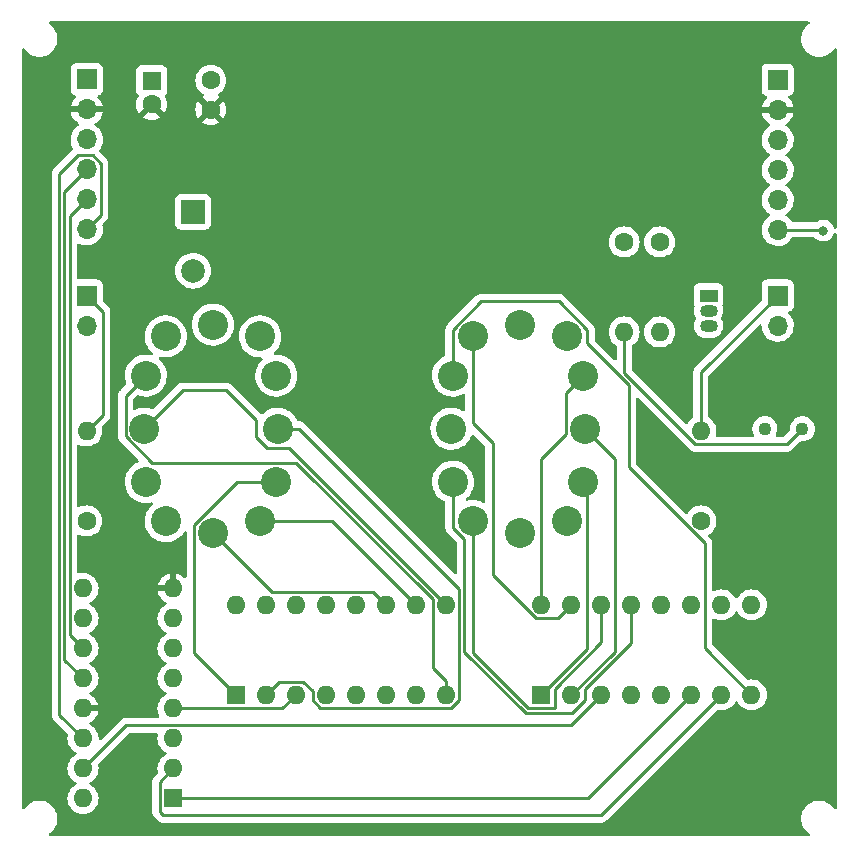
<source format=gbr>
%TF.GenerationSoftware,KiCad,Pcbnew,(6.0.9)*%
%TF.CreationDate,2022-12-23T11:45:04+05:30*%
%TF.ProjectId,IN-12 Panel,494e2d31-3220-4506-916e-656c2e6b6963,1.0*%
%TF.SameCoordinates,Original*%
%TF.FileFunction,Copper,L2,Bot*%
%TF.FilePolarity,Positive*%
%FSLAX46Y46*%
G04 Gerber Fmt 4.6, Leading zero omitted, Abs format (unit mm)*
G04 Created by KiCad (PCBNEW (6.0.9)) date 2022-12-23 11:45:04*
%MOMM*%
%LPD*%
G01*
G04 APERTURE LIST*
%TA.AperFunction,ComponentPad*%
%ADD10C,2.540000*%
%TD*%
%TA.AperFunction,ComponentPad*%
%ADD11C,1.600000*%
%TD*%
%TA.AperFunction,ComponentPad*%
%ADD12O,1.600000X1.600000*%
%TD*%
%TA.AperFunction,ComponentPad*%
%ADD13R,1.700000X1.700000*%
%TD*%
%TA.AperFunction,ComponentPad*%
%ADD14O,1.700000X1.700000*%
%TD*%
%TA.AperFunction,ComponentPad*%
%ADD15R,2.000000X2.000000*%
%TD*%
%TA.AperFunction,ComponentPad*%
%ADD16C,2.000000*%
%TD*%
%TA.AperFunction,ComponentPad*%
%ADD17R,1.600000X1.600000*%
%TD*%
%TA.AperFunction,ComponentPad*%
%ADD18R,1.500000X1.050000*%
%TD*%
%TA.AperFunction,ComponentPad*%
%ADD19O,1.500000X1.050000*%
%TD*%
%TA.AperFunction,ComponentPad*%
%ADD20C,1.107440*%
%TD*%
%TA.AperFunction,ViaPad*%
%ADD21C,0.800000*%
%TD*%
%TA.AperFunction,Conductor*%
%ADD22C,0.250000*%
%TD*%
G04 APERTURE END LIST*
D10*
%TO.P,N2,LHDP,LHDP*%
%TO.N,unconnected-(N2-PadLHDP)*%
X158182500Y-81183660D03*
%TO.P,N2,A,A*%
%TO.N,Net-(N2-PadA)*%
X162180460Y-82184420D03*
%TO.P,N2,9,9*%
%TO.N,Net-(M2-Pad2)*%
X163673980Y-90000000D03*
%TO.P,N2,8,8*%
%TO.N,Net-(M2-Pad1)*%
X163546980Y-94498340D03*
%TO.P,N2,7,7*%
%TO.N,Net-(M2-Pad10)*%
X162180460Y-97815580D03*
%TO.P,N2,6,6*%
%TO.N,Net-(M2-Pad11)*%
X158182500Y-98816340D03*
%TO.P,N2,5,5*%
%TO.N,Net-(M2-Pad14)*%
X154184540Y-97815580D03*
%TO.P,N2,4,4*%
%TO.N,Net-(M2-Pad13)*%
X152500520Y-94498340D03*
%TO.P,N2,3,3*%
%TO.N,Net-(M2-Pad9)*%
X152373520Y-90000000D03*
%TO.P,N2,2,2*%
%TO.N,Net-(M2-Pad8)*%
X152500520Y-85501660D03*
%TO.P,N2,1,1*%
%TO.N,Net-(M2-Pad15)*%
X154184540Y-82184420D03*
%TO.P,N2,0,0*%
%TO.N,Net-(M2-Pad16)*%
X163546980Y-85501660D03*
%TD*%
%TO.P,N1,0,0*%
%TO.N,Net-(M1-Pad16)*%
X137546980Y-85501660D03*
%TO.P,N1,1,1*%
%TO.N,Net-(M1-Pad15)*%
X128184540Y-82184420D03*
%TO.P,N1,2,2*%
%TO.N,Net-(M1-Pad8)*%
X126500520Y-85501660D03*
%TO.P,N1,3,3*%
%TO.N,Net-(M1-Pad9)*%
X126373520Y-90000000D03*
%TO.P,N1,4,4*%
%TO.N,Net-(M1-Pad13)*%
X126500520Y-94498340D03*
%TO.P,N1,5,5*%
%TO.N,Net-(M1-Pad14)*%
X128184540Y-97815580D03*
%TO.P,N1,6,6*%
%TO.N,Net-(M1-Pad11)*%
X132182500Y-98816340D03*
%TO.P,N1,7,7*%
%TO.N,Net-(M1-Pad10)*%
X136180460Y-97815580D03*
%TO.P,N1,8,8*%
%TO.N,Net-(M1-Pad1)*%
X137546980Y-94498340D03*
%TO.P,N1,9,9*%
%TO.N,Net-(M1-Pad2)*%
X137673980Y-90000000D03*
%TO.P,N1,A,A*%
%TO.N,Net-(N1-PadA)*%
X136180460Y-82184420D03*
%TO.P,N1,LHDP,LHDP*%
%TO.N,unconnected-(N1-PadLHDP)*%
X132182500Y-81183660D03*
%TD*%
D11*
%TO.P,R3,1*%
%TO.N,Net-(N1-PadA)*%
X121500000Y-97810000D03*
D12*
%TO.P,R3,2*%
%TO.N,+180V*%
X121500000Y-90190000D03*
%TD*%
D11*
%TO.P,R1,1*%
%TO.N,/NBLB{slash}INS1{slash}IN3*%
X170000000Y-74190000D03*
D12*
%TO.P,R1,2*%
%TO.N,Net-(Q1-Pad2)*%
X170000000Y-81810000D03*
%TD*%
D13*
%TO.P,J4,1,Pin_1*%
%TO.N,VCC*%
X121500000Y-60420000D03*
D14*
%TO.P,J4,2,Pin_2*%
%TO.N,GND*%
X121500000Y-62960000D03*
%TO.P,J4,3,Pin_3*%
%TO.N,/NBLB{slash}INS1{slash}IN3*%
X121500000Y-65500000D03*
%TO.P,J4,4,Pin_4*%
%TO.N,/RCLK*%
X121500000Y-68040000D03*
%TO.P,J4,5,Pin_5*%
%TO.N,/SRCLK*%
X121500000Y-70580000D03*
%TO.P,J4,6,Pin_6*%
%TO.N,/SERIN*%
X121500000Y-73120000D03*
%TD*%
D13*
%TO.P,J1,1,Pin_1*%
%TO.N,+180V*%
X180000000Y-78725000D03*
D14*
%TO.P,J1,2,Pin_2*%
%TO.N,GND1*%
X180000000Y-81265000D03*
%TD*%
D13*
%TO.P,J2,1,Pin_1*%
%TO.N,+180V*%
X121500000Y-78725000D03*
D14*
%TO.P,J2,2,Pin_2*%
%TO.N,GND1*%
X121500000Y-81265000D03*
%TD*%
D15*
%TO.P,C1,1*%
%TO.N,+180V*%
X130500000Y-71632323D03*
D16*
%TO.P,C1,2*%
%TO.N,GND1*%
X130500000Y-76632323D03*
%TD*%
D11*
%TO.P,C2,1*%
%TO.N,GND*%
X132000000Y-63000000D03*
%TO.P,C2,2*%
%TO.N,VCC*%
X132000000Y-60500000D03*
%TD*%
D13*
%TO.P,J3,1,Pin_1*%
%TO.N,VCC*%
X180000000Y-60460000D03*
D14*
%TO.P,J3,2,Pin_2*%
%TO.N,GND*%
X180000000Y-63000000D03*
%TO.P,J3,3,Pin_3*%
%TO.N,/NBLB{slash}INS1{slash}IN3*%
X180000000Y-65540000D03*
%TO.P,J3,4,Pin_4*%
%TO.N,/RCLK*%
X180000000Y-68080000D03*
%TO.P,J3,5,Pin_5*%
%TO.N,/SRCLK*%
X180000000Y-70620000D03*
%TO.P,J3,6,Pin_6*%
%TO.N,/SEROUT*%
X180000000Y-73160000D03*
%TD*%
D11*
%TO.P,R4,1*%
%TO.N,Net-(N2-PadA)*%
X173500000Y-97810000D03*
D12*
%TO.P,R4,2*%
%TO.N,+180V*%
X173500000Y-90190000D03*
%TD*%
D17*
%TO.P,C3,1*%
%TO.N,VCC*%
X127000000Y-60544888D03*
D11*
%TO.P,C3,2*%
%TO.N,GND*%
X127000000Y-62544888D03*
%TD*%
%TO.P,R2,1*%
%TO.N,+180V*%
X167000000Y-74190000D03*
D12*
%TO.P,R2,2*%
%TO.N,Net-(N3-PadA)*%
X167000000Y-81810000D03*
%TD*%
%TO.P,U1,16,VCC*%
%TO.N,VCC*%
X121180000Y-121305000D03*
%TO.P,U1,15,QA*%
%TO.N,/QA*%
X121180000Y-118765000D03*
%TO.P,U1,14,SER*%
%TO.N,/SERIN*%
X121180000Y-116225000D03*
%TO.P,U1,13,~{OE}*%
%TO.N,GND*%
X121180000Y-113685000D03*
%TO.P,U1,12,RCLK*%
%TO.N,/RCLK*%
X121180000Y-111145000D03*
%TO.P,U1,11,SRCLK*%
%TO.N,/SRCLK*%
X121180000Y-108605000D03*
%TO.P,U1,10,~{SRCLR}*%
%TO.N,VCC*%
X121180000Y-106065000D03*
%TO.P,U1,9,QH'*%
%TO.N,/SEROUT*%
X121180000Y-103525000D03*
%TO.P,U1,8,GND*%
%TO.N,GND*%
X128800000Y-103525000D03*
%TO.P,U1,7,QH*%
%TO.N,/QH*%
X128800000Y-106065000D03*
%TO.P,U1,6,QG*%
%TO.N,/QG*%
X128800000Y-108605000D03*
%TO.P,U1,5,QF*%
%TO.N,/QF*%
X128800000Y-111145000D03*
%TO.P,U1,4,QE*%
%TO.N,/QE*%
X128800000Y-113685000D03*
%TO.P,U1,3,QD*%
%TO.N,/QD*%
X128800000Y-116225000D03*
%TO.P,U1,2,QC*%
%TO.N,/QC*%
X128800000Y-118765000D03*
D17*
%TO.P,U1,1,QB*%
%TO.N,/QB*%
X128800000Y-121305000D03*
%TD*%
D18*
%TO.P,Q1,1,E*%
%TO.N,GND1*%
X174140000Y-78730000D03*
D19*
%TO.P,Q1,2,B*%
%TO.N,Net-(Q1-Pad2)*%
X174140000Y-80000000D03*
%TO.P,Q1,3,C*%
%TO.N,Net-(N3-PadK)*%
X174140000Y-81270000D03*
%TD*%
D20*
%TO.P,N3,A,A*%
%TO.N,Net-(N3-PadA)*%
X182087500Y-90000000D03*
%TO.P,N3,K,K*%
%TO.N,Net-(N3-PadK)*%
X178912500Y-90000000D03*
%TD*%
D12*
%TO.P,M2,16,0*%
%TO.N,Net-(M2-Pad16)*%
X159993839Y-104910000D03*
%TO.P,M2,15,1*%
%TO.N,Net-(M2-Pad15)*%
X162533839Y-104910000D03*
%TO.P,M2,14,5*%
%TO.N,Net-(M2-Pad14)*%
X165073839Y-104910000D03*
%TO.P,M2,13,4*%
%TO.N,Net-(M2-Pad13)*%
X167613839Y-104910000D03*
%TO.P,M2,12,GND*%
%TO.N,GND1*%
X170153839Y-104910000D03*
%TO.P,M2,11,6*%
%TO.N,Net-(M2-Pad11)*%
X172693839Y-104910000D03*
%TO.P,M2,10,7*%
%TO.N,Net-(M2-Pad10)*%
X175233839Y-104910000D03*
%TO.P,M2,9,3*%
%TO.N,Net-(M2-Pad9)*%
X177773839Y-104910000D03*
%TO.P,M2,8,2*%
%TO.N,Net-(M2-Pad8)*%
X177773839Y-112530000D03*
%TO.P,M2,7,C*%
%TO.N,/QC*%
X175233839Y-112530000D03*
%TO.P,M2,6,B*%
%TO.N,/QB*%
X172693839Y-112530000D03*
%TO.P,M2,5,VCC*%
%TO.N,VCC*%
X170153839Y-112530000D03*
%TO.P,M2,4,D*%
%TO.N,/QD*%
X167613839Y-112530000D03*
%TO.P,M2,3,A*%
%TO.N,/QA*%
X165073839Y-112530000D03*
%TO.P,M2,2,9*%
%TO.N,Net-(M2-Pad2)*%
X162533839Y-112530000D03*
D17*
%TO.P,M2,1,8*%
%TO.N,Net-(M2-Pad1)*%
X159993839Y-112530000D03*
%TD*%
D12*
%TO.P,M1,16,0*%
%TO.N,Net-(M1-Pad16)*%
X134118839Y-104910000D03*
%TO.P,M1,15,1*%
%TO.N,Net-(M1-Pad15)*%
X136658839Y-104910000D03*
%TO.P,M1,14,5*%
%TO.N,Net-(M1-Pad14)*%
X139198839Y-104910000D03*
%TO.P,M1,13,4*%
%TO.N,Net-(M1-Pad13)*%
X141738839Y-104910000D03*
%TO.P,M1,12,GND*%
%TO.N,GND1*%
X144278839Y-104910000D03*
%TO.P,M1,11,6*%
%TO.N,Net-(M1-Pad11)*%
X146818839Y-104910000D03*
%TO.P,M1,10,7*%
%TO.N,Net-(M1-Pad10)*%
X149358839Y-104910000D03*
%TO.P,M1,9,3*%
%TO.N,Net-(M1-Pad9)*%
X151898839Y-104910000D03*
%TO.P,M1,8,2*%
%TO.N,Net-(M1-Pad8)*%
X151898839Y-112530000D03*
%TO.P,M1,7,C*%
%TO.N,/QG*%
X149358839Y-112530000D03*
%TO.P,M1,6,B*%
%TO.N,/QF*%
X146818839Y-112530000D03*
%TO.P,M1,5,VCC*%
%TO.N,VCC*%
X144278839Y-112530000D03*
%TO.P,M1,4,D*%
%TO.N,/QH*%
X141738839Y-112530000D03*
%TO.P,M1,3,A*%
%TO.N,/QE*%
X139198839Y-112530000D03*
%TO.P,M1,2,9*%
%TO.N,Net-(M1-Pad2)*%
X136658839Y-112530000D03*
D17*
%TO.P,M1,1,8*%
%TO.N,Net-(M1-Pad1)*%
X134118839Y-112530000D03*
%TD*%
D21*
%TO.N,/SEROUT*%
X183868839Y-73230000D03*
%TD*%
D22*
%TO.N,Net-(M2-Pad15)*%
X154184540Y-89545701D02*
X154184540Y-82184420D01*
X155868839Y-91230000D02*
X154184540Y-89545701D01*
X159527848Y-106035000D02*
X155868839Y-102375991D01*
X161408839Y-106035000D02*
X159527848Y-106035000D01*
X162533839Y-104910000D02*
X161408839Y-106035000D01*
X155868839Y-102375991D02*
X155868839Y-91230000D01*
%TO.N,Net-(M2-Pad8)*%
X154883289Y-79230000D02*
X152500520Y-81612769D01*
X161481711Y-79230000D02*
X154883289Y-79230000D01*
X163868839Y-82786226D02*
X163868839Y-81617128D01*
X167368839Y-86286226D02*
X163868839Y-82786226D01*
X163868839Y-81617128D02*
X161481711Y-79230000D01*
X167368839Y-93269830D02*
X167368839Y-86286226D01*
X152500520Y-81612769D02*
X152500520Y-85501660D01*
X173818839Y-99719830D02*
X167368839Y-93269830D01*
X173818839Y-108575000D02*
X173818839Y-99719830D01*
X177773839Y-112530000D02*
X173818839Y-108575000D01*
%TO.N,Net-(M2-Pad13)*%
X152500520Y-98387231D02*
X152500520Y-94498340D01*
X153473839Y-99360550D02*
X152500520Y-98387231D01*
X162549830Y-114105000D02*
X158682443Y-114105000D01*
X158682443Y-114105000D02*
X153473839Y-108896396D01*
X153473839Y-108896396D02*
X153473839Y-99360550D01*
X163670146Y-112984684D02*
X162549830Y-114105000D01*
X167613839Y-108109009D02*
X163670146Y-112052702D01*
X167613839Y-104910000D02*
X167613839Y-108109009D01*
X163670146Y-112052702D02*
X163670146Y-112984684D01*
%TO.N,Net-(M2-Pad14)*%
X154184540Y-108970701D02*
X154184540Y-97815580D01*
X158868839Y-113655000D02*
X154184540Y-108970701D01*
X165073839Y-108086396D02*
X161118839Y-112041396D01*
X161118839Y-113655000D02*
X158868839Y-113655000D01*
X165073839Y-104910000D02*
X165073839Y-108086396D01*
X161118839Y-112041396D02*
X161118839Y-113655000D01*
%TO.N,Net-(M2-Pad16)*%
X159993839Y-92571122D02*
X162078980Y-90485981D01*
X162078980Y-90485981D02*
X162078980Y-86969660D01*
X159993839Y-104910000D02*
X159993839Y-92571122D01*
X162078980Y-86969660D02*
X163546980Y-85501660D01*
%TO.N,Net-(M2-Pad2)*%
X166198839Y-108865000D02*
X166198839Y-92524859D01*
X162533839Y-112530000D02*
X166198839Y-108865000D01*
X166198839Y-92524859D02*
X163673980Y-90000000D01*
%TO.N,Net-(M2-Pad1)*%
X163868839Y-94820199D02*
X163546980Y-94498340D01*
X163868839Y-108655000D02*
X163868839Y-94820199D01*
X159993839Y-112530000D02*
X163868839Y-108655000D01*
%TO.N,+180V*%
X122868839Y-80093839D02*
X122868839Y-88821161D01*
X122868839Y-88821161D02*
X121500000Y-90190000D01*
X121500000Y-78725000D02*
X122868839Y-80093839D01*
%TO.N,Net-(M1-Pad8)*%
X124778520Y-87223660D02*
X126500520Y-85501660D01*
X124778520Y-90660671D02*
X124778520Y-87223660D01*
X150773839Y-104450000D02*
X139227179Y-92903340D01*
X127021189Y-92903340D02*
X124778520Y-90660671D01*
X150773839Y-110273630D02*
X150773839Y-104450000D01*
X151898839Y-112530000D02*
X151898839Y-111398630D01*
X151898839Y-111398630D02*
X150773839Y-110273630D01*
X139227179Y-92903340D02*
X127021189Y-92903340D01*
%TO.N,Net-(M1-Pad11)*%
X137151160Y-103785000D02*
X132182500Y-98816340D01*
X145693839Y-103785000D02*
X137151160Y-103785000D01*
X146818839Y-104910000D02*
X145693839Y-103785000D01*
%TO.N,Net-(M1-Pad10)*%
X142264419Y-97815580D02*
X136180460Y-97815580D01*
X149358839Y-104910000D02*
X142264419Y-97815580D01*
%TO.N,Net-(M1-Pad9)*%
X129643520Y-86730000D02*
X126373520Y-90000000D01*
X135868839Y-89303878D02*
X133294961Y-86730000D01*
X133294961Y-86730000D02*
X129643520Y-86730000D01*
X136733839Y-91595000D02*
X135868839Y-90730000D01*
X135868839Y-90730000D02*
X135868839Y-89303878D01*
X138583839Y-91595000D02*
X136733839Y-91595000D01*
X151898839Y-104910000D02*
X138583839Y-91595000D01*
%TO.N,Net-(M1-Pad2)*%
X139470031Y-90000000D02*
X137673980Y-90000000D01*
X153023839Y-103553808D02*
X139470031Y-90000000D01*
X152364830Y-113655000D02*
X153023839Y-112995991D01*
X141272848Y-113655000D02*
X152364830Y-113655000D01*
X139788839Y-111405000D02*
X140613839Y-112230000D01*
X153023839Y-112995991D02*
X153023839Y-103553808D01*
X137783839Y-111405000D02*
X139788839Y-111405000D01*
X140613839Y-112230000D02*
X140613839Y-112995991D01*
X140613839Y-112995991D02*
X141272848Y-113655000D01*
X136658839Y-112530000D02*
X137783839Y-111405000D01*
%TO.N,Net-(M1-Pad1)*%
X130587500Y-98155669D02*
X134244829Y-94498340D01*
X130587500Y-108998661D02*
X130587500Y-98155669D01*
X134244829Y-94498340D02*
X137546980Y-94498340D01*
X134118839Y-112530000D02*
X130587500Y-108998661D01*
%TO.N,/QE*%
X138043839Y-113685000D02*
X139198839Y-112530000D01*
X128800000Y-113685000D02*
X138043839Y-113685000D01*
%TO.N,/SERIN*%
X119155000Y-68443839D02*
X119155000Y-114200000D01*
X120733839Y-66865000D02*
X119155000Y-68443839D01*
X121986701Y-66865000D02*
X120733839Y-66865000D01*
X122675000Y-67553299D02*
X121986701Y-66865000D01*
X119155000Y-114200000D02*
X121180000Y-116225000D01*
X122675000Y-71945000D02*
X122675000Y-67553299D01*
X121500000Y-73120000D02*
X122675000Y-71945000D01*
%TO.N,/RCLK*%
X119605000Y-109570000D02*
X119605000Y-69935000D01*
X119605000Y-69935000D02*
X121500000Y-68040000D01*
X121180000Y-111145000D02*
X119605000Y-109570000D01*
%TO.N,/SRCLK*%
X120055000Y-107480000D02*
X121180000Y-108605000D01*
X120055000Y-72025000D02*
X120055000Y-107480000D01*
X121500000Y-70580000D02*
X120055000Y-72025000D01*
%TO.N,/QA*%
X162503839Y-115100000D02*
X165073839Y-112530000D01*
X124845000Y-115100000D02*
X162503839Y-115100000D01*
X121180000Y-118765000D02*
X124845000Y-115100000D01*
%TO.N,/QC*%
X127675000Y-122430000D02*
X127975000Y-122730000D01*
X165033839Y-122730000D02*
X175233839Y-112530000D01*
X127675000Y-119890000D02*
X127675000Y-122430000D01*
X128800000Y-118765000D02*
X127675000Y-119890000D01*
X127975000Y-122730000D02*
X165033839Y-122730000D01*
%TO.N,/QB*%
X163918839Y-121305000D02*
X172693839Y-112530000D01*
X128800000Y-121305000D02*
X163918839Y-121305000D01*
%TO.N,Net-(N3-PadA)*%
X173034009Y-91315000D02*
X167000000Y-85280991D01*
X180772500Y-91315000D02*
X173034009Y-91315000D01*
X182087500Y-90000000D02*
X180772500Y-91315000D01*
X167000000Y-85280991D02*
X167000000Y-81810000D01*
%TO.N,+180V*%
X173500000Y-85225000D02*
X180000000Y-78725000D01*
X173500000Y-90190000D02*
X173500000Y-85225000D01*
%TO.N,/SEROUT*%
X183798839Y-73160000D02*
X180000000Y-73160000D01*
X183868839Y-73230000D02*
X183798839Y-73160000D01*
%TD*%
%TA.AperFunction,Conductor*%
%TO.N,GND*%
G36*
X182668175Y-55528502D02*
G01*
X182714668Y-55582158D01*
X182724772Y-55652432D01*
X182695278Y-55717012D01*
X182665890Y-55741933D01*
X182610584Y-55775824D01*
X182430031Y-55930031D01*
X182275824Y-56110584D01*
X182273245Y-56114792D01*
X182273241Y-56114798D01*
X182154346Y-56308817D01*
X182151760Y-56313037D01*
X182060895Y-56532406D01*
X182059740Y-56537218D01*
X182013420Y-56730155D01*
X182005465Y-56763289D01*
X181987308Y-56993995D01*
X181986835Y-57000000D01*
X182005465Y-57236711D01*
X182006619Y-57241518D01*
X182006620Y-57241524D01*
X182036601Y-57366401D01*
X182060895Y-57467594D01*
X182151760Y-57686963D01*
X182154346Y-57691183D01*
X182273241Y-57885202D01*
X182273245Y-57885208D01*
X182275824Y-57889416D01*
X182430031Y-58069969D01*
X182610584Y-58224176D01*
X182614792Y-58226755D01*
X182614798Y-58226759D01*
X182808817Y-58345654D01*
X182813037Y-58348240D01*
X182817607Y-58350133D01*
X182817611Y-58350135D01*
X183027833Y-58437211D01*
X183032406Y-58439105D01*
X183112609Y-58458360D01*
X183258476Y-58493380D01*
X183258482Y-58493381D01*
X183263289Y-58494535D01*
X183500000Y-58513165D01*
X183736711Y-58494535D01*
X183741518Y-58493381D01*
X183741524Y-58493380D01*
X183887391Y-58458360D01*
X183967594Y-58439105D01*
X183972167Y-58437211D01*
X184182389Y-58350135D01*
X184182393Y-58350133D01*
X184186963Y-58348240D01*
X184191183Y-58345654D01*
X184385202Y-58226759D01*
X184385208Y-58226755D01*
X184389416Y-58224176D01*
X184569969Y-58069969D01*
X184724176Y-57889416D01*
X184758067Y-57834111D01*
X184810715Y-57786480D01*
X184880756Y-57774873D01*
X184945954Y-57802976D01*
X184985608Y-57861867D01*
X184991500Y-57899946D01*
X184991500Y-72949696D01*
X184971498Y-73017817D01*
X184917842Y-73064310D01*
X184847568Y-73074414D01*
X184782988Y-73044920D01*
X184745667Y-72988632D01*
X184705408Y-72864729D01*
X184703366Y-72858444D01*
X184607879Y-72693056D01*
X184599594Y-72683854D01*
X184484514Y-72556045D01*
X184484513Y-72556044D01*
X184480092Y-72551134D01*
X184325591Y-72438882D01*
X184319563Y-72436198D01*
X184319561Y-72436197D01*
X184157158Y-72363891D01*
X184157157Y-72363891D01*
X184151127Y-72361206D01*
X184057726Y-72341353D01*
X183970783Y-72322872D01*
X183970778Y-72322872D01*
X183964326Y-72321500D01*
X183773352Y-72321500D01*
X183766900Y-72322872D01*
X183766895Y-72322872D01*
X183679952Y-72341353D01*
X183586551Y-72361206D01*
X183580521Y-72363891D01*
X183580520Y-72363891D01*
X183418117Y-72436197D01*
X183418115Y-72436198D01*
X183412087Y-72438882D01*
X183406746Y-72442762D01*
X183406745Y-72442763D01*
X183324613Y-72502436D01*
X183257746Y-72526294D01*
X183250552Y-72526500D01*
X181276805Y-72526500D01*
X181208684Y-72506498D01*
X181171013Y-72468940D01*
X181082822Y-72332617D01*
X181082820Y-72332614D01*
X181080014Y-72328277D01*
X180929670Y-72163051D01*
X180925619Y-72159852D01*
X180925615Y-72159848D01*
X180758414Y-72027800D01*
X180758410Y-72027798D01*
X180754359Y-72024598D01*
X180713053Y-72001796D01*
X180663084Y-71951364D01*
X180648312Y-71881921D01*
X180673428Y-71815516D01*
X180700780Y-71788909D01*
X180744603Y-71757650D01*
X180879860Y-71661173D01*
X181038096Y-71503489D01*
X181097594Y-71420689D01*
X181165435Y-71326277D01*
X181168453Y-71322077D01*
X181267430Y-71121811D01*
X181332370Y-70908069D01*
X181361529Y-70686590D01*
X181363156Y-70620000D01*
X181344852Y-70397361D01*
X181290431Y-70180702D01*
X181201354Y-69975840D01*
X181080014Y-69788277D01*
X180929670Y-69623051D01*
X180925619Y-69619852D01*
X180925615Y-69619848D01*
X180758414Y-69487800D01*
X180758410Y-69487798D01*
X180754359Y-69484598D01*
X180713053Y-69461796D01*
X180663084Y-69411364D01*
X180648312Y-69341921D01*
X180673428Y-69275516D01*
X180700780Y-69248909D01*
X180744603Y-69217650D01*
X180879860Y-69121173D01*
X181038096Y-68963489D01*
X181097594Y-68880689D01*
X181165435Y-68786277D01*
X181168453Y-68782077D01*
X181205933Y-68706243D01*
X181265136Y-68586453D01*
X181265137Y-68586451D01*
X181267430Y-68581811D01*
X181332370Y-68368069D01*
X181361529Y-68146590D01*
X181361611Y-68143240D01*
X181363074Y-68083365D01*
X181363074Y-68083361D01*
X181363156Y-68080000D01*
X181344852Y-67857361D01*
X181290431Y-67640702D01*
X181201354Y-67435840D01*
X181080014Y-67248277D01*
X180929670Y-67083051D01*
X180925619Y-67079852D01*
X180925615Y-67079848D01*
X180758414Y-66947800D01*
X180758410Y-66947798D01*
X180754359Y-66944598D01*
X180713053Y-66921796D01*
X180663084Y-66871364D01*
X180648312Y-66801921D01*
X180673428Y-66735516D01*
X180700780Y-66708909D01*
X180744603Y-66677650D01*
X180879860Y-66581173D01*
X181038096Y-66423489D01*
X181058662Y-66394869D01*
X181165435Y-66246277D01*
X181168453Y-66242077D01*
X181186147Y-66206277D01*
X181265136Y-66046453D01*
X181265137Y-66046451D01*
X181267430Y-66041811D01*
X181332370Y-65828069D01*
X181361529Y-65606590D01*
X181362425Y-65569908D01*
X181363074Y-65543365D01*
X181363074Y-65543361D01*
X181363156Y-65540000D01*
X181344852Y-65317361D01*
X181290431Y-65100702D01*
X181201354Y-64895840D01*
X181080014Y-64708277D01*
X180929670Y-64543051D01*
X180925619Y-64539852D01*
X180925615Y-64539848D01*
X180758414Y-64407800D01*
X180758410Y-64407798D01*
X180754359Y-64404598D01*
X180712569Y-64381529D01*
X180662598Y-64331097D01*
X180647826Y-64261654D01*
X180672942Y-64195248D01*
X180700294Y-64168641D01*
X180875328Y-64043792D01*
X180883200Y-64037139D01*
X181034052Y-63886812D01*
X181040730Y-63878965D01*
X181165003Y-63706020D01*
X181170313Y-63697183D01*
X181264670Y-63506267D01*
X181268469Y-63496672D01*
X181330377Y-63292910D01*
X181332555Y-63282837D01*
X181333986Y-63271962D01*
X181331775Y-63257778D01*
X181318617Y-63254000D01*
X178683225Y-63254000D01*
X178669694Y-63257973D01*
X178668257Y-63267966D01*
X178698565Y-63402446D01*
X178701645Y-63412275D01*
X178781770Y-63609603D01*
X178786413Y-63618794D01*
X178897694Y-63800388D01*
X178903777Y-63808699D01*
X179043213Y-63969667D01*
X179050580Y-63976883D01*
X179214434Y-64112916D01*
X179222881Y-64118831D01*
X179291969Y-64159203D01*
X179340693Y-64210842D01*
X179353764Y-64280625D01*
X179327033Y-64346396D01*
X179286584Y-64379752D01*
X179273607Y-64386507D01*
X179269474Y-64389610D01*
X179269471Y-64389612D01*
X179113298Y-64506870D01*
X179094965Y-64520635D01*
X179091393Y-64524373D01*
X178974771Y-64646411D01*
X178940629Y-64682138D01*
X178814743Y-64866680D01*
X178799003Y-64900590D01*
X178741435Y-65024610D01*
X178720688Y-65069305D01*
X178660989Y-65284570D01*
X178637251Y-65506695D01*
X178637548Y-65511848D01*
X178637548Y-65511851D01*
X178643011Y-65606590D01*
X178650110Y-65729715D01*
X178651247Y-65734761D01*
X178651248Y-65734767D01*
X178663261Y-65788069D01*
X178699222Y-65947639D01*
X178737461Y-66041811D01*
X178768815Y-66119026D01*
X178783266Y-66154616D01*
X178785965Y-66159020D01*
X178893760Y-66334926D01*
X178899987Y-66345088D01*
X179046250Y-66513938D01*
X179218126Y-66656632D01*
X179288595Y-66697811D01*
X179291445Y-66699476D01*
X179340169Y-66751114D01*
X179353240Y-66820897D01*
X179326509Y-66886669D01*
X179286055Y-66920027D01*
X179273607Y-66926507D01*
X179269474Y-66929610D01*
X179269471Y-66929612D01*
X179245247Y-66947800D01*
X179094965Y-67060635D01*
X178940629Y-67222138D01*
X178814743Y-67406680D01*
X178767715Y-67507993D01*
X178750398Y-67545301D01*
X178720688Y-67609305D01*
X178660989Y-67824570D01*
X178637251Y-68046695D01*
X178637548Y-68051848D01*
X178637548Y-68051851D01*
X178647039Y-68216455D01*
X178650110Y-68269715D01*
X178651247Y-68274761D01*
X178651248Y-68274767D01*
X178669584Y-68356128D01*
X178699222Y-68487639D01*
X178783266Y-68694616D01*
X178899987Y-68885088D01*
X179046250Y-69053938D01*
X179218126Y-69196632D01*
X179288595Y-69237811D01*
X179291445Y-69239476D01*
X179340169Y-69291114D01*
X179353240Y-69360897D01*
X179326509Y-69426669D01*
X179286055Y-69460027D01*
X179273607Y-69466507D01*
X179269474Y-69469610D01*
X179269471Y-69469612D01*
X179245247Y-69487800D01*
X179094965Y-69600635D01*
X178940629Y-69762138D01*
X178814743Y-69946680D01*
X178799003Y-69980590D01*
X178729381Y-70130578D01*
X178720688Y-70149305D01*
X178660989Y-70364570D01*
X178637251Y-70586695D01*
X178637548Y-70591848D01*
X178637548Y-70591851D01*
X178643011Y-70686590D01*
X178650110Y-70809715D01*
X178651247Y-70814761D01*
X178651248Y-70814767D01*
X178671119Y-70902939D01*
X178699222Y-71027639D01*
X178783266Y-71234616D01*
X178899987Y-71425088D01*
X179046250Y-71593938D01*
X179218126Y-71736632D01*
X179288595Y-71777811D01*
X179291445Y-71779476D01*
X179340169Y-71831114D01*
X179353240Y-71900897D01*
X179326509Y-71966669D01*
X179286055Y-72000027D01*
X179273607Y-72006507D01*
X179269474Y-72009610D01*
X179269471Y-72009612D01*
X179108570Y-72130420D01*
X179094965Y-72140635D01*
X178940629Y-72302138D01*
X178937715Y-72306410D01*
X178937714Y-72306411D01*
X178900080Y-72361581D01*
X178814743Y-72486680D01*
X178720688Y-72689305D01*
X178660989Y-72904570D01*
X178637251Y-73126695D01*
X178637548Y-73131848D01*
X178637548Y-73131851D01*
X178640704Y-73186590D01*
X178650110Y-73349715D01*
X178651247Y-73354761D01*
X178651248Y-73354767D01*
X178663261Y-73408069D01*
X178699222Y-73567639D01*
X178721219Y-73621811D01*
X178771674Y-73746067D01*
X178783266Y-73774616D01*
X178899987Y-73965088D01*
X179046250Y-74133938D01*
X179218126Y-74276632D01*
X179411000Y-74389338D01*
X179619692Y-74469030D01*
X179624760Y-74470061D01*
X179624763Y-74470062D01*
X179681298Y-74481564D01*
X179838597Y-74513567D01*
X179843772Y-74513757D01*
X179843774Y-74513757D01*
X180056673Y-74521564D01*
X180056677Y-74521564D01*
X180061837Y-74521753D01*
X180066957Y-74521097D01*
X180066959Y-74521097D01*
X180278288Y-74494025D01*
X180278289Y-74494025D01*
X180283416Y-74493368D01*
X180288366Y-74491883D01*
X180492429Y-74430661D01*
X180492434Y-74430659D01*
X180497384Y-74429174D01*
X180697994Y-74330896D01*
X180879860Y-74201173D01*
X181038096Y-74043489D01*
X181064218Y-74007137D01*
X181165435Y-73866277D01*
X181168453Y-73862077D01*
X181170746Y-73857437D01*
X181172446Y-73854608D01*
X181224674Y-73806518D01*
X181280451Y-73793500D01*
X183097612Y-73793500D01*
X183165733Y-73813502D01*
X183191247Y-73835189D01*
X183257586Y-73908866D01*
X183412087Y-74021118D01*
X183418115Y-74023802D01*
X183418117Y-74023803D01*
X183580520Y-74096109D01*
X183586551Y-74098794D01*
X183679951Y-74118647D01*
X183766895Y-74137128D01*
X183766900Y-74137128D01*
X183773352Y-74138500D01*
X183964326Y-74138500D01*
X183970778Y-74137128D01*
X183970783Y-74137128D01*
X184057727Y-74118647D01*
X184151127Y-74098794D01*
X184157158Y-74096109D01*
X184319561Y-74023803D01*
X184319563Y-74023802D01*
X184325591Y-74021118D01*
X184480092Y-73908866D01*
X184546430Y-73835190D01*
X184603460Y-73771852D01*
X184603461Y-73771851D01*
X184607879Y-73766944D01*
X184703366Y-73601556D01*
X184745667Y-73471368D01*
X184785741Y-73412762D01*
X184851137Y-73385125D01*
X184921094Y-73397232D01*
X184973400Y-73445238D01*
X184991500Y-73510304D01*
X184991500Y-122100054D01*
X184971498Y-122168175D01*
X184917842Y-122214668D01*
X184847568Y-122224772D01*
X184782988Y-122195278D01*
X184758067Y-122165889D01*
X184726758Y-122114798D01*
X184724176Y-122110584D01*
X184569969Y-121930031D01*
X184389416Y-121775824D01*
X184385208Y-121773245D01*
X184385202Y-121773241D01*
X184191183Y-121654346D01*
X184186963Y-121651760D01*
X184182393Y-121649867D01*
X184182389Y-121649865D01*
X183972167Y-121562789D01*
X183972165Y-121562788D01*
X183967594Y-121560895D01*
X183873904Y-121538402D01*
X183741524Y-121506620D01*
X183741518Y-121506619D01*
X183736711Y-121505465D01*
X183500000Y-121486835D01*
X183263289Y-121505465D01*
X183258482Y-121506619D01*
X183258476Y-121506620D01*
X183126096Y-121538402D01*
X183032406Y-121560895D01*
X183027835Y-121562788D01*
X183027833Y-121562789D01*
X182817611Y-121649865D01*
X182817607Y-121649867D01*
X182813037Y-121651760D01*
X182808817Y-121654346D01*
X182614798Y-121773241D01*
X182614792Y-121773245D01*
X182610584Y-121775824D01*
X182430031Y-121930031D01*
X182275824Y-122110584D01*
X182273245Y-122114792D01*
X182273241Y-122114798D01*
X182155275Y-122307301D01*
X182151760Y-122313037D01*
X182149867Y-122317607D01*
X182149865Y-122317611D01*
X182068914Y-122513047D01*
X182060895Y-122532406D01*
X182047357Y-122588797D01*
X182010088Y-122744034D01*
X182005465Y-122763289D01*
X181987308Y-122993995D01*
X181986835Y-123000000D01*
X182005465Y-123236711D01*
X182006619Y-123241518D01*
X182006620Y-123241524D01*
X182035285Y-123360922D01*
X182060895Y-123467594D01*
X182151760Y-123686963D01*
X182154346Y-123691183D01*
X182273241Y-123885202D01*
X182273245Y-123885208D01*
X182275824Y-123889416D01*
X182430031Y-124069969D01*
X182610584Y-124224176D01*
X182665889Y-124258067D01*
X182713520Y-124310715D01*
X182725127Y-124380756D01*
X182697024Y-124445954D01*
X182638133Y-124485608D01*
X182600054Y-124491500D01*
X118399946Y-124491500D01*
X118331825Y-124471498D01*
X118285332Y-124417842D01*
X118275228Y-124347568D01*
X118304722Y-124282988D01*
X118334111Y-124258067D01*
X118389416Y-124224176D01*
X118569969Y-124069969D01*
X118724176Y-123889416D01*
X118726755Y-123885208D01*
X118726759Y-123885202D01*
X118845654Y-123691183D01*
X118848240Y-123686963D01*
X118939105Y-123467594D01*
X118964715Y-123360922D01*
X118993380Y-123241524D01*
X118993381Y-123241518D01*
X118994535Y-123236711D01*
X119013165Y-123000000D01*
X118994535Y-122763289D01*
X118989913Y-122744034D01*
X118952643Y-122588797D01*
X118939105Y-122532406D01*
X118931086Y-122513047D01*
X118850135Y-122317611D01*
X118850133Y-122317607D01*
X118848240Y-122313037D01*
X118844725Y-122307301D01*
X118726759Y-122114798D01*
X118726755Y-122114792D01*
X118724176Y-122110584D01*
X118569969Y-121930031D01*
X118389416Y-121775824D01*
X118385208Y-121773245D01*
X118385202Y-121773241D01*
X118191183Y-121654346D01*
X118186963Y-121651760D01*
X118182393Y-121649867D01*
X118182389Y-121649865D01*
X117972167Y-121562789D01*
X117972165Y-121562788D01*
X117967594Y-121560895D01*
X117873904Y-121538402D01*
X117741524Y-121506620D01*
X117741518Y-121506619D01*
X117736711Y-121505465D01*
X117500000Y-121486835D01*
X117263289Y-121505465D01*
X117258482Y-121506619D01*
X117258476Y-121506620D01*
X117126096Y-121538402D01*
X117032406Y-121560895D01*
X117027835Y-121562788D01*
X117027833Y-121562789D01*
X116817611Y-121649865D01*
X116817607Y-121649867D01*
X116813037Y-121651760D01*
X116808817Y-121654346D01*
X116614798Y-121773241D01*
X116614792Y-121773245D01*
X116610584Y-121775824D01*
X116430031Y-121930031D01*
X116275824Y-122110584D01*
X116273242Y-122114798D01*
X116241933Y-122165889D01*
X116189285Y-122213520D01*
X116119244Y-122225127D01*
X116054046Y-122197024D01*
X116014392Y-122138133D01*
X116008500Y-122100054D01*
X116008500Y-68423782D01*
X118516780Y-68423782D01*
X118517526Y-68431674D01*
X118520941Y-68467800D01*
X118521500Y-68479658D01*
X118521500Y-114121233D01*
X118520973Y-114132416D01*
X118519298Y-114139909D01*
X118519547Y-114147835D01*
X118519547Y-114147836D01*
X118521438Y-114207986D01*
X118521500Y-114211945D01*
X118521500Y-114239856D01*
X118521997Y-114243790D01*
X118521997Y-114243791D01*
X118522005Y-114243856D01*
X118522938Y-114255693D01*
X118524327Y-114299889D01*
X118529734Y-114318500D01*
X118529978Y-114319339D01*
X118533987Y-114338700D01*
X118536526Y-114358797D01*
X118539445Y-114366168D01*
X118539445Y-114366170D01*
X118552804Y-114399912D01*
X118556649Y-114411142D01*
X118568982Y-114453593D01*
X118573015Y-114460412D01*
X118573017Y-114460417D01*
X118579293Y-114471028D01*
X118587988Y-114488776D01*
X118595448Y-114507617D01*
X118600110Y-114514033D01*
X118600110Y-114514034D01*
X118621436Y-114543387D01*
X118627952Y-114553307D01*
X118635717Y-114566436D01*
X118650458Y-114591362D01*
X118664779Y-114605683D01*
X118677619Y-114620716D01*
X118689528Y-114637107D01*
X118695634Y-114642158D01*
X118723605Y-114665298D01*
X118732384Y-114673288D01*
X119870848Y-115811752D01*
X119904874Y-115874064D01*
X119903459Y-115933459D01*
X119887882Y-115991591D01*
X119887881Y-115991598D01*
X119886457Y-115996913D01*
X119866502Y-116225000D01*
X119886457Y-116453087D01*
X119945716Y-116674243D01*
X119948039Y-116679224D01*
X119948039Y-116679225D01*
X120040151Y-116876762D01*
X120040154Y-116876767D01*
X120042477Y-116881749D01*
X120173802Y-117069300D01*
X120335700Y-117231198D01*
X120340208Y-117234355D01*
X120340211Y-117234357D01*
X120418389Y-117289098D01*
X120523251Y-117362523D01*
X120528233Y-117364846D01*
X120528238Y-117364849D01*
X120562457Y-117380805D01*
X120615742Y-117427722D01*
X120635203Y-117495999D01*
X120614661Y-117563959D01*
X120562457Y-117609195D01*
X120528238Y-117625151D01*
X120528233Y-117625154D01*
X120523251Y-117627477D01*
X120418389Y-117700902D01*
X120340211Y-117755643D01*
X120340208Y-117755645D01*
X120335700Y-117758802D01*
X120173802Y-117920700D01*
X120042477Y-118108251D01*
X120040154Y-118113233D01*
X120040151Y-118113238D01*
X119948039Y-118310775D01*
X119945716Y-118315757D01*
X119944294Y-118321065D01*
X119944293Y-118321067D01*
X119887883Y-118531591D01*
X119886457Y-118536913D01*
X119866502Y-118765000D01*
X119886457Y-118993087D01*
X119887880Y-118998398D01*
X119887881Y-118998402D01*
X119903460Y-119056541D01*
X119945716Y-119214243D01*
X119948039Y-119219224D01*
X119948039Y-119219225D01*
X120040151Y-119416762D01*
X120040154Y-119416767D01*
X120042477Y-119421749D01*
X120112413Y-119521628D01*
X120147847Y-119572232D01*
X120173802Y-119609300D01*
X120335700Y-119771198D01*
X120340208Y-119774355D01*
X120340211Y-119774357D01*
X120354711Y-119784510D01*
X120523251Y-119902523D01*
X120528233Y-119904846D01*
X120528238Y-119904849D01*
X120562457Y-119920805D01*
X120615742Y-119967722D01*
X120635203Y-120035999D01*
X120614661Y-120103959D01*
X120562457Y-120149195D01*
X120528238Y-120165151D01*
X120528233Y-120165154D01*
X120523251Y-120167477D01*
X120418389Y-120240902D01*
X120340211Y-120295643D01*
X120340208Y-120295645D01*
X120335700Y-120298802D01*
X120173802Y-120460700D01*
X120042477Y-120648251D01*
X120040154Y-120653233D01*
X120040151Y-120653238D01*
X119948039Y-120850775D01*
X119945716Y-120855757D01*
X119886457Y-121076913D01*
X119866502Y-121305000D01*
X119886457Y-121533087D01*
X119887881Y-121538400D01*
X119887881Y-121538402D01*
X119940934Y-121736395D01*
X119945716Y-121754243D01*
X119948039Y-121759224D01*
X119948039Y-121759225D01*
X120040151Y-121956762D01*
X120040154Y-121956767D01*
X120042477Y-121961749D01*
X120045634Y-121966257D01*
X120165983Y-122138133D01*
X120173802Y-122149300D01*
X120335700Y-122311198D01*
X120340208Y-122314355D01*
X120340211Y-122314357D01*
X120418389Y-122369098D01*
X120523251Y-122442523D01*
X120528233Y-122444846D01*
X120528238Y-122444849D01*
X120706200Y-122527833D01*
X120730757Y-122539284D01*
X120736065Y-122540706D01*
X120736067Y-122540707D01*
X120946598Y-122597119D01*
X120946600Y-122597119D01*
X120951913Y-122598543D01*
X121180000Y-122618498D01*
X121408087Y-122598543D01*
X121413400Y-122597119D01*
X121413402Y-122597119D01*
X121623933Y-122540707D01*
X121623935Y-122540706D01*
X121629243Y-122539284D01*
X121653800Y-122527833D01*
X121831762Y-122444849D01*
X121831767Y-122444846D01*
X121836749Y-122442523D01*
X121941611Y-122369098D01*
X122019789Y-122314357D01*
X122019792Y-122314355D01*
X122024300Y-122311198D01*
X122186198Y-122149300D01*
X122194018Y-122138133D01*
X122314366Y-121966257D01*
X122317523Y-121961749D01*
X122319846Y-121956767D01*
X122319849Y-121956762D01*
X122411961Y-121759225D01*
X122411961Y-121759224D01*
X122414284Y-121754243D01*
X122419067Y-121736395D01*
X122472119Y-121538402D01*
X122472119Y-121538400D01*
X122473543Y-121533087D01*
X122493498Y-121305000D01*
X122473543Y-121076913D01*
X122414284Y-120855757D01*
X122411961Y-120850775D01*
X122319849Y-120653238D01*
X122319846Y-120653233D01*
X122317523Y-120648251D01*
X122186198Y-120460700D01*
X122024300Y-120298802D01*
X122019792Y-120295645D01*
X122019789Y-120295643D01*
X121941611Y-120240902D01*
X121836749Y-120167477D01*
X121831767Y-120165154D01*
X121831762Y-120165151D01*
X121797543Y-120149195D01*
X121744258Y-120102278D01*
X121724797Y-120034001D01*
X121745339Y-119966041D01*
X121797543Y-119920805D01*
X121831762Y-119904849D01*
X121831767Y-119904846D01*
X121836749Y-119902523D01*
X122005289Y-119784510D01*
X122019789Y-119774357D01*
X122019792Y-119774355D01*
X122024300Y-119771198D01*
X122186198Y-119609300D01*
X122212154Y-119572232D01*
X122247587Y-119521628D01*
X122317523Y-119421749D01*
X122319846Y-119416767D01*
X122319849Y-119416762D01*
X122411961Y-119219225D01*
X122411961Y-119219224D01*
X122414284Y-119214243D01*
X122456541Y-119056541D01*
X122472119Y-118998402D01*
X122472120Y-118998398D01*
X122473543Y-118993087D01*
X122493498Y-118765000D01*
X122473543Y-118536913D01*
X122472119Y-118531598D01*
X122472118Y-118531591D01*
X122456541Y-118473459D01*
X122458230Y-118402483D01*
X122489152Y-118351752D01*
X125070499Y-115770405D01*
X125132811Y-115736379D01*
X125159594Y-115733500D01*
X127412832Y-115733500D01*
X127480953Y-115753502D01*
X127527446Y-115807158D01*
X127537550Y-115877432D01*
X127534540Y-115892105D01*
X127506457Y-115996913D01*
X127486502Y-116225000D01*
X127506457Y-116453087D01*
X127565716Y-116674243D01*
X127568039Y-116679224D01*
X127568039Y-116679225D01*
X127660151Y-116876762D01*
X127660154Y-116876767D01*
X127662477Y-116881749D01*
X127793802Y-117069300D01*
X127955700Y-117231198D01*
X127960208Y-117234355D01*
X127960211Y-117234357D01*
X128038389Y-117289098D01*
X128143251Y-117362523D01*
X128148233Y-117364846D01*
X128148238Y-117364849D01*
X128182457Y-117380805D01*
X128235742Y-117427722D01*
X128255203Y-117495999D01*
X128234661Y-117563959D01*
X128182457Y-117609195D01*
X128148238Y-117625151D01*
X128148233Y-117625154D01*
X128143251Y-117627477D01*
X128038389Y-117700902D01*
X127960211Y-117755643D01*
X127960208Y-117755645D01*
X127955700Y-117758802D01*
X127793802Y-117920700D01*
X127662477Y-118108251D01*
X127660154Y-118113233D01*
X127660151Y-118113238D01*
X127568039Y-118310775D01*
X127565716Y-118315757D01*
X127564294Y-118321065D01*
X127564293Y-118321067D01*
X127507883Y-118531591D01*
X127506457Y-118536913D01*
X127486502Y-118765000D01*
X127506457Y-118993087D01*
X127523460Y-119056541D01*
X127521770Y-119127518D01*
X127490848Y-119178247D01*
X127282747Y-119386348D01*
X127274461Y-119393888D01*
X127267982Y-119398000D01*
X127262557Y-119403777D01*
X127221357Y-119447651D01*
X127218602Y-119450493D01*
X127198865Y-119470230D01*
X127196385Y-119473427D01*
X127188682Y-119482447D01*
X127158414Y-119514679D01*
X127154595Y-119521625D01*
X127154593Y-119521628D01*
X127148652Y-119532434D01*
X127137801Y-119548953D01*
X127125386Y-119564959D01*
X127122241Y-119572228D01*
X127122238Y-119572232D01*
X127107826Y-119605537D01*
X127102609Y-119616187D01*
X127081305Y-119654940D01*
X127079334Y-119662615D01*
X127079334Y-119662616D01*
X127076267Y-119674562D01*
X127069863Y-119693266D01*
X127061819Y-119711855D01*
X127060580Y-119719678D01*
X127060577Y-119719688D01*
X127054901Y-119755524D01*
X127052495Y-119767144D01*
X127048037Y-119784510D01*
X127041500Y-119809970D01*
X127041500Y-119830224D01*
X127039949Y-119849934D01*
X127036780Y-119869943D01*
X127037526Y-119877835D01*
X127040941Y-119913961D01*
X127041500Y-119925819D01*
X127041500Y-122351233D01*
X127040973Y-122362416D01*
X127039298Y-122369909D01*
X127039547Y-122377835D01*
X127039547Y-122377836D01*
X127041438Y-122437986D01*
X127041500Y-122441945D01*
X127041500Y-122469856D01*
X127041997Y-122473790D01*
X127041997Y-122473791D01*
X127042005Y-122473856D01*
X127042938Y-122485693D01*
X127044327Y-122529889D01*
X127047470Y-122540707D01*
X127049978Y-122549339D01*
X127053987Y-122568700D01*
X127056526Y-122588797D01*
X127059445Y-122596168D01*
X127059445Y-122596170D01*
X127072804Y-122629912D01*
X127076649Y-122641142D01*
X127088982Y-122683593D01*
X127093015Y-122690412D01*
X127093017Y-122690417D01*
X127099293Y-122701028D01*
X127107988Y-122718776D01*
X127115448Y-122737617D01*
X127120110Y-122744033D01*
X127120110Y-122744034D01*
X127141436Y-122773387D01*
X127147952Y-122783307D01*
X127170458Y-122821362D01*
X127176064Y-122826969D01*
X127184780Y-122835685D01*
X127197620Y-122850718D01*
X127209528Y-122867107D01*
X127215635Y-122872159D01*
X127243593Y-122895288D01*
X127252374Y-122903278D01*
X127471353Y-123122258D01*
X127478887Y-123130537D01*
X127483000Y-123137018D01*
X127504095Y-123156827D01*
X127532652Y-123183644D01*
X127535494Y-123186399D01*
X127555230Y-123206135D01*
X127558427Y-123208615D01*
X127567447Y-123216318D01*
X127599679Y-123246586D01*
X127606625Y-123250405D01*
X127606628Y-123250407D01*
X127617434Y-123256348D01*
X127633953Y-123267199D01*
X127649959Y-123279614D01*
X127657228Y-123282759D01*
X127657232Y-123282762D01*
X127690537Y-123297174D01*
X127701187Y-123302391D01*
X127739940Y-123323695D01*
X127747615Y-123325666D01*
X127747616Y-123325666D01*
X127759562Y-123328733D01*
X127778267Y-123335137D01*
X127796855Y-123343181D01*
X127804678Y-123344420D01*
X127804688Y-123344423D01*
X127840524Y-123350099D01*
X127852144Y-123352505D01*
X127883959Y-123360673D01*
X127894970Y-123363500D01*
X127915224Y-123363500D01*
X127934934Y-123365051D01*
X127954943Y-123368220D01*
X127962835Y-123367474D01*
X127981580Y-123365702D01*
X127998962Y-123364059D01*
X128010819Y-123363500D01*
X164955072Y-123363500D01*
X164966255Y-123364027D01*
X164973748Y-123365702D01*
X164981674Y-123365453D01*
X164981675Y-123365453D01*
X165041825Y-123363562D01*
X165045784Y-123363500D01*
X165073695Y-123363500D01*
X165077630Y-123363003D01*
X165077695Y-123362995D01*
X165089532Y-123362062D01*
X165121790Y-123361048D01*
X165125809Y-123360922D01*
X165133728Y-123360673D01*
X165153182Y-123355021D01*
X165172539Y-123351013D01*
X165184769Y-123349468D01*
X165184770Y-123349468D01*
X165192636Y-123348474D01*
X165200007Y-123345555D01*
X165200009Y-123345555D01*
X165233751Y-123332196D01*
X165244981Y-123328351D01*
X165279822Y-123318229D01*
X165279823Y-123318229D01*
X165287432Y-123316018D01*
X165294251Y-123311985D01*
X165294256Y-123311983D01*
X165304867Y-123305707D01*
X165322615Y-123297012D01*
X165341456Y-123289552D01*
X165377226Y-123263564D01*
X165387146Y-123257048D01*
X165418374Y-123238580D01*
X165418377Y-123238578D01*
X165425201Y-123234542D01*
X165439522Y-123220221D01*
X165454556Y-123207380D01*
X165464533Y-123200131D01*
X165470946Y-123195472D01*
X165499137Y-123161395D01*
X165507127Y-123152616D01*
X174820591Y-113839152D01*
X174882903Y-113805126D01*
X174942298Y-113806541D01*
X175000430Y-113822118D01*
X175000441Y-113822120D01*
X175005752Y-113823543D01*
X175233839Y-113843498D01*
X175461926Y-113823543D01*
X175467239Y-113822119D01*
X175467241Y-113822119D01*
X175677772Y-113765707D01*
X175677774Y-113765706D01*
X175683082Y-113764284D01*
X175688064Y-113761961D01*
X175885601Y-113669849D01*
X175885606Y-113669846D01*
X175890588Y-113667523D01*
X176048431Y-113557000D01*
X176073628Y-113539357D01*
X176073631Y-113539355D01*
X176078139Y-113536198D01*
X176240037Y-113374300D01*
X176282431Y-113313756D01*
X176313206Y-113269804D01*
X176371362Y-113186749D01*
X176373685Y-113181767D01*
X176373688Y-113181762D01*
X176389644Y-113147543D01*
X176436561Y-113094258D01*
X176504838Y-113074797D01*
X176572798Y-113095339D01*
X176618034Y-113147543D01*
X176633990Y-113181762D01*
X176633993Y-113181767D01*
X176636316Y-113186749D01*
X176694472Y-113269804D01*
X176725248Y-113313756D01*
X176767641Y-113374300D01*
X176929539Y-113536198D01*
X176934047Y-113539355D01*
X176934050Y-113539357D01*
X176959247Y-113557000D01*
X177117090Y-113667523D01*
X177122072Y-113669846D01*
X177122077Y-113669849D01*
X177319614Y-113761961D01*
X177324596Y-113764284D01*
X177329904Y-113765706D01*
X177329906Y-113765707D01*
X177540437Y-113822119D01*
X177540439Y-113822119D01*
X177545752Y-113823543D01*
X177773839Y-113843498D01*
X178001926Y-113823543D01*
X178007239Y-113822119D01*
X178007241Y-113822119D01*
X178217772Y-113765707D01*
X178217774Y-113765706D01*
X178223082Y-113764284D01*
X178228064Y-113761961D01*
X178425601Y-113669849D01*
X178425606Y-113669846D01*
X178430588Y-113667523D01*
X178588431Y-113557000D01*
X178613628Y-113539357D01*
X178613631Y-113539355D01*
X178618139Y-113536198D01*
X178780037Y-113374300D01*
X178822431Y-113313756D01*
X178853206Y-113269804D01*
X178911362Y-113186749D01*
X178913685Y-113181767D01*
X178913688Y-113181762D01*
X179005800Y-112984225D01*
X179005800Y-112984224D01*
X179008123Y-112979243D01*
X179022524Y-112925500D01*
X179065958Y-112763402D01*
X179065958Y-112763400D01*
X179067382Y-112758087D01*
X179087337Y-112530000D01*
X179067382Y-112301913D01*
X179062810Y-112284849D01*
X179009546Y-112086067D01*
X179009545Y-112086065D01*
X179008123Y-112080757D01*
X179005339Y-112074787D01*
X178913688Y-111878238D01*
X178913685Y-111878233D01*
X178911362Y-111873251D01*
X178780037Y-111685700D01*
X178618139Y-111523802D01*
X178613631Y-111520645D01*
X178613628Y-111520643D01*
X178527356Y-111460235D01*
X178430588Y-111392477D01*
X178425606Y-111390154D01*
X178425601Y-111390151D01*
X178228064Y-111298039D01*
X178228063Y-111298039D01*
X178223082Y-111295716D01*
X178217774Y-111294294D01*
X178217772Y-111294293D01*
X178007241Y-111237881D01*
X178007239Y-111237881D01*
X178001926Y-111236457D01*
X177773839Y-111216502D01*
X177545752Y-111236457D01*
X177540441Y-111237880D01*
X177540430Y-111237882D01*
X177482298Y-111253459D01*
X177411322Y-111251770D01*
X177360591Y-111220848D01*
X174489244Y-108349500D01*
X174455218Y-108287188D01*
X174452339Y-108260405D01*
X174452339Y-106187131D01*
X174472341Y-106119010D01*
X174525997Y-106072517D01*
X174596271Y-106062413D01*
X174631588Y-106072936D01*
X174784596Y-106144284D01*
X174789904Y-106145706D01*
X174789906Y-106145707D01*
X175000437Y-106202119D01*
X175000439Y-106202119D01*
X175005752Y-106203543D01*
X175233839Y-106223498D01*
X175461926Y-106203543D01*
X175467239Y-106202119D01*
X175467241Y-106202119D01*
X175677772Y-106145707D01*
X175677774Y-106145706D01*
X175683082Y-106144284D01*
X175715014Y-106129394D01*
X175885601Y-106049849D01*
X175885606Y-106049846D01*
X175890588Y-106047523D01*
X176015339Y-105960171D01*
X176073628Y-105919357D01*
X176073631Y-105919355D01*
X176078139Y-105916198D01*
X176240037Y-105754300D01*
X176371362Y-105566749D01*
X176373685Y-105561767D01*
X176373688Y-105561762D01*
X176389644Y-105527543D01*
X176436561Y-105474258D01*
X176504838Y-105454797D01*
X176572798Y-105475339D01*
X176618034Y-105527543D01*
X176633990Y-105561762D01*
X176633993Y-105561767D01*
X176636316Y-105566749D01*
X176767641Y-105754300D01*
X176929539Y-105916198D01*
X176934047Y-105919355D01*
X176934050Y-105919357D01*
X176992339Y-105960171D01*
X177117090Y-106047523D01*
X177122072Y-106049846D01*
X177122077Y-106049849D01*
X177292664Y-106129394D01*
X177324596Y-106144284D01*
X177329904Y-106145706D01*
X177329906Y-106145707D01*
X177540437Y-106202119D01*
X177540439Y-106202119D01*
X177545752Y-106203543D01*
X177773839Y-106223498D01*
X178001926Y-106203543D01*
X178007239Y-106202119D01*
X178007241Y-106202119D01*
X178217772Y-106145707D01*
X178217774Y-106145706D01*
X178223082Y-106144284D01*
X178255014Y-106129394D01*
X178425601Y-106049849D01*
X178425606Y-106049846D01*
X178430588Y-106047523D01*
X178555339Y-105960171D01*
X178613628Y-105919357D01*
X178613631Y-105919355D01*
X178618139Y-105916198D01*
X178780037Y-105754300D01*
X178911362Y-105566749D01*
X178913685Y-105561767D01*
X178913688Y-105561762D01*
X179005800Y-105364225D01*
X179005800Y-105364224D01*
X179008123Y-105359243D01*
X179067382Y-105138087D01*
X179087337Y-104910000D01*
X179067382Y-104681913D01*
X179062693Y-104664414D01*
X179009546Y-104466067D01*
X179009545Y-104466065D01*
X179008123Y-104460757D01*
X178996526Y-104435886D01*
X178913688Y-104258238D01*
X178913685Y-104258233D01*
X178911362Y-104253251D01*
X178780037Y-104065700D01*
X178618139Y-103903802D01*
X178613631Y-103900645D01*
X178613628Y-103900643D01*
X178461067Y-103793819D01*
X178430588Y-103772477D01*
X178425606Y-103770154D01*
X178425601Y-103770151D01*
X178228064Y-103678039D01*
X178228063Y-103678039D01*
X178223082Y-103675716D01*
X178217774Y-103674294D01*
X178217772Y-103674293D01*
X178007241Y-103617881D01*
X178007239Y-103617881D01*
X178001926Y-103616457D01*
X177773839Y-103596502D01*
X177545752Y-103616457D01*
X177540439Y-103617881D01*
X177540437Y-103617881D01*
X177329906Y-103674293D01*
X177329904Y-103674294D01*
X177324596Y-103675716D01*
X177319615Y-103678039D01*
X177319614Y-103678039D01*
X177122077Y-103770151D01*
X177122072Y-103770154D01*
X177117090Y-103772477D01*
X177086611Y-103793819D01*
X176934050Y-103900643D01*
X176934047Y-103900645D01*
X176929539Y-103903802D01*
X176767641Y-104065700D01*
X176636316Y-104253251D01*
X176633993Y-104258233D01*
X176633990Y-104258238D01*
X176618034Y-104292457D01*
X176571117Y-104345742D01*
X176502840Y-104365203D01*
X176434880Y-104344661D01*
X176389644Y-104292457D01*
X176373688Y-104258238D01*
X176373685Y-104258233D01*
X176371362Y-104253251D01*
X176240037Y-104065700D01*
X176078139Y-103903802D01*
X176073631Y-103900645D01*
X176073628Y-103900643D01*
X175921067Y-103793819D01*
X175890588Y-103772477D01*
X175885606Y-103770154D01*
X175885601Y-103770151D01*
X175688064Y-103678039D01*
X175688063Y-103678039D01*
X175683082Y-103675716D01*
X175677774Y-103674294D01*
X175677772Y-103674293D01*
X175467241Y-103617881D01*
X175467239Y-103617881D01*
X175461926Y-103616457D01*
X175233839Y-103596502D01*
X175005752Y-103616457D01*
X175000439Y-103617881D01*
X175000437Y-103617881D01*
X174789906Y-103674293D01*
X174789904Y-103674294D01*
X174784596Y-103675716D01*
X174650251Y-103738362D01*
X174631589Y-103747064D01*
X174561397Y-103757725D01*
X174496584Y-103728745D01*
X174457728Y-103669325D01*
X174452339Y-103632869D01*
X174452339Y-99798593D01*
X174452866Y-99787409D01*
X174454540Y-99779921D01*
X174452401Y-99711862D01*
X174452339Y-99707905D01*
X174452339Y-99679974D01*
X174451833Y-99675968D01*
X174450900Y-99664122D01*
X174449761Y-99627867D01*
X174449512Y-99619940D01*
X174443861Y-99600488D01*
X174439853Y-99581136D01*
X174438307Y-99568898D01*
X174438306Y-99568896D01*
X174437313Y-99561033D01*
X174421033Y-99519916D01*
X174417198Y-99508715D01*
X174404857Y-99466236D01*
X174400824Y-99459417D01*
X174400822Y-99459412D01*
X174394546Y-99448801D01*
X174385849Y-99431051D01*
X174378391Y-99412213D01*
X174352410Y-99376453D01*
X174345892Y-99366531D01*
X174327417Y-99335290D01*
X174327413Y-99335285D01*
X174323381Y-99328467D01*
X174309057Y-99314143D01*
X174296215Y-99299108D01*
X174284311Y-99282723D01*
X174250245Y-99254541D01*
X174241466Y-99246552D01*
X174136641Y-99141727D01*
X174102615Y-99079415D01*
X174107680Y-99008600D01*
X174150227Y-98951764D01*
X174156434Y-98947670D01*
X174156749Y-98947523D01*
X174246068Y-98884981D01*
X174339789Y-98819357D01*
X174339792Y-98819355D01*
X174344300Y-98816198D01*
X174506198Y-98654300D01*
X174637523Y-98466749D01*
X174639846Y-98461767D01*
X174639849Y-98461762D01*
X174731961Y-98264225D01*
X174731961Y-98264224D01*
X174734284Y-98259243D01*
X174793543Y-98038087D01*
X174813498Y-97810000D01*
X174793543Y-97581913D01*
X174792119Y-97576598D01*
X174735707Y-97366067D01*
X174735706Y-97366065D01*
X174734284Y-97360757D01*
X174724346Y-97339445D01*
X174639849Y-97158238D01*
X174639846Y-97158233D01*
X174637523Y-97153251D01*
X174558497Y-97040391D01*
X174509357Y-96970211D01*
X174509355Y-96970208D01*
X174506198Y-96965700D01*
X174344300Y-96803802D01*
X174339792Y-96800645D01*
X174339789Y-96800643D01*
X174261611Y-96745902D01*
X174156749Y-96672477D01*
X174151767Y-96670154D01*
X174151762Y-96670151D01*
X173954225Y-96578039D01*
X173954224Y-96578039D01*
X173949243Y-96575716D01*
X173943935Y-96574294D01*
X173943933Y-96574293D01*
X173733402Y-96517881D01*
X173733400Y-96517881D01*
X173728087Y-96516457D01*
X173500000Y-96496502D01*
X173271913Y-96516457D01*
X173266600Y-96517881D01*
X173266598Y-96517881D01*
X173056067Y-96574293D01*
X173056065Y-96574294D01*
X173050757Y-96575716D01*
X173045776Y-96578039D01*
X173045775Y-96578039D01*
X172848238Y-96670151D01*
X172848233Y-96670154D01*
X172843251Y-96672477D01*
X172738389Y-96745902D01*
X172660211Y-96800643D01*
X172660208Y-96800645D01*
X172655700Y-96803802D01*
X172493802Y-96965700D01*
X172490645Y-96970208D01*
X172490643Y-96970211D01*
X172393867Y-97108422D01*
X172362477Y-97153251D01*
X172361169Y-97152335D01*
X172315105Y-97196257D01*
X172245391Y-97209694D01*
X172179480Y-97183307D01*
X172168273Y-97173359D01*
X168039244Y-93044330D01*
X168005218Y-92982018D01*
X168002339Y-92955235D01*
X168002339Y-87483424D01*
X168022341Y-87415303D01*
X168075997Y-87368810D01*
X168146271Y-87358706D01*
X168210851Y-87388200D01*
X168217434Y-87394329D01*
X172530352Y-91707247D01*
X172537896Y-91715537D01*
X172542009Y-91722018D01*
X172547786Y-91727443D01*
X172591676Y-91768658D01*
X172594518Y-91771413D01*
X172614239Y-91791134D01*
X172617434Y-91793612D01*
X172626456Y-91801318D01*
X172658688Y-91831586D01*
X172665637Y-91835406D01*
X172676441Y-91841346D01*
X172692965Y-91852199D01*
X172708968Y-91864613D01*
X172749552Y-91882176D01*
X172760182Y-91887383D01*
X172798949Y-91908695D01*
X172806626Y-91910666D01*
X172806631Y-91910668D01*
X172818567Y-91913732D01*
X172837275Y-91920137D01*
X172855864Y-91928181D01*
X172863689Y-91929420D01*
X172863691Y-91929421D01*
X172899528Y-91935097D01*
X172911149Y-91937504D01*
X172942968Y-91945673D01*
X172953979Y-91948500D01*
X172974240Y-91948500D01*
X172993949Y-91950051D01*
X173013952Y-91953219D01*
X173021844Y-91952473D01*
X173027071Y-91951979D01*
X173057963Y-91949059D01*
X173069820Y-91948500D01*
X180693733Y-91948500D01*
X180704916Y-91949027D01*
X180712409Y-91950702D01*
X180720335Y-91950453D01*
X180720336Y-91950453D01*
X180780486Y-91948562D01*
X180784445Y-91948500D01*
X180812356Y-91948500D01*
X180816291Y-91948003D01*
X180816356Y-91947995D01*
X180828193Y-91947062D01*
X180860451Y-91946048D01*
X180864470Y-91945922D01*
X180872389Y-91945673D01*
X180891843Y-91940021D01*
X180911200Y-91936013D01*
X180923430Y-91934468D01*
X180923431Y-91934468D01*
X180931297Y-91933474D01*
X180938668Y-91930555D01*
X180938670Y-91930555D01*
X180972412Y-91917196D01*
X180983642Y-91913351D01*
X181018483Y-91903229D01*
X181018484Y-91903229D01*
X181026093Y-91901018D01*
X181032912Y-91896985D01*
X181032917Y-91896983D01*
X181043528Y-91890707D01*
X181061276Y-91882012D01*
X181080117Y-91874552D01*
X181100487Y-91859753D01*
X181115887Y-91848564D01*
X181125807Y-91842048D01*
X181157035Y-91823580D01*
X181157038Y-91823578D01*
X181163862Y-91819542D01*
X181178183Y-91805221D01*
X181193217Y-91792380D01*
X181194932Y-91791134D01*
X181209607Y-91780472D01*
X181214657Y-91774368D01*
X181214662Y-91774363D01*
X181237793Y-91746402D01*
X181245783Y-91737621D01*
X181888877Y-91094528D01*
X181951189Y-91060503D01*
X181992890Y-91058510D01*
X182065147Y-91067126D01*
X182071282Y-91066654D01*
X182071284Y-91066654D01*
X182266704Y-91051617D01*
X182266709Y-91051616D01*
X182272845Y-91051144D01*
X182278775Y-91049488D01*
X182278777Y-91049488D01*
X182467556Y-90996780D01*
X182467555Y-90996780D01*
X182473484Y-90995125D01*
X182478973Y-90992352D01*
X182478979Y-90992350D01*
X182620052Y-90921088D01*
X182659420Y-90901202D01*
X182698583Y-90870605D01*
X182818716Y-90776746D01*
X182823572Y-90772952D01*
X182827702Y-90768168D01*
X182868415Y-90721001D01*
X182959688Y-90615261D01*
X182962731Y-90609904D01*
X182962734Y-90609900D01*
X183025612Y-90499213D01*
X183062582Y-90434134D01*
X183128335Y-90236472D01*
X183154444Y-90029802D01*
X183154860Y-90000000D01*
X183134532Y-89792682D01*
X183131601Y-89782972D01*
X183100333Y-89679409D01*
X183074323Y-89593261D01*
X182976527Y-89409332D01*
X182972451Y-89404334D01*
X182848762Y-89252677D01*
X182848759Y-89252674D01*
X182844867Y-89247902D01*
X182836440Y-89240930D01*
X182729502Y-89152463D01*
X182684360Y-89115118D01*
X182501119Y-89016040D01*
X182401621Y-88985240D01*
X182308010Y-88956263D01*
X182308007Y-88956262D01*
X182302123Y-88954441D01*
X182295998Y-88953797D01*
X182295997Y-88953797D01*
X182101080Y-88933310D01*
X182101079Y-88933310D01*
X182094952Y-88932666D01*
X182008416Y-88940541D01*
X181893636Y-88950987D01*
X181893633Y-88950988D01*
X181887497Y-88951546D01*
X181881591Y-88953284D01*
X181881587Y-88953285D01*
X181822736Y-88970606D01*
X181687660Y-89010361D01*
X181503053Y-89106871D01*
X181340707Y-89237400D01*
X181206807Y-89396977D01*
X181203843Y-89402369D01*
X181203840Y-89402373D01*
X181159288Y-89483414D01*
X181106452Y-89579522D01*
X181104591Y-89585389D01*
X181104590Y-89585391D01*
X181100283Y-89598968D01*
X181043464Y-89778083D01*
X181020244Y-89985097D01*
X181021496Y-90000000D01*
X181029779Y-90098640D01*
X181015548Y-90168196D01*
X180993316Y-90198280D01*
X180546999Y-90644596D01*
X180484687Y-90678621D01*
X180457904Y-90681500D01*
X179963548Y-90681500D01*
X179895427Y-90661498D01*
X179848934Y-90607842D01*
X179838830Y-90537568D01*
X179853990Y-90493267D01*
X179887582Y-90434134D01*
X179953335Y-90236472D01*
X179979444Y-90029802D01*
X179979860Y-90000000D01*
X179959532Y-89792682D01*
X179956601Y-89782972D01*
X179925333Y-89679409D01*
X179899323Y-89593261D01*
X179801527Y-89409332D01*
X179797451Y-89404334D01*
X179673762Y-89252677D01*
X179673759Y-89252674D01*
X179669867Y-89247902D01*
X179661440Y-89240930D01*
X179554502Y-89152463D01*
X179509360Y-89115118D01*
X179326119Y-89016040D01*
X179226621Y-88985240D01*
X179133010Y-88956263D01*
X179133007Y-88956262D01*
X179127123Y-88954441D01*
X179120998Y-88953797D01*
X179120997Y-88953797D01*
X178926080Y-88933310D01*
X178926079Y-88933310D01*
X178919952Y-88932666D01*
X178833416Y-88940541D01*
X178718636Y-88950987D01*
X178718633Y-88950988D01*
X178712497Y-88951546D01*
X178706591Y-88953284D01*
X178706587Y-88953285D01*
X178647736Y-88970606D01*
X178512660Y-89010361D01*
X178328053Y-89106871D01*
X178165707Y-89237400D01*
X178031807Y-89396977D01*
X178028843Y-89402369D01*
X178028840Y-89402373D01*
X177984288Y-89483414D01*
X177931452Y-89579522D01*
X177929591Y-89585389D01*
X177929590Y-89585391D01*
X177925283Y-89598968D01*
X177868464Y-89778083D01*
X177845244Y-89985097D01*
X177845760Y-89991240D01*
X177845760Y-89991241D01*
X177859673Y-90156923D01*
X177862675Y-90192679D01*
X177869750Y-90217352D01*
X177914461Y-90373275D01*
X177920094Y-90392921D01*
X177922909Y-90398398D01*
X177922912Y-90398406D01*
X177974048Y-90497906D01*
X177987396Y-90567636D01*
X177960926Y-90633514D01*
X177903041Y-90674622D01*
X177861982Y-90681500D01*
X174887168Y-90681500D01*
X174819047Y-90661498D01*
X174772554Y-90607842D01*
X174762450Y-90537568D01*
X174765461Y-90522888D01*
X174773399Y-90493264D01*
X174793543Y-90418087D01*
X174813498Y-90190000D01*
X174793543Y-89961913D01*
X174789992Y-89948660D01*
X174735707Y-89746067D01*
X174735706Y-89746065D01*
X174734284Y-89740757D01*
X174669349Y-89601502D01*
X174639849Y-89538238D01*
X174639846Y-89538233D01*
X174637523Y-89533251D01*
X174542103Y-89396977D01*
X174509357Y-89350211D01*
X174509355Y-89350208D01*
X174506198Y-89345700D01*
X174344300Y-89183802D01*
X174339792Y-89180645D01*
X174339789Y-89180643D01*
X174187229Y-89073819D01*
X174142901Y-89018362D01*
X174133500Y-88970606D01*
X174133500Y-85539594D01*
X174153502Y-85471473D01*
X174170405Y-85450499D01*
X178425019Y-81195885D01*
X178487331Y-81161859D01*
X178558146Y-81166924D01*
X178614982Y-81209471D01*
X178639905Y-81277727D01*
X178644853Y-81363535D01*
X178650110Y-81454715D01*
X178651247Y-81459761D01*
X178651248Y-81459767D01*
X178670170Y-81543728D01*
X178699222Y-81672639D01*
X178737461Y-81766811D01*
X178766630Y-81838645D01*
X178783266Y-81879616D01*
X178803844Y-81913196D01*
X178877019Y-82032607D01*
X178899987Y-82070088D01*
X179046250Y-82238938D01*
X179218126Y-82381632D01*
X179411000Y-82494338D01*
X179415825Y-82496180D01*
X179415826Y-82496181D01*
X179467104Y-82515762D01*
X179619692Y-82574030D01*
X179624760Y-82575061D01*
X179624763Y-82575062D01*
X179732017Y-82596883D01*
X179838597Y-82618567D01*
X179843772Y-82618757D01*
X179843774Y-82618757D01*
X180056673Y-82626564D01*
X180056677Y-82626564D01*
X180061837Y-82626753D01*
X180066957Y-82626097D01*
X180066959Y-82626097D01*
X180278288Y-82599025D01*
X180278289Y-82599025D01*
X180283416Y-82598368D01*
X180331697Y-82583883D01*
X180492429Y-82535661D01*
X180492434Y-82535659D01*
X180497384Y-82534174D01*
X180697994Y-82435896D01*
X180879860Y-82306173D01*
X180899160Y-82286941D01*
X181034435Y-82152137D01*
X181038096Y-82148489D01*
X181049169Y-82133080D01*
X181165435Y-81971277D01*
X181168453Y-81967077D01*
X181189024Y-81925456D01*
X181265136Y-81771453D01*
X181265137Y-81771451D01*
X181267430Y-81766811D01*
X181317928Y-81600604D01*
X181330865Y-81558023D01*
X181330865Y-81558021D01*
X181332370Y-81553069D01*
X181361529Y-81331590D01*
X181361611Y-81328240D01*
X181363074Y-81268365D01*
X181363074Y-81268361D01*
X181363156Y-81265000D01*
X181344852Y-81042361D01*
X181290431Y-80825702D01*
X181201354Y-80620840D01*
X181144440Y-80532865D01*
X181082822Y-80437617D01*
X181082820Y-80437614D01*
X181080014Y-80433277D01*
X181060465Y-80411793D01*
X180932798Y-80271488D01*
X180901746Y-80207642D01*
X180910141Y-80137143D01*
X180955317Y-80082375D01*
X180981761Y-80068706D01*
X181088297Y-80028767D01*
X181096705Y-80025615D01*
X181213261Y-79938261D01*
X181300615Y-79821705D01*
X181351745Y-79685316D01*
X181358500Y-79623134D01*
X181358500Y-77826866D01*
X181351745Y-77764684D01*
X181300615Y-77628295D01*
X181213261Y-77511739D01*
X181096705Y-77424385D01*
X180960316Y-77373255D01*
X180898134Y-77366500D01*
X179101866Y-77366500D01*
X179039684Y-77373255D01*
X178903295Y-77424385D01*
X178786739Y-77511739D01*
X178699385Y-77628295D01*
X178648255Y-77764684D01*
X178641500Y-77826866D01*
X178641500Y-79135405D01*
X178621498Y-79203526D01*
X178604595Y-79224500D01*
X173107747Y-84721348D01*
X173099461Y-84728888D01*
X173092982Y-84733000D01*
X173087557Y-84738777D01*
X173046357Y-84782651D01*
X173043602Y-84785493D01*
X173023865Y-84805230D01*
X173021385Y-84808427D01*
X173013682Y-84817447D01*
X172983414Y-84849679D01*
X172979595Y-84856625D01*
X172979593Y-84856628D01*
X172973652Y-84867434D01*
X172962801Y-84883953D01*
X172950386Y-84899959D01*
X172947241Y-84907228D01*
X172947238Y-84907232D01*
X172932826Y-84940537D01*
X172927609Y-84951187D01*
X172906305Y-84989940D01*
X172904334Y-84997615D01*
X172904334Y-84997616D01*
X172901267Y-85009562D01*
X172894863Y-85028266D01*
X172886819Y-85046855D01*
X172885580Y-85054678D01*
X172885577Y-85054688D01*
X172879901Y-85090524D01*
X172877495Y-85102144D01*
X172866500Y-85144970D01*
X172866500Y-85165224D01*
X172864949Y-85184934D01*
X172861780Y-85204943D01*
X172862526Y-85212835D01*
X172865941Y-85248961D01*
X172866500Y-85260819D01*
X172866500Y-88970606D01*
X172846498Y-89038727D01*
X172812771Y-89073819D01*
X172660211Y-89180643D01*
X172660208Y-89180645D01*
X172655700Y-89183802D01*
X172493802Y-89345700D01*
X172490645Y-89350208D01*
X172490643Y-89350211D01*
X172403818Y-89474210D01*
X172362477Y-89533251D01*
X172361169Y-89532335D01*
X172315105Y-89576257D01*
X172245391Y-89589694D01*
X172179480Y-89563307D01*
X172168273Y-89553359D01*
X167670405Y-85055491D01*
X167636379Y-84993179D01*
X167633500Y-84966396D01*
X167633500Y-83029394D01*
X167653502Y-82961273D01*
X167687229Y-82926181D01*
X167839789Y-82819357D01*
X167839792Y-82819355D01*
X167844300Y-82816198D01*
X168006198Y-82654300D01*
X168027756Y-82623513D01*
X168083089Y-82544488D01*
X168137523Y-82466749D01*
X168139846Y-82461767D01*
X168139849Y-82461762D01*
X168231961Y-82264225D01*
X168231961Y-82264224D01*
X168234284Y-82259243D01*
X168235941Y-82253061D01*
X168292119Y-82043402D01*
X168292119Y-82043400D01*
X168293543Y-82038087D01*
X168313498Y-81810000D01*
X168686502Y-81810000D01*
X168706457Y-82038087D01*
X168707881Y-82043400D01*
X168707881Y-82043402D01*
X168764060Y-82253061D01*
X168765716Y-82259243D01*
X168768039Y-82264224D01*
X168768039Y-82264225D01*
X168860151Y-82461762D01*
X168860154Y-82461767D01*
X168862477Y-82466749D01*
X168916911Y-82544488D01*
X168972245Y-82623513D01*
X168993802Y-82654300D01*
X169155700Y-82816198D01*
X169160208Y-82819355D01*
X169160211Y-82819357D01*
X169229872Y-82868134D01*
X169343251Y-82947523D01*
X169348233Y-82949846D01*
X169348238Y-82949849D01*
X169545775Y-83041961D01*
X169550757Y-83044284D01*
X169556065Y-83045706D01*
X169556067Y-83045707D01*
X169766598Y-83102119D01*
X169766600Y-83102119D01*
X169771913Y-83103543D01*
X170000000Y-83123498D01*
X170228087Y-83103543D01*
X170233400Y-83102119D01*
X170233402Y-83102119D01*
X170443933Y-83045707D01*
X170443935Y-83045706D01*
X170449243Y-83044284D01*
X170454225Y-83041961D01*
X170651762Y-82949849D01*
X170651767Y-82949846D01*
X170656749Y-82947523D01*
X170770128Y-82868134D01*
X170839789Y-82819357D01*
X170839792Y-82819355D01*
X170844300Y-82816198D01*
X171006198Y-82654300D01*
X171027756Y-82623513D01*
X171083089Y-82544488D01*
X171137523Y-82466749D01*
X171139846Y-82461767D01*
X171139849Y-82461762D01*
X171231961Y-82264225D01*
X171231961Y-82264224D01*
X171234284Y-82259243D01*
X171235941Y-82253061D01*
X171292119Y-82043402D01*
X171292119Y-82043400D01*
X171293543Y-82038087D01*
X171313498Y-81810000D01*
X171293543Y-81581913D01*
X171291230Y-81573282D01*
X171235707Y-81366067D01*
X171235706Y-81366065D01*
X171234284Y-81360757D01*
X171231961Y-81355775D01*
X171188583Y-81262750D01*
X172876524Y-81262750D01*
X172878797Y-81287728D01*
X172893995Y-81454715D01*
X172894894Y-81464596D01*
X172896632Y-81470502D01*
X172896633Y-81470506D01*
X172936268Y-81605171D01*
X172952119Y-81659029D01*
X172954972Y-81664486D01*
X172954973Y-81664489D01*
X172966778Y-81687070D01*
X173046019Y-81838645D01*
X173049879Y-81843445D01*
X173049879Y-81843446D01*
X173055729Y-81850722D01*
X173173019Y-81996601D01*
X173328281Y-82126881D01*
X173333673Y-82129845D01*
X173333677Y-82129848D01*
X173374221Y-82152137D01*
X173505891Y-82224523D01*
X173699084Y-82285807D01*
X173705201Y-82286493D01*
X173705205Y-82286494D01*
X173779348Y-82294810D01*
X173856817Y-82303500D01*
X174416004Y-82303500D01*
X174566713Y-82288723D01*
X174760742Y-82230142D01*
X174939698Y-82134990D01*
X175096763Y-82006890D01*
X175164131Y-81925456D01*
X175222027Y-81855472D01*
X175222029Y-81855469D01*
X175225956Y-81850722D01*
X175322356Y-81672435D01*
X175363590Y-81539230D01*
X175380468Y-81484707D01*
X175380469Y-81484704D01*
X175382290Y-81478820D01*
X175384444Y-81458331D01*
X175402832Y-81283378D01*
X175402832Y-81283377D01*
X175403476Y-81277250D01*
X175394627Y-81180021D01*
X175385665Y-81081543D01*
X175385664Y-81081540D01*
X175385106Y-81075404D01*
X175357964Y-80983182D01*
X175329620Y-80886880D01*
X175327881Y-80880971D01*
X175324217Y-80873961D01*
X175236835Y-80706815D01*
X175233981Y-80701355D01*
X175234016Y-80701337D01*
X175214111Y-80635559D01*
X175229271Y-80574591D01*
X175262807Y-80512567D01*
X175322356Y-80402435D01*
X175382290Y-80208820D01*
X175388265Y-80151977D01*
X175402832Y-80013378D01*
X175402832Y-80013377D01*
X175403476Y-80007250D01*
X175392141Y-79882707D01*
X175385665Y-79811543D01*
X175385664Y-79811540D01*
X175385106Y-79805404D01*
X175382034Y-79794964D01*
X175329620Y-79616879D01*
X175329619Y-79616877D01*
X175327881Y-79610971D01*
X175328740Y-79610718D01*
X175322286Y-79545338D01*
X175335452Y-79508594D01*
X175340615Y-79501705D01*
X175343768Y-79493296D01*
X175388971Y-79372715D01*
X175391745Y-79365316D01*
X175398500Y-79303134D01*
X175398500Y-78156866D01*
X175391745Y-78094684D01*
X175340615Y-77958295D01*
X175253261Y-77841739D01*
X175136705Y-77754385D01*
X175000316Y-77703255D01*
X174938134Y-77696500D01*
X173341866Y-77696500D01*
X173279684Y-77703255D01*
X173143295Y-77754385D01*
X173026739Y-77841739D01*
X172939385Y-77958295D01*
X172888255Y-78094684D01*
X172881500Y-78156866D01*
X172881500Y-79303134D01*
X172888255Y-79365316D01*
X172891029Y-79372715D01*
X172936232Y-79493296D01*
X172936234Y-79493299D01*
X172939385Y-79501705D01*
X172944773Y-79508894D01*
X172944906Y-79509137D01*
X172960076Y-79578494D01*
X172954752Y-79606907D01*
X172897710Y-79791180D01*
X172897066Y-79797305D01*
X172897066Y-79797306D01*
X172877168Y-79986622D01*
X172876524Y-79992750D01*
X172879025Y-80020229D01*
X172893148Y-80175407D01*
X172894894Y-80194596D01*
X172896632Y-80200502D01*
X172896633Y-80200506D01*
X172924134Y-80293945D01*
X172952119Y-80389029D01*
X172954972Y-80394486D01*
X172954973Y-80394489D01*
X172983712Y-80449461D01*
X173045923Y-80568460D01*
X173045923Y-80568462D01*
X173046019Y-80568645D01*
X173045984Y-80568663D01*
X173065889Y-80634441D01*
X173050729Y-80695409D01*
X172957644Y-80867565D01*
X172897710Y-81061180D01*
X172897066Y-81067305D01*
X172897066Y-81067306D01*
X172883026Y-81200889D01*
X172876524Y-81262750D01*
X171188583Y-81262750D01*
X171139849Y-81158238D01*
X171139846Y-81158233D01*
X171137523Y-81153251D01*
X171006198Y-80965700D01*
X170844300Y-80803802D01*
X170839792Y-80800645D01*
X170839789Y-80800643D01*
X170761611Y-80745902D01*
X170656749Y-80672477D01*
X170651767Y-80670154D01*
X170651762Y-80670151D01*
X170454225Y-80578039D01*
X170454224Y-80578039D01*
X170449243Y-80575716D01*
X170443935Y-80574294D01*
X170443933Y-80574293D01*
X170233402Y-80517881D01*
X170233400Y-80517881D01*
X170228087Y-80516457D01*
X170000000Y-80496502D01*
X169771913Y-80516457D01*
X169766600Y-80517881D01*
X169766598Y-80517881D01*
X169556067Y-80574293D01*
X169556065Y-80574294D01*
X169550757Y-80575716D01*
X169545776Y-80578039D01*
X169545775Y-80578039D01*
X169348238Y-80670151D01*
X169348233Y-80670154D01*
X169343251Y-80672477D01*
X169238389Y-80745902D01*
X169160211Y-80800643D01*
X169160208Y-80800645D01*
X169155700Y-80803802D01*
X168993802Y-80965700D01*
X168862477Y-81153251D01*
X168860154Y-81158233D01*
X168860151Y-81158238D01*
X168768039Y-81355775D01*
X168765716Y-81360757D01*
X168764294Y-81366065D01*
X168764293Y-81366067D01*
X168708770Y-81573282D01*
X168706457Y-81581913D01*
X168686502Y-81810000D01*
X168313498Y-81810000D01*
X168293543Y-81581913D01*
X168291230Y-81573282D01*
X168235707Y-81366067D01*
X168235706Y-81366065D01*
X168234284Y-81360757D01*
X168231961Y-81355775D01*
X168139849Y-81158238D01*
X168139846Y-81158233D01*
X168137523Y-81153251D01*
X168006198Y-80965700D01*
X167844300Y-80803802D01*
X167839792Y-80800645D01*
X167839789Y-80800643D01*
X167761611Y-80745902D01*
X167656749Y-80672477D01*
X167651767Y-80670154D01*
X167651762Y-80670151D01*
X167454225Y-80578039D01*
X167454224Y-80578039D01*
X167449243Y-80575716D01*
X167443935Y-80574294D01*
X167443933Y-80574293D01*
X167233402Y-80517881D01*
X167233400Y-80517881D01*
X167228087Y-80516457D01*
X167000000Y-80496502D01*
X166771913Y-80516457D01*
X166766600Y-80517881D01*
X166766598Y-80517881D01*
X166556067Y-80574293D01*
X166556065Y-80574294D01*
X166550757Y-80575716D01*
X166545776Y-80578039D01*
X166545775Y-80578039D01*
X166348238Y-80670151D01*
X166348233Y-80670154D01*
X166343251Y-80672477D01*
X166238389Y-80745902D01*
X166160211Y-80800643D01*
X166160208Y-80800645D01*
X166155700Y-80803802D01*
X165993802Y-80965700D01*
X165862477Y-81153251D01*
X165860154Y-81158233D01*
X165860151Y-81158238D01*
X165768039Y-81355775D01*
X165765716Y-81360757D01*
X165764294Y-81366065D01*
X165764293Y-81366067D01*
X165708770Y-81573282D01*
X165706457Y-81581913D01*
X165686502Y-81810000D01*
X165706457Y-82038087D01*
X165707881Y-82043400D01*
X165707881Y-82043402D01*
X165764060Y-82253061D01*
X165765716Y-82259243D01*
X165768039Y-82264224D01*
X165768039Y-82264225D01*
X165860151Y-82461762D01*
X165860154Y-82461767D01*
X165862477Y-82466749D01*
X165916911Y-82544488D01*
X165972245Y-82623513D01*
X165993802Y-82654300D01*
X166155700Y-82816198D01*
X166160208Y-82819355D01*
X166160211Y-82819357D01*
X166312771Y-82926181D01*
X166357099Y-82981638D01*
X166366500Y-83029394D01*
X166366500Y-84083792D01*
X166346498Y-84151913D01*
X166292842Y-84198406D01*
X166222568Y-84208510D01*
X166157988Y-84179016D01*
X166151405Y-84172887D01*
X164539244Y-82560726D01*
X164505218Y-82498414D01*
X164502339Y-82471631D01*
X164502339Y-81695895D01*
X164502866Y-81684712D01*
X164504541Y-81677219D01*
X164504094Y-81662979D01*
X164502401Y-81609129D01*
X164502339Y-81605171D01*
X164502339Y-81577272D01*
X164501835Y-81573281D01*
X164500902Y-81561439D01*
X164500346Y-81543728D01*
X164499513Y-81517239D01*
X164497301Y-81509625D01*
X164497300Y-81509620D01*
X164493862Y-81497787D01*
X164489851Y-81478423D01*
X164488306Y-81466192D01*
X164487313Y-81458331D01*
X164484396Y-81450964D01*
X164484395Y-81450959D01*
X164471037Y-81417220D01*
X164467193Y-81405993D01*
X164461205Y-81385385D01*
X164454857Y-81363535D01*
X164444546Y-81346100D01*
X164435851Y-81328352D01*
X164428391Y-81309511D01*
X164402403Y-81273741D01*
X164395887Y-81263821D01*
X164377419Y-81232593D01*
X164377417Y-81232590D01*
X164373381Y-81225766D01*
X164359060Y-81211445D01*
X164346219Y-81196411D01*
X164343740Y-81192999D01*
X164334311Y-81180021D01*
X164300234Y-81151830D01*
X164291455Y-81143840D01*
X161985363Y-78837747D01*
X161977823Y-78829461D01*
X161973711Y-78822982D01*
X161924059Y-78776356D01*
X161921218Y-78773602D01*
X161901481Y-78753865D01*
X161898284Y-78751385D01*
X161889262Y-78743680D01*
X161875827Y-78731064D01*
X161857032Y-78713414D01*
X161850086Y-78709595D01*
X161850083Y-78709593D01*
X161839277Y-78703652D01*
X161822758Y-78692801D01*
X161822294Y-78692441D01*
X161806752Y-78680386D01*
X161799483Y-78677241D01*
X161799479Y-78677238D01*
X161766174Y-78662826D01*
X161755524Y-78657609D01*
X161716771Y-78636305D01*
X161697148Y-78631267D01*
X161678445Y-78624863D01*
X161667131Y-78619967D01*
X161667130Y-78619967D01*
X161659856Y-78616819D01*
X161652033Y-78615580D01*
X161652023Y-78615577D01*
X161616187Y-78609901D01*
X161604567Y-78607495D01*
X161569422Y-78598472D01*
X161569421Y-78598472D01*
X161561741Y-78596500D01*
X161541487Y-78596500D01*
X161521776Y-78594949D01*
X161509597Y-78593020D01*
X161501768Y-78591780D01*
X161472497Y-78594547D01*
X161457750Y-78595941D01*
X161445892Y-78596500D01*
X154962056Y-78596500D01*
X154950873Y-78595973D01*
X154943380Y-78594298D01*
X154935454Y-78594547D01*
X154935453Y-78594547D01*
X154875303Y-78596438D01*
X154871344Y-78596500D01*
X154843433Y-78596500D01*
X154839499Y-78596997D01*
X154839498Y-78596997D01*
X154839433Y-78597005D01*
X154827596Y-78597938D01*
X154795779Y-78598938D01*
X154791318Y-78599078D01*
X154783399Y-78599327D01*
X154765743Y-78604456D01*
X154763947Y-78604978D01*
X154744595Y-78608986D01*
X154737524Y-78609880D01*
X154724492Y-78611526D01*
X154717123Y-78614443D01*
X154717121Y-78614444D01*
X154683386Y-78627800D01*
X154672158Y-78631645D01*
X154629696Y-78643982D01*
X154622874Y-78648016D01*
X154622868Y-78648019D01*
X154612257Y-78654294D01*
X154594507Y-78662990D01*
X154583045Y-78667528D01*
X154583040Y-78667531D01*
X154575672Y-78670448D01*
X154558259Y-78683099D01*
X154539914Y-78696427D01*
X154529996Y-78702943D01*
X154518752Y-78709593D01*
X154491926Y-78725458D01*
X154477602Y-78739782D01*
X154462570Y-78752621D01*
X154446182Y-78764528D01*
X154418001Y-78798593D01*
X154410011Y-78807373D01*
X152108267Y-81109117D01*
X152099981Y-81116657D01*
X152093502Y-81120769D01*
X152088077Y-81126546D01*
X152046877Y-81170420D01*
X152044122Y-81173262D01*
X152024385Y-81192999D01*
X152021905Y-81196196D01*
X152014202Y-81205216D01*
X151983934Y-81237448D01*
X151980115Y-81244394D01*
X151980113Y-81244397D01*
X151974172Y-81255203D01*
X151963321Y-81271722D01*
X151950906Y-81287728D01*
X151947761Y-81294997D01*
X151947758Y-81295001D01*
X151933346Y-81328306D01*
X151928129Y-81338956D01*
X151906825Y-81377709D01*
X151904854Y-81385384D01*
X151904854Y-81385385D01*
X151901787Y-81397331D01*
X151895383Y-81416035D01*
X151887339Y-81434624D01*
X151886100Y-81442447D01*
X151886097Y-81442457D01*
X151880421Y-81478293D01*
X151878015Y-81489913D01*
X151868992Y-81525058D01*
X151867020Y-81532739D01*
X151867020Y-81552993D01*
X151865469Y-81572703D01*
X151862300Y-81592712D01*
X151863046Y-81600604D01*
X151866461Y-81636730D01*
X151867020Y-81648588D01*
X151867020Y-83754567D01*
X151847018Y-83822688D01*
X151793771Y-83868993D01*
X151787398Y-83871931D01*
X151635868Y-83941787D01*
X151603682Y-83962889D01*
X151418715Y-84084159D01*
X151418710Y-84084163D01*
X151414802Y-84086725D01*
X151217587Y-84262746D01*
X151048556Y-84465984D01*
X150911421Y-84691974D01*
X150909615Y-84696282D01*
X150909614Y-84696283D01*
X150824206Y-84899959D01*
X150809197Y-84935751D01*
X150808046Y-84940283D01*
X150808045Y-84940286D01*
X150796746Y-84984776D01*
X150744128Y-85191961D01*
X150717644Y-85454974D01*
X150717868Y-85459640D01*
X150717868Y-85459645D01*
X150720038Y-85504820D01*
X150730327Y-85719012D01*
X150781898Y-85978276D01*
X150783477Y-85982674D01*
X150783479Y-85982681D01*
X150862816Y-86203652D01*
X150871224Y-86227070D01*
X150873441Y-86231196D01*
X150940821Y-86356596D01*
X150996342Y-86459927D01*
X150999137Y-86463671D01*
X150999139Y-86463673D01*
X151081552Y-86574037D01*
X151154505Y-86671733D01*
X151157812Y-86675011D01*
X151157817Y-86675017D01*
X151275337Y-86791515D01*
X151342238Y-86857834D01*
X151346005Y-86860596D01*
X151346006Y-86860597D01*
X151520580Y-86988600D01*
X151555416Y-87014143D01*
X151559551Y-87016319D01*
X151559555Y-87016321D01*
X151615044Y-87045515D01*
X151789356Y-87137225D01*
X152038920Y-87224376D01*
X152043513Y-87225248D01*
X152294035Y-87272811D01*
X152294038Y-87272811D01*
X152298624Y-87273682D01*
X152430693Y-87278871D01*
X152558095Y-87283878D01*
X152558101Y-87283878D01*
X152562763Y-87284061D01*
X152825535Y-87255282D01*
X152830046Y-87254094D01*
X152830048Y-87254094D01*
X153076644Y-87189171D01*
X153076646Y-87189170D01*
X153081167Y-87187980D01*
X153085464Y-87186134D01*
X153319749Y-87085477D01*
X153319751Y-87085476D01*
X153324043Y-87083632D01*
X153358738Y-87062162D01*
X153427190Y-87043325D01*
X153494959Y-87064487D01*
X153540530Y-87118928D01*
X153551040Y-87169307D01*
X153551040Y-88411459D01*
X153531038Y-88479580D01*
X153477382Y-88526073D01*
X153407108Y-88536177D01*
X153353221Y-88514987D01*
X153282546Y-88465958D01*
X153282541Y-88465955D01*
X153278708Y-88463296D01*
X153274517Y-88461229D01*
X153045814Y-88348445D01*
X153045811Y-88348444D01*
X153041626Y-88346380D01*
X152984670Y-88328148D01*
X152915747Y-88306086D01*
X152789867Y-88265791D01*
X152647345Y-88242580D01*
X152533573Y-88224051D01*
X152533572Y-88224051D01*
X152528961Y-88223300D01*
X152396801Y-88221570D01*
X152269318Y-88219901D01*
X152269315Y-88219901D01*
X152264641Y-88219840D01*
X152002712Y-88255486D01*
X151998222Y-88256795D01*
X151998216Y-88256796D01*
X151891358Y-88287943D01*
X151748930Y-88329457D01*
X151744683Y-88331415D01*
X151744680Y-88331416D01*
X151654470Y-88373004D01*
X151508868Y-88440127D01*
X151504959Y-88442690D01*
X151291715Y-88582499D01*
X151291710Y-88582503D01*
X151287802Y-88585065D01*
X151284310Y-88588182D01*
X151107323Y-88746149D01*
X151090587Y-88761086D01*
X150921556Y-88964324D01*
X150784421Y-89190314D01*
X150782615Y-89194622D01*
X150782614Y-89194623D01*
X150690298Y-89414773D01*
X150682197Y-89434091D01*
X150681046Y-89438623D01*
X150681045Y-89438626D01*
X150668292Y-89488841D01*
X150617128Y-89690301D01*
X150590644Y-89953314D01*
X150590868Y-89957980D01*
X150590868Y-89957985D01*
X150593038Y-90003160D01*
X150603327Y-90217352D01*
X150629112Y-90346984D01*
X150653847Y-90471330D01*
X150654898Y-90476616D01*
X150656477Y-90481014D01*
X150656479Y-90481021D01*
X150715209Y-90644596D01*
X150744224Y-90725410D01*
X150746441Y-90729536D01*
X150859653Y-90940234D01*
X150869342Y-90958267D01*
X150872137Y-90962011D01*
X150872139Y-90962013D01*
X150991131Y-91121362D01*
X151027505Y-91170073D01*
X151030812Y-91173351D01*
X151030817Y-91173357D01*
X151188682Y-91329849D01*
X151215238Y-91356174D01*
X151219005Y-91358936D01*
X151219006Y-91358937D01*
X151350700Y-91455499D01*
X151428416Y-91512483D01*
X151432551Y-91514659D01*
X151432555Y-91514661D01*
X151555813Y-91579510D01*
X151662356Y-91635565D01*
X151666775Y-91637108D01*
X151892763Y-91716026D01*
X151911920Y-91722716D01*
X151916513Y-91723588D01*
X152167035Y-91771151D01*
X152167038Y-91771151D01*
X152171624Y-91772022D01*
X152303693Y-91777211D01*
X152431095Y-91782218D01*
X152431101Y-91782218D01*
X152435763Y-91782401D01*
X152698535Y-91753622D01*
X152703046Y-91752434D01*
X152703048Y-91752434D01*
X152949644Y-91687511D01*
X152949646Y-91687510D01*
X152954167Y-91686320D01*
X152958464Y-91684474D01*
X153192749Y-91583817D01*
X153192751Y-91583816D01*
X153197043Y-91581972D01*
X153358403Y-91482119D01*
X153417852Y-91445331D01*
X153417854Y-91445330D01*
X153421827Y-91442871D01*
X153490163Y-91385021D01*
X153620016Y-91275093D01*
X153620018Y-91275091D01*
X153623583Y-91272073D01*
X153797876Y-91073329D01*
X153802363Y-91066354D01*
X153908592Y-90901202D01*
X153940879Y-90851006D01*
X154049450Y-90609988D01*
X154050722Y-90605478D01*
X154057857Y-90580180D01*
X154095598Y-90520046D01*
X154159860Y-90489863D01*
X154230238Y-90499213D01*
X154268221Y-90525286D01*
X155198434Y-91455499D01*
X155232460Y-91517811D01*
X155235339Y-91544594D01*
X155235339Y-96148059D01*
X155215337Y-96216180D01*
X155161681Y-96262673D01*
X155091407Y-96272777D01*
X155053611Y-96261065D01*
X154856834Y-96164025D01*
X154856831Y-96164024D01*
X154852646Y-96161960D01*
X154809220Y-96148059D01*
X154631374Y-96091130D01*
X154600887Y-96081371D01*
X154423532Y-96052487D01*
X154344593Y-96039631D01*
X154344592Y-96039631D01*
X154339981Y-96038880D01*
X154207821Y-96037150D01*
X154080338Y-96035481D01*
X154080335Y-96035481D01*
X154075661Y-96035420D01*
X153813732Y-96071066D01*
X153809240Y-96072375D01*
X153809232Y-96072377D01*
X153744894Y-96091130D01*
X153673898Y-96090989D01*
X153614248Y-96052487D01*
X153584883Y-95987848D01*
X153595127Y-95917594D01*
X153628225Y-95873996D01*
X153747016Y-95773433D01*
X153747018Y-95773431D01*
X153750583Y-95770413D01*
X153924876Y-95571669D01*
X153998887Y-95456607D01*
X154065351Y-95353276D01*
X154067879Y-95349346D01*
X154176450Y-95108328D01*
X154248203Y-94853910D01*
X154281563Y-94591680D01*
X154284007Y-94498340D01*
X154275048Y-94377786D01*
X154264763Y-94239376D01*
X154264762Y-94239372D01*
X154264417Y-94234724D01*
X154206077Y-93976899D01*
X154203893Y-93971283D01*
X154111962Y-93734882D01*
X154111961Y-93734880D01*
X154110269Y-93730529D01*
X154107069Y-93724929D01*
X154041666Y-93610498D01*
X153979098Y-93501027D01*
X153815445Y-93293434D01*
X153622905Y-93112310D01*
X153585732Y-93086522D01*
X153409546Y-92964298D01*
X153409541Y-92964295D01*
X153405708Y-92961636D01*
X153401517Y-92959569D01*
X153172814Y-92846785D01*
X153172811Y-92846784D01*
X153168626Y-92844720D01*
X153111670Y-92826488D01*
X152921312Y-92765554D01*
X152921314Y-92765554D01*
X152916867Y-92764131D01*
X152774345Y-92740920D01*
X152660573Y-92722391D01*
X152660572Y-92722391D01*
X152655961Y-92721640D01*
X152523801Y-92719910D01*
X152396318Y-92718241D01*
X152396315Y-92718241D01*
X152391641Y-92718180D01*
X152129712Y-92753826D01*
X152125222Y-92755135D01*
X152125216Y-92755136D01*
X152017252Y-92786605D01*
X151875930Y-92827797D01*
X151871683Y-92829755D01*
X151871680Y-92829756D01*
X151830720Y-92848639D01*
X151635868Y-92938467D01*
X151631959Y-92941030D01*
X151418715Y-93080839D01*
X151418710Y-93080843D01*
X151414802Y-93083405D01*
X151217587Y-93259426D01*
X151048556Y-93462664D01*
X150911421Y-93688654D01*
X150909615Y-93692962D01*
X150909614Y-93692963D01*
X150811189Y-93927681D01*
X150809197Y-93932431D01*
X150808046Y-93936963D01*
X150808045Y-93936966D01*
X150796746Y-93981456D01*
X150744128Y-94188641D01*
X150717644Y-94451654D01*
X150717868Y-94456320D01*
X150717868Y-94456325D01*
X150720038Y-94501500D01*
X150730327Y-94715692D01*
X150781898Y-94974956D01*
X150783477Y-94979354D01*
X150783479Y-94979361D01*
X150845406Y-95151842D01*
X150871224Y-95223750D01*
X150873441Y-95227876D01*
X150940821Y-95353276D01*
X150996342Y-95456607D01*
X150999137Y-95460351D01*
X150999139Y-95460353D01*
X151082263Y-95571669D01*
X151154505Y-95668413D01*
X151157812Y-95671691D01*
X151157817Y-95671697D01*
X151257399Y-95770413D01*
X151342238Y-95854514D01*
X151555416Y-96010823D01*
X151559551Y-96012999D01*
X151559555Y-96013001D01*
X151785208Y-96131723D01*
X151785212Y-96131725D01*
X151789356Y-96133905D01*
X151791703Y-96134725D01*
X151845755Y-96179857D01*
X151867020Y-96249905D01*
X151867020Y-98308464D01*
X151866493Y-98319647D01*
X151864818Y-98327140D01*
X151865067Y-98335066D01*
X151865067Y-98335067D01*
X151866958Y-98395217D01*
X151867020Y-98399176D01*
X151867020Y-98427087D01*
X151867517Y-98431021D01*
X151867517Y-98431022D01*
X151867525Y-98431087D01*
X151868458Y-98442924D01*
X151869847Y-98487120D01*
X151875498Y-98506570D01*
X151879507Y-98525931D01*
X151880853Y-98536581D01*
X151882046Y-98546028D01*
X151884965Y-98553399D01*
X151884965Y-98553401D01*
X151898324Y-98587143D01*
X151902169Y-98598373D01*
X151914502Y-98640824D01*
X151918535Y-98647643D01*
X151918537Y-98647648D01*
X151924813Y-98658259D01*
X151933508Y-98676007D01*
X151940968Y-98694848D01*
X151945630Y-98701264D01*
X151945630Y-98701265D01*
X151966956Y-98730618D01*
X151973472Y-98740538D01*
X151990735Y-98769727D01*
X151995978Y-98778593D01*
X152010299Y-98792914D01*
X152023139Y-98807947D01*
X152035048Y-98824338D01*
X152041152Y-98829388D01*
X152041157Y-98829393D01*
X152069118Y-98852524D01*
X152077899Y-98860514D01*
X152803435Y-99586051D01*
X152837460Y-99648363D01*
X152840339Y-99675146D01*
X152840339Y-102170214D01*
X152820337Y-102238335D01*
X152766681Y-102284828D01*
X152696407Y-102294932D01*
X152631827Y-102265438D01*
X152625244Y-102259309D01*
X146403552Y-96037616D01*
X139973683Y-89607747D01*
X139966143Y-89599461D01*
X139962031Y-89592982D01*
X139947698Y-89579522D01*
X139912380Y-89546357D01*
X139909538Y-89543602D01*
X139889801Y-89523865D01*
X139886604Y-89521385D01*
X139877582Y-89513680D01*
X139851131Y-89488841D01*
X139845352Y-89483414D01*
X139838406Y-89479595D01*
X139838403Y-89479593D01*
X139827597Y-89473652D01*
X139811078Y-89462801D01*
X139810614Y-89462441D01*
X139795072Y-89450386D01*
X139787803Y-89447241D01*
X139787799Y-89447238D01*
X139754494Y-89432826D01*
X139743844Y-89427609D01*
X139705091Y-89406305D01*
X139685468Y-89401267D01*
X139666765Y-89394863D01*
X139655451Y-89389967D01*
X139655450Y-89389967D01*
X139648176Y-89386819D01*
X139640353Y-89385580D01*
X139640343Y-89385577D01*
X139604507Y-89379901D01*
X139592887Y-89377495D01*
X139557742Y-89368472D01*
X139557741Y-89368472D01*
X139550061Y-89366500D01*
X139529807Y-89366500D01*
X139510096Y-89364949D01*
X139497917Y-89363020D01*
X139490088Y-89361780D01*
X139482196Y-89362526D01*
X139446070Y-89365941D01*
X139434212Y-89366500D01*
X139422153Y-89366500D01*
X139354032Y-89346498D01*
X139307539Y-89292842D01*
X139304720Y-89286167D01*
X139295903Y-89263494D01*
X139283729Y-89232189D01*
X139257515Y-89186323D01*
X139219063Y-89119047D01*
X139152558Y-89002687D01*
X138988905Y-88795094D01*
X138796365Y-88613970D01*
X138759192Y-88588182D01*
X138583006Y-88465958D01*
X138583001Y-88465955D01*
X138579168Y-88463296D01*
X138574977Y-88461229D01*
X138346274Y-88348445D01*
X138346271Y-88348444D01*
X138342086Y-88346380D01*
X138285130Y-88328148D01*
X138216207Y-88306086D01*
X138090327Y-88265791D01*
X137947805Y-88242580D01*
X137834033Y-88224051D01*
X137834032Y-88224051D01*
X137829421Y-88223300D01*
X137697261Y-88221570D01*
X137569778Y-88219901D01*
X137569775Y-88219901D01*
X137565101Y-88219840D01*
X137303172Y-88255486D01*
X137298682Y-88256795D01*
X137298676Y-88256796D01*
X137191818Y-88287943D01*
X137049390Y-88329457D01*
X137045143Y-88331415D01*
X137045140Y-88331416D01*
X136954930Y-88373004D01*
X136809328Y-88440127D01*
X136805419Y-88442690D01*
X136592175Y-88582499D01*
X136592170Y-88582503D01*
X136588262Y-88585065D01*
X136391047Y-88761086D01*
X136389629Y-88759497D01*
X136335509Y-88790246D01*
X136264617Y-88786377D01*
X136217556Y-88756690D01*
X133798613Y-86337747D01*
X133791073Y-86329461D01*
X133786961Y-86322982D01*
X133737309Y-86276356D01*
X133734468Y-86273602D01*
X133714731Y-86253865D01*
X133711534Y-86251385D01*
X133702512Y-86243680D01*
X133689077Y-86231064D01*
X133670282Y-86213414D01*
X133663336Y-86209595D01*
X133663333Y-86209593D01*
X133652527Y-86203652D01*
X133636008Y-86192801D01*
X133635544Y-86192441D01*
X133620002Y-86180386D01*
X133612733Y-86177241D01*
X133612729Y-86177238D01*
X133579424Y-86162826D01*
X133568774Y-86157609D01*
X133530021Y-86136305D01*
X133510398Y-86131267D01*
X133491695Y-86124863D01*
X133480381Y-86119967D01*
X133480380Y-86119967D01*
X133473106Y-86116819D01*
X133465283Y-86115580D01*
X133465273Y-86115577D01*
X133429437Y-86109901D01*
X133417817Y-86107495D01*
X133382672Y-86098472D01*
X133382671Y-86098472D01*
X133374991Y-86096500D01*
X133354737Y-86096500D01*
X133335026Y-86094949D01*
X133332495Y-86094548D01*
X133315018Y-86091780D01*
X133307126Y-86092526D01*
X133271000Y-86095941D01*
X133259142Y-86096500D01*
X129722283Y-86096500D01*
X129711099Y-86095973D01*
X129703611Y-86094299D01*
X129695688Y-86094548D01*
X129635553Y-86096438D01*
X129631595Y-86096500D01*
X129603664Y-86096500D01*
X129599749Y-86096995D01*
X129599745Y-86096995D01*
X129599687Y-86097003D01*
X129599658Y-86097006D01*
X129587816Y-86097939D01*
X129543630Y-86099327D01*
X129526264Y-86104372D01*
X129524178Y-86104978D01*
X129504826Y-86108986D01*
X129497755Y-86109880D01*
X129484723Y-86111526D01*
X129477354Y-86114443D01*
X129477352Y-86114444D01*
X129443617Y-86127800D01*
X129432389Y-86131645D01*
X129389927Y-86143982D01*
X129383105Y-86148016D01*
X129383099Y-86148019D01*
X129372488Y-86154294D01*
X129354738Y-86162990D01*
X129343276Y-86167528D01*
X129343271Y-86167531D01*
X129335903Y-86170448D01*
X129318490Y-86183099D01*
X129300145Y-86196427D01*
X129290227Y-86202943D01*
X129278983Y-86209593D01*
X129252157Y-86225458D01*
X129237833Y-86239782D01*
X129222801Y-86252621D01*
X129206413Y-86264528D01*
X129178232Y-86298593D01*
X129170242Y-86307373D01*
X127163837Y-88313778D01*
X127101525Y-88347804D01*
X127036331Y-88344685D01*
X126789867Y-88265791D01*
X126647345Y-88242580D01*
X126533573Y-88224051D01*
X126533572Y-88224051D01*
X126528961Y-88223300D01*
X126396801Y-88221570D01*
X126269318Y-88219901D01*
X126269315Y-88219901D01*
X126264641Y-88219840D01*
X126002712Y-88255486D01*
X125998222Y-88256795D01*
X125998216Y-88256796D01*
X125891358Y-88287943D01*
X125748930Y-88329457D01*
X125744683Y-88331415D01*
X125744680Y-88331416D01*
X125590771Y-88402369D01*
X125520533Y-88412724D01*
X125455848Y-88383461D01*
X125417251Y-88323872D01*
X125412020Y-88287943D01*
X125412020Y-87538254D01*
X125432022Y-87470133D01*
X125448925Y-87449159D01*
X125712291Y-87185793D01*
X125774603Y-87151767D01*
X125842927Y-87155933D01*
X126034503Y-87222834D01*
X126034509Y-87222836D01*
X126038920Y-87224376D01*
X126043513Y-87225248D01*
X126294035Y-87272811D01*
X126294038Y-87272811D01*
X126298624Y-87273682D01*
X126430693Y-87278871D01*
X126558095Y-87283878D01*
X126558101Y-87283878D01*
X126562763Y-87284061D01*
X126825535Y-87255282D01*
X126830046Y-87254094D01*
X126830048Y-87254094D01*
X127076644Y-87189171D01*
X127076646Y-87189170D01*
X127081167Y-87187980D01*
X127085464Y-87186134D01*
X127319749Y-87085477D01*
X127319751Y-87085476D01*
X127324043Y-87083632D01*
X127488829Y-86981659D01*
X127544852Y-86946991D01*
X127544854Y-86946990D01*
X127548827Y-86944531D01*
X127604313Y-86897559D01*
X127747016Y-86776753D01*
X127747018Y-86776751D01*
X127750583Y-86773733D01*
X127924876Y-86574989D01*
X127935946Y-86557780D01*
X128065351Y-86356596D01*
X128067879Y-86352666D01*
X128176450Y-86111648D01*
X128248203Y-85857230D01*
X128281563Y-85595000D01*
X128284007Y-85501660D01*
X128280192Y-85450320D01*
X128264763Y-85242696D01*
X128264762Y-85242692D01*
X128264417Y-85238044D01*
X128206077Y-84980219D01*
X128200702Y-84966396D01*
X128111962Y-84738202D01*
X128111961Y-84738200D01*
X128110269Y-84733849D01*
X128106694Y-84727593D01*
X127981417Y-84508405D01*
X127979098Y-84504347D01*
X127815445Y-84296754D01*
X127634799Y-84126819D01*
X127598887Y-84065575D01*
X127601787Y-83994637D01*
X127642578Y-83936529D01*
X127708309Y-83909698D01*
X127744634Y-83911255D01*
X127978055Y-83955571D01*
X127978058Y-83955571D01*
X127982644Y-83956442D01*
X128114714Y-83961632D01*
X128242115Y-83966638D01*
X128242121Y-83966638D01*
X128246783Y-83966821D01*
X128509555Y-83938042D01*
X128514066Y-83936854D01*
X128514068Y-83936854D01*
X128760664Y-83871931D01*
X128760666Y-83871930D01*
X128765187Y-83870740D01*
X128821335Y-83846617D01*
X129003769Y-83768237D01*
X129003771Y-83768236D01*
X129008063Y-83766392D01*
X129155632Y-83675073D01*
X129228872Y-83629751D01*
X129228874Y-83629750D01*
X129232847Y-83627291D01*
X129299451Y-83570907D01*
X129431036Y-83459513D01*
X129431038Y-83459511D01*
X129434603Y-83456493D01*
X129608896Y-83257749D01*
X129682907Y-83142687D01*
X129746201Y-83044284D01*
X129751899Y-83035426D01*
X129860470Y-82794408D01*
X129932223Y-82539990D01*
X129945176Y-82438173D01*
X129965185Y-82280891D01*
X129965185Y-82280885D01*
X129965583Y-82277760D01*
X129965938Y-82264225D01*
X129967944Y-82187580D01*
X129968027Y-82184420D01*
X129957548Y-82043402D01*
X129948783Y-81925456D01*
X129948782Y-81925452D01*
X129948437Y-81920804D01*
X129890097Y-81662979D01*
X129882189Y-81642644D01*
X129795982Y-81420962D01*
X129795981Y-81420960D01*
X129794289Y-81416609D01*
X129788222Y-81405993D01*
X129737290Y-81316882D01*
X129663118Y-81187107D01*
X129623596Y-81136974D01*
X130399624Y-81136974D01*
X130399848Y-81141640D01*
X130399848Y-81141645D01*
X130403889Y-81225766D01*
X130412307Y-81401012D01*
X130427679Y-81478293D01*
X130462455Y-81653120D01*
X130463878Y-81660276D01*
X130465457Y-81664674D01*
X130465459Y-81664681D01*
X130532255Y-81850722D01*
X130553204Y-81909070D01*
X130555421Y-81913196D01*
X130674595Y-82134990D01*
X130678322Y-82141927D01*
X130681117Y-82145671D01*
X130681119Y-82145673D01*
X130798249Y-82302529D01*
X130836485Y-82353733D01*
X130839792Y-82357011D01*
X130839797Y-82357017D01*
X131016209Y-82531895D01*
X131024218Y-82539834D01*
X131027985Y-82542596D01*
X131027986Y-82542597D01*
X131183259Y-82656448D01*
X131237396Y-82696143D01*
X131241531Y-82698319D01*
X131241535Y-82698321D01*
X131364793Y-82763170D01*
X131471336Y-82819225D01*
X131720900Y-82906376D01*
X131725493Y-82907248D01*
X131976015Y-82954811D01*
X131976018Y-82954811D01*
X131980604Y-82955682D01*
X132112674Y-82960872D01*
X132240075Y-82965878D01*
X132240081Y-82965878D01*
X132244743Y-82966061D01*
X132507515Y-82937282D01*
X132512026Y-82936094D01*
X132512028Y-82936094D01*
X132758624Y-82871171D01*
X132758626Y-82871170D01*
X132763147Y-82869980D01*
X132880975Y-82819357D01*
X133001729Y-82767477D01*
X133001731Y-82767476D01*
X133006023Y-82765632D01*
X133175048Y-82661036D01*
X133226832Y-82628991D01*
X133226834Y-82628990D01*
X133230807Y-82626531D01*
X133292824Y-82574030D01*
X133428996Y-82458753D01*
X133428998Y-82458751D01*
X133432563Y-82455733D01*
X133606856Y-82256989D01*
X133629648Y-82221556D01*
X133683564Y-82137734D01*
X134397584Y-82137734D01*
X134397808Y-82142400D01*
X134397808Y-82142405D01*
X134399978Y-82187580D01*
X134410267Y-82401772D01*
X134424163Y-82471631D01*
X134459601Y-82649789D01*
X134461838Y-82661036D01*
X134463417Y-82665434D01*
X134463419Y-82665441D01*
X134536194Y-82868134D01*
X134551164Y-82909830D01*
X134553381Y-82913956D01*
X134655507Y-83104022D01*
X134676282Y-83142687D01*
X134679077Y-83146431D01*
X134679079Y-83146433D01*
X134762203Y-83257749D01*
X134834445Y-83354493D01*
X134837752Y-83357771D01*
X134837757Y-83357777D01*
X135018862Y-83537307D01*
X135022178Y-83540594D01*
X135025945Y-83543356D01*
X135025946Y-83543357D01*
X135136301Y-83624273D01*
X135235356Y-83696903D01*
X135239491Y-83699079D01*
X135239495Y-83699081D01*
X135349859Y-83757146D01*
X135469296Y-83819985D01*
X135718860Y-83907136D01*
X135723453Y-83908008D01*
X135973975Y-83955571D01*
X135973978Y-83955571D01*
X135978564Y-83956442D01*
X136110634Y-83961632D01*
X136238035Y-83966638D01*
X136238041Y-83966638D01*
X136242703Y-83966821D01*
X136253677Y-83965619D01*
X136323570Y-83978085D01*
X136375628Y-84026360D01*
X136393323Y-84095116D01*
X136371037Y-84162524D01*
X136351296Y-84184873D01*
X136264047Y-84262746D01*
X136095016Y-84465984D01*
X135957881Y-84691974D01*
X135956075Y-84696282D01*
X135956074Y-84696283D01*
X135870666Y-84899959D01*
X135855657Y-84935751D01*
X135854506Y-84940283D01*
X135854505Y-84940286D01*
X135843206Y-84984776D01*
X135790588Y-85191961D01*
X135764104Y-85454974D01*
X135764328Y-85459640D01*
X135764328Y-85459645D01*
X135766498Y-85504820D01*
X135776787Y-85719012D01*
X135828358Y-85978276D01*
X135829937Y-85982674D01*
X135829939Y-85982681D01*
X135909276Y-86203652D01*
X135917684Y-86227070D01*
X135919901Y-86231196D01*
X135987281Y-86356596D01*
X136042802Y-86459927D01*
X136045597Y-86463671D01*
X136045599Y-86463673D01*
X136128012Y-86574037D01*
X136200965Y-86671733D01*
X136204272Y-86675011D01*
X136204277Y-86675017D01*
X136321797Y-86791515D01*
X136388698Y-86857834D01*
X136392465Y-86860596D01*
X136392466Y-86860597D01*
X136567040Y-86988600D01*
X136601876Y-87014143D01*
X136606011Y-87016319D01*
X136606015Y-87016321D01*
X136661504Y-87045515D01*
X136835816Y-87137225D01*
X137085380Y-87224376D01*
X137089973Y-87225248D01*
X137340495Y-87272811D01*
X137340498Y-87272811D01*
X137345084Y-87273682D01*
X137477153Y-87278871D01*
X137604555Y-87283878D01*
X137604561Y-87283878D01*
X137609223Y-87284061D01*
X137871995Y-87255282D01*
X137876506Y-87254094D01*
X137876508Y-87254094D01*
X138123104Y-87189171D01*
X138123106Y-87189170D01*
X138127627Y-87187980D01*
X138131924Y-87186134D01*
X138366209Y-87085477D01*
X138366211Y-87085476D01*
X138370503Y-87083632D01*
X138535289Y-86981659D01*
X138591312Y-86946991D01*
X138591314Y-86946990D01*
X138595287Y-86944531D01*
X138650773Y-86897559D01*
X138793476Y-86776753D01*
X138793478Y-86776751D01*
X138797043Y-86773733D01*
X138971336Y-86574989D01*
X138982406Y-86557780D01*
X139111811Y-86356596D01*
X139114339Y-86352666D01*
X139222910Y-86111648D01*
X139294663Y-85857230D01*
X139328023Y-85595000D01*
X139330467Y-85501660D01*
X139326652Y-85450320D01*
X139311223Y-85242696D01*
X139311222Y-85242692D01*
X139310877Y-85238044D01*
X139252537Y-84980219D01*
X139247162Y-84966396D01*
X139158422Y-84738202D01*
X139158421Y-84738200D01*
X139156729Y-84733849D01*
X139153154Y-84727593D01*
X139027877Y-84508405D01*
X139025558Y-84504347D01*
X138861905Y-84296754D01*
X138669365Y-84115630D01*
X138632192Y-84089842D01*
X138456006Y-83967618D01*
X138456001Y-83967615D01*
X138452168Y-83964956D01*
X138447977Y-83962889D01*
X138219274Y-83850105D01*
X138219271Y-83850104D01*
X138215086Y-83848040D01*
X138180479Y-83836962D01*
X137967772Y-83768874D01*
X137967774Y-83768874D01*
X137963327Y-83767451D01*
X137780759Y-83737718D01*
X137707033Y-83725711D01*
X137707032Y-83725711D01*
X137702421Y-83724960D01*
X137481314Y-83722066D01*
X137459340Y-83721778D01*
X137391487Y-83700886D01*
X137345700Y-83646627D01*
X137336517Y-83576226D01*
X137366853Y-83512037D01*
X137379578Y-83499622D01*
X137426948Y-83459520D01*
X137426952Y-83459516D01*
X137430523Y-83456493D01*
X137604816Y-83257749D01*
X137678827Y-83142687D01*
X137742121Y-83044284D01*
X137747819Y-83035426D01*
X137856390Y-82794408D01*
X137928143Y-82539990D01*
X137941096Y-82438173D01*
X137961105Y-82280891D01*
X137961105Y-82280885D01*
X137961503Y-82277760D01*
X137961858Y-82264225D01*
X137963864Y-82187580D01*
X137963947Y-82184420D01*
X137953468Y-82043402D01*
X137944703Y-81925456D01*
X137944702Y-81925452D01*
X137944357Y-81920804D01*
X137886017Y-81662979D01*
X137878109Y-81642644D01*
X137791902Y-81420962D01*
X137791901Y-81420960D01*
X137790209Y-81416609D01*
X137784142Y-81405993D01*
X137733210Y-81316882D01*
X137659038Y-81187107D01*
X137495385Y-80979514D01*
X137302845Y-80798390D01*
X137265672Y-80772602D01*
X137089486Y-80650378D01*
X137089481Y-80650375D01*
X137085648Y-80647716D01*
X137081457Y-80645649D01*
X136852754Y-80532865D01*
X136852751Y-80532864D01*
X136848566Y-80530800D01*
X136808208Y-80517881D01*
X136601252Y-80451634D01*
X136601254Y-80451634D01*
X136596807Y-80450211D01*
X136412544Y-80420202D01*
X136340513Y-80408471D01*
X136340512Y-80408471D01*
X136335901Y-80407720D01*
X136203741Y-80405990D01*
X136076258Y-80404321D01*
X136076255Y-80404321D01*
X136071581Y-80404260D01*
X135809652Y-80439906D01*
X135805162Y-80441215D01*
X135805156Y-80441216D01*
X135697192Y-80472685D01*
X135555870Y-80513877D01*
X135551623Y-80515835D01*
X135551620Y-80515836D01*
X135461410Y-80557424D01*
X135315808Y-80624547D01*
X135311899Y-80627110D01*
X135098655Y-80766919D01*
X135098650Y-80766923D01*
X135094742Y-80769485D01*
X135058767Y-80801594D01*
X134920843Y-80924696D01*
X134897527Y-80945506D01*
X134869243Y-80979514D01*
X134751763Y-81120769D01*
X134728496Y-81148744D01*
X134591361Y-81374734D01*
X134589555Y-81379042D01*
X134589554Y-81379043D01*
X134493899Y-81607156D01*
X134489137Y-81618511D01*
X134487986Y-81623043D01*
X134487985Y-81623046D01*
X134477460Y-81664489D01*
X134424068Y-81874721D01*
X134397584Y-82137734D01*
X133683564Y-82137734D01*
X133747331Y-82038596D01*
X133749859Y-82034666D01*
X133858430Y-81793648D01*
X133930183Y-81539230D01*
X133945782Y-81416609D01*
X133963145Y-81280131D01*
X133963145Y-81280125D01*
X133963543Y-81277000D01*
X133963629Y-81273741D01*
X133965311Y-81209471D01*
X133965987Y-81183660D01*
X133960448Y-81109117D01*
X133946743Y-80924696D01*
X133946742Y-80924692D01*
X133946397Y-80920044D01*
X133888057Y-80662219D01*
X133881613Y-80645649D01*
X133793942Y-80420202D01*
X133793941Y-80420200D01*
X133792249Y-80415849D01*
X133785626Y-80404260D01*
X133709740Y-80271488D01*
X133661078Y-80186347D01*
X133497425Y-79978754D01*
X133304885Y-79797630D01*
X133267712Y-79771842D01*
X133091526Y-79649618D01*
X133091521Y-79649615D01*
X133087688Y-79646956D01*
X133083497Y-79644889D01*
X132854794Y-79532105D01*
X132854791Y-79532104D01*
X132850606Y-79530040D01*
X132793650Y-79511808D01*
X132603292Y-79450874D01*
X132603294Y-79450874D01*
X132598847Y-79449451D01*
X132456325Y-79426240D01*
X132342553Y-79407711D01*
X132342552Y-79407711D01*
X132337941Y-79406960D01*
X132205781Y-79405230D01*
X132078298Y-79403561D01*
X132078295Y-79403561D01*
X132073621Y-79403500D01*
X131811692Y-79439146D01*
X131807202Y-79440455D01*
X131807196Y-79440456D01*
X131699232Y-79471925D01*
X131557910Y-79513117D01*
X131553663Y-79515075D01*
X131553660Y-79515076D01*
X131488017Y-79545338D01*
X131317848Y-79623787D01*
X131313939Y-79626350D01*
X131100695Y-79766159D01*
X131100690Y-79766163D01*
X131096782Y-79768725D01*
X131029372Y-79828891D01*
X130908069Y-79937158D01*
X130899567Y-79944746D01*
X130730536Y-80147984D01*
X130593401Y-80373974D01*
X130591595Y-80378282D01*
X130591594Y-80378283D01*
X130506705Y-80580722D01*
X130491177Y-80617751D01*
X130490026Y-80622283D01*
X130490025Y-80622286D01*
X130473011Y-80689278D01*
X130426108Y-80873961D01*
X130399624Y-81136974D01*
X129623596Y-81136974D01*
X129499465Y-80979514D01*
X129306925Y-80798390D01*
X129269752Y-80772602D01*
X129093566Y-80650378D01*
X129093561Y-80650375D01*
X129089728Y-80647716D01*
X129085537Y-80645649D01*
X128856834Y-80532865D01*
X128856831Y-80532864D01*
X128852646Y-80530800D01*
X128812288Y-80517881D01*
X128605332Y-80451634D01*
X128605334Y-80451634D01*
X128600887Y-80450211D01*
X128416624Y-80420202D01*
X128344593Y-80408471D01*
X128344592Y-80408471D01*
X128339981Y-80407720D01*
X128207821Y-80405990D01*
X128080338Y-80404321D01*
X128080335Y-80404321D01*
X128075661Y-80404260D01*
X127813732Y-80439906D01*
X127809242Y-80441215D01*
X127809236Y-80441216D01*
X127701272Y-80472685D01*
X127559950Y-80513877D01*
X127555703Y-80515835D01*
X127555700Y-80515836D01*
X127465490Y-80557424D01*
X127319888Y-80624547D01*
X127315979Y-80627110D01*
X127102735Y-80766919D01*
X127102730Y-80766923D01*
X127098822Y-80769485D01*
X127062847Y-80801594D01*
X126924923Y-80924696D01*
X126901607Y-80945506D01*
X126873323Y-80979514D01*
X126755843Y-81120769D01*
X126732576Y-81148744D01*
X126595441Y-81374734D01*
X126593635Y-81379042D01*
X126593634Y-81379043D01*
X126497979Y-81607156D01*
X126493217Y-81618511D01*
X126492066Y-81623043D01*
X126492065Y-81623046D01*
X126481540Y-81664489D01*
X126428148Y-81874721D01*
X126401664Y-82137734D01*
X126401888Y-82142400D01*
X126401888Y-82142405D01*
X126404058Y-82187580D01*
X126414347Y-82401772D01*
X126428243Y-82471631D01*
X126463681Y-82649789D01*
X126465918Y-82661036D01*
X126467497Y-82665434D01*
X126467499Y-82665441D01*
X126540274Y-82868134D01*
X126555244Y-82909830D01*
X126557461Y-82913956D01*
X126659587Y-83104022D01*
X126680362Y-83142687D01*
X126683157Y-83146431D01*
X126683159Y-83146433D01*
X126766283Y-83257749D01*
X126838525Y-83354493D01*
X126841832Y-83357771D01*
X126841837Y-83357777D01*
X127022942Y-83537307D01*
X127026258Y-83540594D01*
X127030025Y-83543356D01*
X127030026Y-83543357D01*
X127036219Y-83547898D01*
X127079326Y-83604311D01*
X127085090Y-83675073D01*
X127051683Y-83737718D01*
X126989710Y-83772358D01*
X126925948Y-83769622D01*
X126925865Y-83769967D01*
X126924097Y-83769543D01*
X126923293Y-83769508D01*
X126916867Y-83767451D01*
X126734299Y-83737718D01*
X126660573Y-83725711D01*
X126660572Y-83725711D01*
X126655961Y-83724960D01*
X126523801Y-83723230D01*
X126396318Y-83721561D01*
X126396315Y-83721561D01*
X126391641Y-83721500D01*
X126129712Y-83757146D01*
X126125222Y-83758455D01*
X126125216Y-83758456D01*
X126017252Y-83789925D01*
X125875930Y-83831117D01*
X125871683Y-83833075D01*
X125871680Y-83833076D01*
X125781470Y-83874664D01*
X125635868Y-83941787D01*
X125603682Y-83962889D01*
X125418715Y-84084159D01*
X125418710Y-84084163D01*
X125414802Y-84086725D01*
X125217587Y-84262746D01*
X125048556Y-84465984D01*
X124911421Y-84691974D01*
X124909615Y-84696282D01*
X124909614Y-84696283D01*
X124824206Y-84899959D01*
X124809197Y-84935751D01*
X124808046Y-84940283D01*
X124808045Y-84940286D01*
X124796746Y-84984776D01*
X124744128Y-85191961D01*
X124717644Y-85454974D01*
X124717868Y-85459640D01*
X124717868Y-85459645D01*
X124720038Y-85504820D01*
X124730327Y-85719012D01*
X124781898Y-85978276D01*
X124783477Y-85982674D01*
X124783479Y-85982681D01*
X124846338Y-86157758D01*
X124850532Y-86228631D01*
X124816845Y-86289431D01*
X124594550Y-86511725D01*
X124386262Y-86720013D01*
X124377983Y-86727547D01*
X124371502Y-86731660D01*
X124335295Y-86770217D01*
X124324877Y-86781311D01*
X124322122Y-86784153D01*
X124302385Y-86803890D01*
X124299905Y-86807087D01*
X124292202Y-86816107D01*
X124261934Y-86848339D01*
X124258115Y-86855285D01*
X124258113Y-86855288D01*
X124252172Y-86866094D01*
X124241321Y-86882613D01*
X124228906Y-86898619D01*
X124225761Y-86905888D01*
X124225758Y-86905892D01*
X124211346Y-86939197D01*
X124206129Y-86949847D01*
X124184825Y-86988600D01*
X124180152Y-87006802D01*
X124179787Y-87008222D01*
X124173383Y-87026926D01*
X124165339Y-87045515D01*
X124164100Y-87053338D01*
X124164097Y-87053348D01*
X124158421Y-87089184D01*
X124156015Y-87100804D01*
X124145020Y-87143630D01*
X124145020Y-87163884D01*
X124143469Y-87183594D01*
X124140300Y-87203603D01*
X124141046Y-87211495D01*
X124144461Y-87247621D01*
X124145020Y-87259479D01*
X124145020Y-90581904D01*
X124144493Y-90593087D01*
X124142818Y-90600580D01*
X124143067Y-90608506D01*
X124143067Y-90608507D01*
X124144958Y-90668657D01*
X124145020Y-90672616D01*
X124145020Y-90700527D01*
X124145517Y-90704461D01*
X124145517Y-90704462D01*
X124145525Y-90704527D01*
X124146458Y-90716364D01*
X124147847Y-90760560D01*
X124153498Y-90780010D01*
X124157507Y-90799371D01*
X124160046Y-90819468D01*
X124162965Y-90826839D01*
X124162965Y-90826841D01*
X124176324Y-90860583D01*
X124180169Y-90871813D01*
X124192502Y-90914264D01*
X124196535Y-90921083D01*
X124196537Y-90921088D01*
X124202813Y-90931699D01*
X124211508Y-90949447D01*
X124218968Y-90968288D01*
X124223630Y-90974704D01*
X124223630Y-90974705D01*
X124244956Y-91004058D01*
X124251472Y-91013978D01*
X124263491Y-91034300D01*
X124273978Y-91052033D01*
X124288299Y-91066354D01*
X124301139Y-91081387D01*
X124313048Y-91097778D01*
X124319154Y-91102829D01*
X124347125Y-91125969D01*
X124355904Y-91133959D01*
X125867063Y-92645118D01*
X125901089Y-92707430D01*
X125896024Y-92778245D01*
X125853477Y-92835081D01*
X125830719Y-92848639D01*
X125757693Y-92882305D01*
X125635868Y-92938467D01*
X125631959Y-92941030D01*
X125418715Y-93080839D01*
X125418710Y-93080843D01*
X125414802Y-93083405D01*
X125217587Y-93259426D01*
X125048556Y-93462664D01*
X124911421Y-93688654D01*
X124909615Y-93692962D01*
X124909614Y-93692963D01*
X124811189Y-93927681D01*
X124809197Y-93932431D01*
X124808046Y-93936963D01*
X124808045Y-93936966D01*
X124796746Y-93981456D01*
X124744128Y-94188641D01*
X124717644Y-94451654D01*
X124717868Y-94456320D01*
X124717868Y-94456325D01*
X124720038Y-94501500D01*
X124730327Y-94715692D01*
X124781898Y-94974956D01*
X124783477Y-94979354D01*
X124783479Y-94979361D01*
X124845406Y-95151842D01*
X124871224Y-95223750D01*
X124873441Y-95227876D01*
X124940821Y-95353276D01*
X124996342Y-95456607D01*
X124999137Y-95460351D01*
X124999139Y-95460353D01*
X125082263Y-95571669D01*
X125154505Y-95668413D01*
X125157812Y-95671691D01*
X125157817Y-95671697D01*
X125257399Y-95770413D01*
X125342238Y-95854514D01*
X125555416Y-96010823D01*
X125559551Y-96012999D01*
X125559555Y-96013001D01*
X125669919Y-96071066D01*
X125789356Y-96133905D01*
X126038920Y-96221056D01*
X126043513Y-96221928D01*
X126294035Y-96269491D01*
X126294038Y-96269491D01*
X126298624Y-96270362D01*
X126428874Y-96275480D01*
X126558095Y-96280558D01*
X126558101Y-96280558D01*
X126562763Y-96280741D01*
X126825535Y-96251962D01*
X126830046Y-96250774D01*
X126830048Y-96250774D01*
X126941915Y-96221322D01*
X127012884Y-96223322D01*
X127071505Y-96263372D01*
X127099168Y-96328758D01*
X127087089Y-96398719D01*
X127057896Y-96437173D01*
X126905225Y-96573437D01*
X126901607Y-96576666D01*
X126732576Y-96779904D01*
X126595441Y-97005894D01*
X126593635Y-97010202D01*
X126593634Y-97010203D01*
X126504869Y-97221885D01*
X126493217Y-97249671D01*
X126492066Y-97254203D01*
X126492065Y-97254206D01*
X126480585Y-97299409D01*
X126428148Y-97505881D01*
X126401664Y-97768894D01*
X126401888Y-97773560D01*
X126401888Y-97773565D01*
X126404072Y-97819027D01*
X126414347Y-98032932D01*
X126422842Y-98075639D01*
X126444704Y-98185544D01*
X126465918Y-98292196D01*
X126467497Y-98296594D01*
X126467499Y-98296601D01*
X126535495Y-98485985D01*
X126555244Y-98540990D01*
X126557461Y-98545116D01*
X126662465Y-98740538D01*
X126680362Y-98773847D01*
X126683157Y-98777591D01*
X126683159Y-98777593D01*
X126825385Y-98968057D01*
X126838525Y-98985653D01*
X126841832Y-98988931D01*
X126841837Y-98988937D01*
X127021744Y-99167279D01*
X127026258Y-99171754D01*
X127030025Y-99174516D01*
X127030026Y-99174517D01*
X127136909Y-99252887D01*
X127239436Y-99328063D01*
X127243571Y-99330239D01*
X127243575Y-99330241D01*
X127322268Y-99371643D01*
X127473376Y-99451145D01*
X127564750Y-99483054D01*
X127654518Y-99514402D01*
X127722940Y-99538296D01*
X127727533Y-99539168D01*
X127978055Y-99586731D01*
X127978058Y-99586731D01*
X127982644Y-99587602D01*
X128114713Y-99592791D01*
X128242115Y-99597798D01*
X128242121Y-99597798D01*
X128246783Y-99597981D01*
X128509555Y-99569202D01*
X128514066Y-99568014D01*
X128514068Y-99568014D01*
X128760664Y-99503091D01*
X128760666Y-99503090D01*
X128765187Y-99501900D01*
X128809052Y-99483054D01*
X129003769Y-99399397D01*
X129003771Y-99399396D01*
X129008063Y-99397552D01*
X129232847Y-99258451D01*
X129329761Y-99176408D01*
X129431036Y-99090673D01*
X129431038Y-99090671D01*
X129434603Y-99087653D01*
X129608896Y-98888909D01*
X129627161Y-98860514D01*
X129722029Y-98713024D01*
X129775703Y-98666553D01*
X129845981Y-98656477D01*
X129910550Y-98685995D01*
X129948910Y-98745737D01*
X129954000Y-98781187D01*
X129954000Y-102525019D01*
X129933998Y-102593140D01*
X129880342Y-102639633D01*
X129810068Y-102649737D01*
X129745488Y-102620243D01*
X129738905Y-102614114D01*
X129647875Y-102523084D01*
X129639467Y-102516028D01*
X129461007Y-102391069D01*
X129451511Y-102385586D01*
X129254053Y-102293510D01*
X129243761Y-102289764D01*
X129071497Y-102243606D01*
X129057401Y-102243942D01*
X129054000Y-102251884D01*
X129054000Y-103653000D01*
X129033998Y-103721121D01*
X128980342Y-103767614D01*
X128928000Y-103779000D01*
X127532033Y-103779000D01*
X127518502Y-103782973D01*
X127517273Y-103791522D01*
X127564764Y-103968761D01*
X127568510Y-103979053D01*
X127660586Y-104176511D01*
X127666069Y-104186007D01*
X127791028Y-104364467D01*
X127798084Y-104372875D01*
X127952125Y-104526916D01*
X127960533Y-104533972D01*
X128138993Y-104658931D01*
X128148489Y-104664414D01*
X128183049Y-104680529D01*
X128236334Y-104727446D01*
X128255795Y-104795723D01*
X128235253Y-104863683D01*
X128183049Y-104908919D01*
X128148238Y-104925151D01*
X128148233Y-104925154D01*
X128143251Y-104927477D01*
X128038389Y-105000902D01*
X127960211Y-105055643D01*
X127960208Y-105055645D01*
X127955700Y-105058802D01*
X127793802Y-105220700D01*
X127662477Y-105408251D01*
X127660154Y-105413233D01*
X127660151Y-105413238D01*
X127568039Y-105610775D01*
X127565716Y-105615757D01*
X127506457Y-105836913D01*
X127486502Y-106065000D01*
X127506457Y-106293087D01*
X127507881Y-106298400D01*
X127507881Y-106298402D01*
X127559599Y-106491413D01*
X127565716Y-106514243D01*
X127568039Y-106519224D01*
X127568039Y-106519225D01*
X127660151Y-106716762D01*
X127660154Y-106716767D01*
X127662477Y-106721749D01*
X127793802Y-106909300D01*
X127955700Y-107071198D01*
X127960208Y-107074355D01*
X127960211Y-107074357D01*
X128038389Y-107129098D01*
X128143251Y-107202523D01*
X128148233Y-107204846D01*
X128148238Y-107204849D01*
X128182457Y-107220805D01*
X128235742Y-107267722D01*
X128255203Y-107335999D01*
X128234661Y-107403959D01*
X128182457Y-107449195D01*
X128148238Y-107465151D01*
X128148233Y-107465154D01*
X128143251Y-107467477D01*
X128038389Y-107540902D01*
X127960211Y-107595643D01*
X127960208Y-107595645D01*
X127955700Y-107598802D01*
X127793802Y-107760700D01*
X127662477Y-107948251D01*
X127660154Y-107953233D01*
X127660151Y-107953238D01*
X127598688Y-108085048D01*
X127565716Y-108155757D01*
X127564294Y-108161065D01*
X127564293Y-108161067D01*
X127513802Y-108349500D01*
X127506457Y-108376913D01*
X127486502Y-108605000D01*
X127506457Y-108833087D01*
X127507881Y-108838400D01*
X127507881Y-108838402D01*
X127554426Y-109012107D01*
X127565716Y-109054243D01*
X127568039Y-109059224D01*
X127568039Y-109059225D01*
X127660151Y-109256762D01*
X127660154Y-109256767D01*
X127662477Y-109261749D01*
X127665634Y-109266257D01*
X127787864Y-109440819D01*
X127793802Y-109449300D01*
X127955700Y-109611198D01*
X127960208Y-109614355D01*
X127960211Y-109614357D01*
X128038389Y-109669098D01*
X128143251Y-109742523D01*
X128148233Y-109744846D01*
X128148238Y-109744849D01*
X128182457Y-109760805D01*
X128235742Y-109807722D01*
X128255203Y-109875999D01*
X128234661Y-109943959D01*
X128182457Y-109989195D01*
X128148238Y-110005151D01*
X128148233Y-110005154D01*
X128143251Y-110007477D01*
X128085193Y-110048130D01*
X127960211Y-110135643D01*
X127960208Y-110135645D01*
X127955700Y-110138802D01*
X127793802Y-110300700D01*
X127790645Y-110305208D01*
X127790643Y-110305211D01*
X127748358Y-110365600D01*
X127662477Y-110488251D01*
X127660154Y-110493233D01*
X127660151Y-110493238D01*
X127583245Y-110658165D01*
X127565716Y-110695757D01*
X127564294Y-110701065D01*
X127564293Y-110701067D01*
X127518645Y-110871427D01*
X127506457Y-110916913D01*
X127486502Y-111145000D01*
X127506457Y-111373087D01*
X127507881Y-111378400D01*
X127507881Y-111378402D01*
X127546713Y-111523322D01*
X127565716Y-111594243D01*
X127568039Y-111599224D01*
X127568039Y-111599225D01*
X127660151Y-111796762D01*
X127660154Y-111796767D01*
X127662477Y-111801749D01*
X127716035Y-111878238D01*
X127776550Y-111964661D01*
X127793802Y-111989300D01*
X127955700Y-112151198D01*
X127960208Y-112154355D01*
X127960211Y-112154357D01*
X127981972Y-112169594D01*
X128143251Y-112282523D01*
X128148233Y-112284846D01*
X128148238Y-112284849D01*
X128182457Y-112300805D01*
X128235742Y-112347722D01*
X128255203Y-112415999D01*
X128234661Y-112483959D01*
X128182457Y-112529195D01*
X128148238Y-112545151D01*
X128148233Y-112545154D01*
X128143251Y-112547477D01*
X128038389Y-112620902D01*
X127960211Y-112675643D01*
X127960208Y-112675645D01*
X127955700Y-112678802D01*
X127793802Y-112840700D01*
X127662477Y-113028251D01*
X127660154Y-113033233D01*
X127660151Y-113033238D01*
X127568039Y-113230775D01*
X127565716Y-113235757D01*
X127564294Y-113241065D01*
X127564293Y-113241067D01*
X127507881Y-113451598D01*
X127506457Y-113456913D01*
X127486502Y-113685000D01*
X127506457Y-113913087D01*
X127507881Y-113918400D01*
X127507881Y-113918402D01*
X127560934Y-114116395D01*
X127565716Y-114134243D01*
X127568039Y-114139224D01*
X127568039Y-114139225D01*
X127583129Y-114171586D01*
X127637064Y-114287249D01*
X127637064Y-114287250D01*
X127647725Y-114357442D01*
X127618745Y-114422255D01*
X127559325Y-114461111D01*
X127522869Y-114466500D01*
X124923768Y-114466500D01*
X124912585Y-114465973D01*
X124905092Y-114464298D01*
X124897166Y-114464547D01*
X124897165Y-114464547D01*
X124837002Y-114466438D01*
X124833044Y-114466500D01*
X124805144Y-114466500D01*
X124801154Y-114467004D01*
X124789320Y-114467936D01*
X124745111Y-114469326D01*
X124737497Y-114471538D01*
X124737492Y-114471539D01*
X124725659Y-114474977D01*
X124706296Y-114478988D01*
X124686203Y-114481526D01*
X124678836Y-114484443D01*
X124678831Y-114484444D01*
X124645092Y-114497802D01*
X124633865Y-114501646D01*
X124591407Y-114513982D01*
X124584581Y-114518019D01*
X124573972Y-114524293D01*
X124556224Y-114532988D01*
X124537383Y-114540448D01*
X124530967Y-114545110D01*
X124530966Y-114545110D01*
X124501613Y-114566436D01*
X124491693Y-114572952D01*
X124460465Y-114591420D01*
X124460462Y-114591422D01*
X124453638Y-114595458D01*
X124439317Y-114609779D01*
X124424284Y-114622619D01*
X124407893Y-114634528D01*
X124402842Y-114640634D01*
X124379702Y-114668605D01*
X124371712Y-114677384D01*
X122706589Y-116342506D01*
X122644277Y-116376532D01*
X122573461Y-116371467D01*
X122516626Y-116328920D01*
X122491815Y-116262400D01*
X122491974Y-116242428D01*
X122493019Y-116230485D01*
X122493019Y-116230475D01*
X122493498Y-116225000D01*
X122473543Y-115996913D01*
X122472117Y-115991591D01*
X122415707Y-115781067D01*
X122415706Y-115781065D01*
X122414284Y-115775757D01*
X122408027Y-115762339D01*
X122319849Y-115573238D01*
X122319846Y-115573233D01*
X122317523Y-115568251D01*
X122186198Y-115380700D01*
X122024300Y-115218802D01*
X122019792Y-115215645D01*
X122019789Y-115215643D01*
X121941611Y-115160902D01*
X121836749Y-115087477D01*
X121831767Y-115085154D01*
X121831762Y-115085151D01*
X121796951Y-115068919D01*
X121743666Y-115022002D01*
X121724205Y-114953725D01*
X121744747Y-114885765D01*
X121796951Y-114840529D01*
X121831511Y-114824414D01*
X121841007Y-114818931D01*
X122019467Y-114693972D01*
X122027875Y-114686916D01*
X122181916Y-114532875D01*
X122188972Y-114524467D01*
X122313931Y-114346007D01*
X122319414Y-114336511D01*
X122411490Y-114139053D01*
X122415236Y-114128761D01*
X122461394Y-113956497D01*
X122461058Y-113942401D01*
X122453116Y-113939000D01*
X121052000Y-113939000D01*
X120983879Y-113918998D01*
X120937386Y-113865342D01*
X120926000Y-113813000D01*
X120926000Y-113557000D01*
X120946002Y-113488879D01*
X120999658Y-113442386D01*
X121052000Y-113431000D01*
X122447967Y-113431000D01*
X122461498Y-113427027D01*
X122462727Y-113418478D01*
X122415236Y-113241239D01*
X122411490Y-113230947D01*
X122319414Y-113033489D01*
X122313931Y-113023993D01*
X122188972Y-112845533D01*
X122181916Y-112837125D01*
X122027875Y-112683084D01*
X122019467Y-112676028D01*
X121841007Y-112551069D01*
X121831511Y-112545586D01*
X121796951Y-112529471D01*
X121743666Y-112482554D01*
X121724205Y-112414277D01*
X121744747Y-112346317D01*
X121796951Y-112301081D01*
X121831762Y-112284849D01*
X121831767Y-112284846D01*
X121836749Y-112282523D01*
X121998028Y-112169594D01*
X122019789Y-112154357D01*
X122019792Y-112154355D01*
X122024300Y-112151198D01*
X122186198Y-111989300D01*
X122203451Y-111964661D01*
X122263965Y-111878238D01*
X122317523Y-111801749D01*
X122319846Y-111796767D01*
X122319849Y-111796762D01*
X122411961Y-111599225D01*
X122411961Y-111599224D01*
X122414284Y-111594243D01*
X122433288Y-111523322D01*
X122472119Y-111378402D01*
X122472119Y-111378400D01*
X122473543Y-111373087D01*
X122493498Y-111145000D01*
X122473543Y-110916913D01*
X122461355Y-110871427D01*
X122415707Y-110701067D01*
X122415706Y-110701065D01*
X122414284Y-110695757D01*
X122396755Y-110658165D01*
X122319849Y-110493238D01*
X122319846Y-110493233D01*
X122317523Y-110488251D01*
X122231642Y-110365600D01*
X122189357Y-110305211D01*
X122189355Y-110305208D01*
X122186198Y-110300700D01*
X122024300Y-110138802D01*
X122019792Y-110135645D01*
X122019789Y-110135643D01*
X121894807Y-110048130D01*
X121836749Y-110007477D01*
X121831767Y-110005154D01*
X121831762Y-110005151D01*
X121797543Y-109989195D01*
X121744258Y-109942278D01*
X121724797Y-109874001D01*
X121745339Y-109806041D01*
X121797543Y-109760805D01*
X121831762Y-109744849D01*
X121831767Y-109744846D01*
X121836749Y-109742523D01*
X121941611Y-109669098D01*
X122019789Y-109614357D01*
X122019792Y-109614355D01*
X122024300Y-109611198D01*
X122186198Y-109449300D01*
X122192137Y-109440819D01*
X122314366Y-109266257D01*
X122317523Y-109261749D01*
X122319846Y-109256767D01*
X122319849Y-109256762D01*
X122411961Y-109059225D01*
X122411961Y-109059224D01*
X122414284Y-109054243D01*
X122425575Y-109012107D01*
X122472119Y-108838402D01*
X122472119Y-108838400D01*
X122473543Y-108833087D01*
X122493498Y-108605000D01*
X122473543Y-108376913D01*
X122466198Y-108349500D01*
X122415707Y-108161067D01*
X122415706Y-108161065D01*
X122414284Y-108155757D01*
X122381312Y-108085048D01*
X122319849Y-107953238D01*
X122319846Y-107953233D01*
X122317523Y-107948251D01*
X122186198Y-107760700D01*
X122024300Y-107598802D01*
X122019792Y-107595645D01*
X122019789Y-107595643D01*
X121941611Y-107540902D01*
X121836749Y-107467477D01*
X121831767Y-107465154D01*
X121831762Y-107465151D01*
X121797543Y-107449195D01*
X121744258Y-107402278D01*
X121724797Y-107334001D01*
X121745339Y-107266041D01*
X121797543Y-107220805D01*
X121831762Y-107204849D01*
X121831767Y-107204846D01*
X121836749Y-107202523D01*
X121941611Y-107129098D01*
X122019789Y-107074357D01*
X122019792Y-107074355D01*
X122024300Y-107071198D01*
X122186198Y-106909300D01*
X122317523Y-106721749D01*
X122319846Y-106716767D01*
X122319849Y-106716762D01*
X122411961Y-106519225D01*
X122411961Y-106519224D01*
X122414284Y-106514243D01*
X122420402Y-106491413D01*
X122472119Y-106298402D01*
X122472119Y-106298400D01*
X122473543Y-106293087D01*
X122493498Y-106065000D01*
X122473543Y-105836913D01*
X122414284Y-105615757D01*
X122411961Y-105610775D01*
X122319849Y-105413238D01*
X122319846Y-105413233D01*
X122317523Y-105408251D01*
X122186198Y-105220700D01*
X122024300Y-105058802D01*
X122019792Y-105055645D01*
X122019789Y-105055643D01*
X121941611Y-105000902D01*
X121836749Y-104927477D01*
X121831767Y-104925154D01*
X121831762Y-104925151D01*
X121797543Y-104909195D01*
X121744258Y-104862278D01*
X121724797Y-104794001D01*
X121745339Y-104726041D01*
X121797543Y-104680805D01*
X121831762Y-104664849D01*
X121831767Y-104664846D01*
X121836749Y-104662523D01*
X121941611Y-104589098D01*
X122019789Y-104534357D01*
X122019792Y-104534355D01*
X122024300Y-104531198D01*
X122186198Y-104369300D01*
X122203451Y-104344661D01*
X122263965Y-104258238D01*
X122317523Y-104181749D01*
X122319846Y-104176767D01*
X122319849Y-104176762D01*
X122411961Y-103979225D01*
X122411961Y-103979224D01*
X122414284Y-103974243D01*
X122444942Y-103859829D01*
X122472119Y-103758402D01*
X122472119Y-103758400D01*
X122473543Y-103753087D01*
X122493498Y-103525000D01*
X122473543Y-103296913D01*
X122463291Y-103258652D01*
X122461911Y-103253503D01*
X127518606Y-103253503D01*
X127518942Y-103267599D01*
X127526884Y-103271000D01*
X128527885Y-103271000D01*
X128543124Y-103266525D01*
X128544329Y-103265135D01*
X128546000Y-103257452D01*
X128546000Y-102257033D01*
X128542027Y-102243502D01*
X128533478Y-102242273D01*
X128356239Y-102289764D01*
X128345947Y-102293510D01*
X128148489Y-102385586D01*
X128138993Y-102391069D01*
X127960533Y-102516028D01*
X127952125Y-102523084D01*
X127798084Y-102677125D01*
X127791028Y-102685533D01*
X127666069Y-102863993D01*
X127660586Y-102873489D01*
X127568510Y-103070947D01*
X127564764Y-103081239D01*
X127518606Y-103253503D01*
X122461911Y-103253503D01*
X122415707Y-103081067D01*
X122415706Y-103081065D01*
X122414284Y-103075757D01*
X122319966Y-102873489D01*
X122319849Y-102873238D01*
X122319846Y-102873233D01*
X122317523Y-102868251D01*
X122213281Y-102719378D01*
X122189357Y-102685211D01*
X122189355Y-102685208D01*
X122186198Y-102680700D01*
X122024300Y-102518802D01*
X122019792Y-102515645D01*
X122019789Y-102515643D01*
X121941611Y-102460902D01*
X121836749Y-102387477D01*
X121831767Y-102385154D01*
X121831762Y-102385151D01*
X121634225Y-102293039D01*
X121634224Y-102293039D01*
X121629243Y-102290716D01*
X121623935Y-102289294D01*
X121623933Y-102289293D01*
X121413402Y-102232881D01*
X121413400Y-102232881D01*
X121408087Y-102231457D01*
X121180000Y-102211502D01*
X120951913Y-102231457D01*
X120847110Y-102259539D01*
X120776135Y-102257849D01*
X120717339Y-102218055D01*
X120689391Y-102152791D01*
X120688500Y-102137832D01*
X120688500Y-99073142D01*
X120708502Y-99005021D01*
X120762158Y-98958528D01*
X120832432Y-98948424D01*
X120867750Y-98958947D01*
X120989409Y-99015677D01*
X121050757Y-99044284D01*
X121056065Y-99045706D01*
X121056067Y-99045707D01*
X121266598Y-99102119D01*
X121266600Y-99102119D01*
X121271913Y-99103543D01*
X121500000Y-99123498D01*
X121728087Y-99103543D01*
X121733400Y-99102119D01*
X121733402Y-99102119D01*
X121943933Y-99045707D01*
X121943935Y-99045706D01*
X121949243Y-99044284D01*
X121954225Y-99041961D01*
X122151762Y-98949849D01*
X122151767Y-98949846D01*
X122156749Y-98947523D01*
X122332675Y-98824338D01*
X122339789Y-98819357D01*
X122339792Y-98819355D01*
X122344300Y-98816198D01*
X122506198Y-98654300D01*
X122637523Y-98466749D01*
X122639846Y-98461767D01*
X122639849Y-98461762D01*
X122731961Y-98264225D01*
X122731961Y-98264224D01*
X122734284Y-98259243D01*
X122793543Y-98038087D01*
X122813498Y-97810000D01*
X122793543Y-97581913D01*
X122792119Y-97576598D01*
X122735707Y-97366067D01*
X122735706Y-97366065D01*
X122734284Y-97360757D01*
X122724346Y-97339445D01*
X122639849Y-97158238D01*
X122639846Y-97158233D01*
X122637523Y-97153251D01*
X122558497Y-97040391D01*
X122509357Y-96970211D01*
X122509355Y-96970208D01*
X122506198Y-96965700D01*
X122344300Y-96803802D01*
X122339792Y-96800645D01*
X122339789Y-96800643D01*
X122261611Y-96745902D01*
X122156749Y-96672477D01*
X122151767Y-96670154D01*
X122151762Y-96670151D01*
X121954225Y-96578039D01*
X121954224Y-96578039D01*
X121949243Y-96575716D01*
X121943935Y-96574294D01*
X121943933Y-96574293D01*
X121733402Y-96517881D01*
X121733400Y-96517881D01*
X121728087Y-96516457D01*
X121500000Y-96496502D01*
X121271913Y-96516457D01*
X121266600Y-96517881D01*
X121266598Y-96517881D01*
X121056067Y-96574293D01*
X121056065Y-96574294D01*
X121050757Y-96575716D01*
X121045776Y-96578039D01*
X121045775Y-96578039D01*
X120867750Y-96661053D01*
X120797558Y-96671714D01*
X120732745Y-96642734D01*
X120693889Y-96583314D01*
X120688500Y-96546858D01*
X120688500Y-91453142D01*
X120708502Y-91385021D01*
X120762158Y-91338528D01*
X120832432Y-91328424D01*
X120867750Y-91338947D01*
X121050757Y-91424284D01*
X121056065Y-91425706D01*
X121056067Y-91425707D01*
X121266598Y-91482119D01*
X121266600Y-91482119D01*
X121271913Y-91483543D01*
X121500000Y-91503498D01*
X121728087Y-91483543D01*
X121733400Y-91482119D01*
X121733402Y-91482119D01*
X121943933Y-91425707D01*
X121943935Y-91425706D01*
X121949243Y-91424284D01*
X121954225Y-91421961D01*
X122151762Y-91329849D01*
X122151767Y-91329846D01*
X122156749Y-91327523D01*
X122287009Y-91236314D01*
X122339789Y-91199357D01*
X122339792Y-91199355D01*
X122344300Y-91196198D01*
X122506198Y-91034300D01*
X122557582Y-90960917D01*
X122619973Y-90871813D01*
X122637523Y-90846749D01*
X122639846Y-90841767D01*
X122639849Y-90841762D01*
X122731961Y-90644225D01*
X122731961Y-90644224D01*
X122734284Y-90639243D01*
X122740981Y-90614252D01*
X122792119Y-90423402D01*
X122792120Y-90423399D01*
X122793543Y-90418087D01*
X122813498Y-90190000D01*
X122793543Y-89961913D01*
X122792119Y-89956598D01*
X122792118Y-89956591D01*
X122776541Y-89898459D01*
X122778230Y-89827483D01*
X122809152Y-89776752D01*
X123261086Y-89324818D01*
X123269376Y-89317274D01*
X123275857Y-89313161D01*
X123322498Y-89263493D01*
X123325252Y-89260652D01*
X123344974Y-89240930D01*
X123347451Y-89237737D01*
X123355156Y-89228716D01*
X123379998Y-89202261D01*
X123385425Y-89196482D01*
X123389246Y-89189532D01*
X123395185Y-89178729D01*
X123406041Y-89162202D01*
X123413596Y-89152463D01*
X123413597Y-89152461D01*
X123418453Y-89146201D01*
X123436013Y-89105621D01*
X123441230Y-89094973D01*
X123458714Y-89063170D01*
X123458715Y-89063168D01*
X123462534Y-89056221D01*
X123467572Y-89036598D01*
X123473976Y-89017895D01*
X123478872Y-89006581D01*
X123478872Y-89006580D01*
X123482020Y-88999306D01*
X123483259Y-88991483D01*
X123483262Y-88991473D01*
X123488938Y-88955637D01*
X123491344Y-88944017D01*
X123500367Y-88908872D01*
X123500367Y-88908871D01*
X123502339Y-88901191D01*
X123502339Y-88880937D01*
X123503890Y-88861226D01*
X123505819Y-88849047D01*
X123507059Y-88841218D01*
X123502898Y-88797199D01*
X123502339Y-88785342D01*
X123502339Y-80172607D01*
X123502866Y-80161424D01*
X123504541Y-80153931D01*
X123502401Y-80085840D01*
X123502339Y-80081883D01*
X123502339Y-80053983D01*
X123501835Y-80049992D01*
X123500902Y-80038150D01*
X123499762Y-80001875D01*
X123499513Y-79993950D01*
X123495098Y-79978754D01*
X123493860Y-79974491D01*
X123489851Y-79955132D01*
X123489685Y-79953822D01*
X123487313Y-79935042D01*
X123484397Y-79927676D01*
X123484395Y-79927670D01*
X123471039Y-79893937D01*
X123467194Y-79882707D01*
X123457069Y-79847856D01*
X123457069Y-79847855D01*
X123454858Y-79840246D01*
X123444544Y-79822805D01*
X123435847Y-79805052D01*
X123431311Y-79793597D01*
X123428391Y-79786222D01*
X123402402Y-79750451D01*
X123395886Y-79740531D01*
X123377417Y-79709302D01*
X123373381Y-79702477D01*
X123359060Y-79688156D01*
X123346219Y-79673122D01*
X123338970Y-79663145D01*
X123334311Y-79656732D01*
X123300234Y-79628541D01*
X123291455Y-79620551D01*
X122895405Y-79224501D01*
X122861379Y-79162189D01*
X122858500Y-79135406D01*
X122858500Y-77826866D01*
X122851745Y-77764684D01*
X122800615Y-77628295D01*
X122713261Y-77511739D01*
X122596705Y-77424385D01*
X122460316Y-77373255D01*
X122398134Y-77366500D01*
X120814500Y-77366500D01*
X120746379Y-77346498D01*
X120699886Y-77292842D01*
X120688500Y-77240500D01*
X120688500Y-76632323D01*
X128986835Y-76632323D01*
X129005465Y-76869034D01*
X129060895Y-77099917D01*
X129062788Y-77104488D01*
X129062789Y-77104490D01*
X129140807Y-77292842D01*
X129151760Y-77319286D01*
X129154346Y-77323506D01*
X129273241Y-77517525D01*
X129273245Y-77517531D01*
X129275824Y-77521739D01*
X129430031Y-77702292D01*
X129610584Y-77856499D01*
X129614792Y-77859078D01*
X129614798Y-77859082D01*
X129776699Y-77958295D01*
X129813037Y-77980563D01*
X129817607Y-77982456D01*
X129817611Y-77982458D01*
X130027833Y-78069534D01*
X130032406Y-78071428D01*
X130098455Y-78087285D01*
X130258476Y-78125703D01*
X130258482Y-78125704D01*
X130263289Y-78126858D01*
X130500000Y-78145488D01*
X130736711Y-78126858D01*
X130741518Y-78125704D01*
X130741524Y-78125703D01*
X130901545Y-78087285D01*
X130967594Y-78071428D01*
X130972167Y-78069534D01*
X131182389Y-77982458D01*
X131182393Y-77982456D01*
X131186963Y-77980563D01*
X131223301Y-77958295D01*
X131385202Y-77859082D01*
X131385208Y-77859078D01*
X131389416Y-77856499D01*
X131569969Y-77702292D01*
X131724176Y-77521739D01*
X131726755Y-77517531D01*
X131726759Y-77517525D01*
X131845654Y-77323506D01*
X131848240Y-77319286D01*
X131859194Y-77292842D01*
X131937211Y-77104490D01*
X131937212Y-77104488D01*
X131939105Y-77099917D01*
X131994535Y-76869034D01*
X132013165Y-76632323D01*
X131994535Y-76395612D01*
X131939105Y-76164729D01*
X131848240Y-75945360D01*
X131845654Y-75941140D01*
X131726759Y-75747121D01*
X131726755Y-75747115D01*
X131724176Y-75742907D01*
X131569969Y-75562354D01*
X131389416Y-75408147D01*
X131385208Y-75405568D01*
X131385202Y-75405564D01*
X131191183Y-75286669D01*
X131186963Y-75284083D01*
X131182393Y-75282190D01*
X131182389Y-75282188D01*
X130972167Y-75195112D01*
X130972165Y-75195111D01*
X130967594Y-75193218D01*
X130887391Y-75173963D01*
X130741524Y-75138943D01*
X130741518Y-75138942D01*
X130736711Y-75137788D01*
X130500000Y-75119158D01*
X130263289Y-75137788D01*
X130258482Y-75138942D01*
X130258476Y-75138943D01*
X130112609Y-75173963D01*
X130032406Y-75193218D01*
X130027835Y-75195111D01*
X130027833Y-75195112D01*
X129817611Y-75282188D01*
X129817607Y-75282190D01*
X129813037Y-75284083D01*
X129808817Y-75286669D01*
X129614798Y-75405564D01*
X129614792Y-75405568D01*
X129610584Y-75408147D01*
X129430031Y-75562354D01*
X129275824Y-75742907D01*
X129273245Y-75747115D01*
X129273241Y-75747121D01*
X129154346Y-75941140D01*
X129151760Y-75945360D01*
X129060895Y-76164729D01*
X129005465Y-76395612D01*
X128986835Y-76632323D01*
X120688500Y-76632323D01*
X120688500Y-74438883D01*
X120708502Y-74370762D01*
X120762158Y-74324269D01*
X120832432Y-74314165D01*
X120878071Y-74330096D01*
X120911000Y-74349338D01*
X121119692Y-74429030D01*
X121124760Y-74430061D01*
X121124763Y-74430062D01*
X121232017Y-74451883D01*
X121338597Y-74473567D01*
X121343772Y-74473757D01*
X121343774Y-74473757D01*
X121556673Y-74481564D01*
X121556677Y-74481564D01*
X121561837Y-74481753D01*
X121566957Y-74481097D01*
X121566959Y-74481097D01*
X121778288Y-74454025D01*
X121778289Y-74454025D01*
X121783416Y-74453368D01*
X121859102Y-74430661D01*
X121992429Y-74390661D01*
X121992434Y-74390659D01*
X121997384Y-74389174D01*
X122197994Y-74290896D01*
X122339446Y-74190000D01*
X165686502Y-74190000D01*
X165706457Y-74418087D01*
X165707881Y-74423400D01*
X165707881Y-74423402D01*
X165734059Y-74521097D01*
X165765716Y-74639243D01*
X165768039Y-74644224D01*
X165768039Y-74644225D01*
X165860151Y-74841762D01*
X165860154Y-74841767D01*
X165862477Y-74846749D01*
X165993802Y-75034300D01*
X166155700Y-75196198D01*
X166160208Y-75199355D01*
X166160211Y-75199357D01*
X166238389Y-75254098D01*
X166343251Y-75327523D01*
X166348233Y-75329846D01*
X166348238Y-75329849D01*
X166523037Y-75411358D01*
X166550757Y-75424284D01*
X166556065Y-75425706D01*
X166556067Y-75425707D01*
X166766598Y-75482119D01*
X166766600Y-75482119D01*
X166771913Y-75483543D01*
X167000000Y-75503498D01*
X167228087Y-75483543D01*
X167233400Y-75482119D01*
X167233402Y-75482119D01*
X167443933Y-75425707D01*
X167443935Y-75425706D01*
X167449243Y-75424284D01*
X167476963Y-75411358D01*
X167651762Y-75329849D01*
X167651767Y-75329846D01*
X167656749Y-75327523D01*
X167761611Y-75254098D01*
X167839789Y-75199357D01*
X167839792Y-75199355D01*
X167844300Y-75196198D01*
X168006198Y-75034300D01*
X168137523Y-74846749D01*
X168139846Y-74841767D01*
X168139849Y-74841762D01*
X168231961Y-74644225D01*
X168231961Y-74644224D01*
X168234284Y-74639243D01*
X168265942Y-74521097D01*
X168292119Y-74423402D01*
X168292119Y-74423400D01*
X168293543Y-74418087D01*
X168313498Y-74190000D01*
X168686502Y-74190000D01*
X168706457Y-74418087D01*
X168707881Y-74423400D01*
X168707881Y-74423402D01*
X168734059Y-74521097D01*
X168765716Y-74639243D01*
X168768039Y-74644224D01*
X168768039Y-74644225D01*
X168860151Y-74841762D01*
X168860154Y-74841767D01*
X168862477Y-74846749D01*
X168993802Y-75034300D01*
X169155700Y-75196198D01*
X169160208Y-75199355D01*
X169160211Y-75199357D01*
X169238389Y-75254098D01*
X169343251Y-75327523D01*
X169348233Y-75329846D01*
X169348238Y-75329849D01*
X169523037Y-75411358D01*
X169550757Y-75424284D01*
X169556065Y-75425706D01*
X169556067Y-75425707D01*
X169766598Y-75482119D01*
X169766600Y-75482119D01*
X169771913Y-75483543D01*
X170000000Y-75503498D01*
X170228087Y-75483543D01*
X170233400Y-75482119D01*
X170233402Y-75482119D01*
X170443933Y-75425707D01*
X170443935Y-75425706D01*
X170449243Y-75424284D01*
X170476963Y-75411358D01*
X170651762Y-75329849D01*
X170651767Y-75329846D01*
X170656749Y-75327523D01*
X170761611Y-75254098D01*
X170839789Y-75199357D01*
X170839792Y-75199355D01*
X170844300Y-75196198D01*
X171006198Y-75034300D01*
X171137523Y-74846749D01*
X171139846Y-74841767D01*
X171139849Y-74841762D01*
X171231961Y-74644225D01*
X171231961Y-74644224D01*
X171234284Y-74639243D01*
X171265942Y-74521097D01*
X171292119Y-74423402D01*
X171292119Y-74423400D01*
X171293543Y-74418087D01*
X171313498Y-74190000D01*
X171293543Y-73961913D01*
X171292119Y-73956598D01*
X171235707Y-73746067D01*
X171235706Y-73746065D01*
X171234284Y-73740757D01*
X171169374Y-73601556D01*
X171139849Y-73538238D01*
X171139846Y-73538233D01*
X171137523Y-73533251D01*
X171053338Y-73413023D01*
X171009357Y-73350211D01*
X171009355Y-73350208D01*
X171006198Y-73345700D01*
X170844300Y-73183802D01*
X170839792Y-73180645D01*
X170839789Y-73180643D01*
X170753182Y-73120000D01*
X170656749Y-73052477D01*
X170651767Y-73050154D01*
X170651762Y-73050151D01*
X170454225Y-72958039D01*
X170454224Y-72958039D01*
X170449243Y-72955716D01*
X170443935Y-72954294D01*
X170443933Y-72954293D01*
X170233402Y-72897881D01*
X170233400Y-72897881D01*
X170228087Y-72896457D01*
X170000000Y-72876502D01*
X169771913Y-72896457D01*
X169766600Y-72897881D01*
X169766598Y-72897881D01*
X169556067Y-72954293D01*
X169556065Y-72954294D01*
X169550757Y-72955716D01*
X169545776Y-72958039D01*
X169545775Y-72958039D01*
X169348238Y-73050151D01*
X169348233Y-73050154D01*
X169343251Y-73052477D01*
X169246818Y-73120000D01*
X169160211Y-73180643D01*
X169160208Y-73180645D01*
X169155700Y-73183802D01*
X168993802Y-73345700D01*
X168990645Y-73350208D01*
X168990643Y-73350211D01*
X168946662Y-73413023D01*
X168862477Y-73533251D01*
X168860154Y-73538233D01*
X168860151Y-73538238D01*
X168830626Y-73601556D01*
X168765716Y-73740757D01*
X168764294Y-73746065D01*
X168764293Y-73746067D01*
X168707881Y-73956598D01*
X168706457Y-73961913D01*
X168686502Y-74190000D01*
X168313498Y-74190000D01*
X168293543Y-73961913D01*
X168292119Y-73956598D01*
X168235707Y-73746067D01*
X168235706Y-73746065D01*
X168234284Y-73740757D01*
X168169374Y-73601556D01*
X168139849Y-73538238D01*
X168139846Y-73538233D01*
X168137523Y-73533251D01*
X168053338Y-73413023D01*
X168009357Y-73350211D01*
X168009355Y-73350208D01*
X168006198Y-73345700D01*
X167844300Y-73183802D01*
X167839792Y-73180645D01*
X167839789Y-73180643D01*
X167753182Y-73120000D01*
X167656749Y-73052477D01*
X167651767Y-73050154D01*
X167651762Y-73050151D01*
X167454225Y-72958039D01*
X167454224Y-72958039D01*
X167449243Y-72955716D01*
X167443935Y-72954294D01*
X167443933Y-72954293D01*
X167233402Y-72897881D01*
X167233400Y-72897881D01*
X167228087Y-72896457D01*
X167000000Y-72876502D01*
X166771913Y-72896457D01*
X166766600Y-72897881D01*
X166766598Y-72897881D01*
X166556067Y-72954293D01*
X166556065Y-72954294D01*
X166550757Y-72955716D01*
X166545776Y-72958039D01*
X166545775Y-72958039D01*
X166348238Y-73050151D01*
X166348233Y-73050154D01*
X166343251Y-73052477D01*
X166246818Y-73120000D01*
X166160211Y-73180643D01*
X166160208Y-73180645D01*
X166155700Y-73183802D01*
X165993802Y-73345700D01*
X165990645Y-73350208D01*
X165990643Y-73350211D01*
X165946662Y-73413023D01*
X165862477Y-73533251D01*
X165860154Y-73538233D01*
X165860151Y-73538238D01*
X165830626Y-73601556D01*
X165765716Y-73740757D01*
X165764294Y-73746065D01*
X165764293Y-73746067D01*
X165707881Y-73956598D01*
X165706457Y-73961913D01*
X165686502Y-74190000D01*
X122339446Y-74190000D01*
X122379860Y-74161173D01*
X122402613Y-74138500D01*
X122534435Y-74007137D01*
X122538096Y-74003489D01*
X122564034Y-73967393D01*
X122665435Y-73826277D01*
X122668453Y-73822077D01*
X122694276Y-73769829D01*
X122765136Y-73626453D01*
X122765137Y-73626451D01*
X122767430Y-73621811D01*
X122832370Y-73408069D01*
X122861529Y-73186590D01*
X122862656Y-73140454D01*
X122863074Y-73123365D01*
X122863074Y-73123361D01*
X122863156Y-73120000D01*
X122844852Y-72897361D01*
X122816821Y-72785766D01*
X122819625Y-72714825D01*
X122840946Y-72680457D01*
X128991500Y-72680457D01*
X128998255Y-72742639D01*
X129049385Y-72879028D01*
X129136739Y-72995584D01*
X129253295Y-73082938D01*
X129389684Y-73134068D01*
X129451866Y-73140823D01*
X131548134Y-73140823D01*
X131610316Y-73134068D01*
X131746705Y-73082938D01*
X131863261Y-72995584D01*
X131950615Y-72879028D01*
X132001745Y-72742639D01*
X132008500Y-72680457D01*
X132008500Y-70584189D01*
X132001745Y-70522007D01*
X131950615Y-70385618D01*
X131863261Y-70269062D01*
X131746705Y-70181708D01*
X131610316Y-70130578D01*
X131548134Y-70123823D01*
X129451866Y-70123823D01*
X129389684Y-70130578D01*
X129253295Y-70181708D01*
X129136739Y-70269062D01*
X129049385Y-70385618D01*
X128998255Y-70522007D01*
X128991500Y-70584189D01*
X128991500Y-72680457D01*
X122840946Y-72680457D01*
X122849930Y-72665975D01*
X123067253Y-72448652D01*
X123075539Y-72441112D01*
X123082018Y-72437000D01*
X123128644Y-72387348D01*
X123131398Y-72384507D01*
X123151135Y-72364770D01*
X123153615Y-72361573D01*
X123161320Y-72352551D01*
X123186159Y-72326100D01*
X123191586Y-72320321D01*
X123195405Y-72313375D01*
X123195407Y-72313372D01*
X123201348Y-72302566D01*
X123212199Y-72286047D01*
X123219758Y-72276301D01*
X123224614Y-72270041D01*
X123227759Y-72262772D01*
X123227762Y-72262768D01*
X123242174Y-72229463D01*
X123247391Y-72218813D01*
X123268695Y-72180060D01*
X123273733Y-72160437D01*
X123280137Y-72141734D01*
X123285033Y-72130420D01*
X123285033Y-72130419D01*
X123288181Y-72123145D01*
X123289420Y-72115322D01*
X123289423Y-72115312D01*
X123295099Y-72079476D01*
X123297505Y-72067856D01*
X123306528Y-72032711D01*
X123306528Y-72032710D01*
X123308500Y-72025030D01*
X123308500Y-72004776D01*
X123310051Y-71985065D01*
X123311980Y-71972886D01*
X123313220Y-71965057D01*
X123309059Y-71921038D01*
X123308500Y-71909181D01*
X123308500Y-67632067D01*
X123309027Y-67620884D01*
X123310702Y-67613391D01*
X123308562Y-67545300D01*
X123308500Y-67541343D01*
X123308500Y-67513443D01*
X123307996Y-67509452D01*
X123307063Y-67497610D01*
X123305923Y-67461335D01*
X123305674Y-67453410D01*
X123303462Y-67445796D01*
X123303461Y-67445791D01*
X123300023Y-67433958D01*
X123296012Y-67414594D01*
X123294467Y-67402363D01*
X123293474Y-67394502D01*
X123290557Y-67387135D01*
X123290556Y-67387130D01*
X123277198Y-67353391D01*
X123273354Y-67342164D01*
X123263230Y-67307321D01*
X123261018Y-67299706D01*
X123250707Y-67282271D01*
X123242012Y-67264523D01*
X123234552Y-67245682D01*
X123208564Y-67209912D01*
X123202048Y-67199992D01*
X123183580Y-67168764D01*
X123183578Y-67168761D01*
X123179542Y-67161937D01*
X123165221Y-67147616D01*
X123152380Y-67132582D01*
X123145132Y-67122606D01*
X123140472Y-67116192D01*
X123106407Y-67088011D01*
X123097626Y-67080021D01*
X122556505Y-66538899D01*
X122522480Y-66476587D01*
X122527545Y-66405771D01*
X122543278Y-66376278D01*
X122665435Y-66206277D01*
X122668453Y-66202077D01*
X122694276Y-66149829D01*
X122765136Y-66006453D01*
X122765137Y-66006451D01*
X122767430Y-66001811D01*
X122832370Y-65788069D01*
X122861529Y-65566590D01*
X122861611Y-65563240D01*
X122863074Y-65503365D01*
X122863074Y-65503361D01*
X122863156Y-65500000D01*
X122844852Y-65277361D01*
X122790431Y-65060702D01*
X122701354Y-64855840D01*
X122603420Y-64704457D01*
X122582822Y-64672617D01*
X122582820Y-64672614D01*
X122580014Y-64668277D01*
X122429670Y-64503051D01*
X122425619Y-64499852D01*
X122425615Y-64499848D01*
X122258414Y-64367800D01*
X122258410Y-64367798D01*
X122254359Y-64364598D01*
X122212569Y-64341529D01*
X122162598Y-64291097D01*
X122147826Y-64221654D01*
X122172942Y-64155248D01*
X122200294Y-64128641D01*
X122259988Y-64086062D01*
X131278493Y-64086062D01*
X131287789Y-64098077D01*
X131338994Y-64133931D01*
X131348489Y-64139414D01*
X131545947Y-64231490D01*
X131556239Y-64235236D01*
X131766688Y-64291625D01*
X131777481Y-64293528D01*
X131994525Y-64312517D01*
X132005475Y-64312517D01*
X132222519Y-64293528D01*
X132233312Y-64291625D01*
X132443761Y-64235236D01*
X132454053Y-64231490D01*
X132651511Y-64139414D01*
X132661006Y-64133931D01*
X132713048Y-64097491D01*
X132721424Y-64087012D01*
X132714356Y-64073566D01*
X132012812Y-63372022D01*
X131998868Y-63364408D01*
X131997035Y-63364539D01*
X131990420Y-63368790D01*
X131284923Y-64074287D01*
X131278493Y-64086062D01*
X122259988Y-64086062D01*
X122375328Y-64003792D01*
X122383200Y-63997139D01*
X122534052Y-63846812D01*
X122540730Y-63838965D01*
X122665003Y-63666020D01*
X122670313Y-63657183D01*
X122683278Y-63630950D01*
X126278493Y-63630950D01*
X126287789Y-63642965D01*
X126338994Y-63678819D01*
X126348489Y-63684302D01*
X126545947Y-63776378D01*
X126556239Y-63780124D01*
X126766688Y-63836513D01*
X126777481Y-63838416D01*
X126994525Y-63857405D01*
X127005475Y-63857405D01*
X127222519Y-63838416D01*
X127233312Y-63836513D01*
X127443761Y-63780124D01*
X127454053Y-63776378D01*
X127651511Y-63684302D01*
X127661006Y-63678819D01*
X127713048Y-63642379D01*
X127721424Y-63631900D01*
X127714356Y-63618454D01*
X127012812Y-62916910D01*
X126998868Y-62909296D01*
X126997035Y-62909427D01*
X126990420Y-62913678D01*
X126284923Y-63619175D01*
X126278493Y-63630950D01*
X122683278Y-63630950D01*
X122764670Y-63466267D01*
X122768469Y-63456672D01*
X122830377Y-63252910D01*
X122832555Y-63242837D01*
X122833986Y-63231962D01*
X122831775Y-63217778D01*
X122818617Y-63214000D01*
X120183225Y-63214000D01*
X120169694Y-63217973D01*
X120168257Y-63227966D01*
X120198565Y-63362446D01*
X120201645Y-63372275D01*
X120281770Y-63569603D01*
X120286413Y-63578794D01*
X120397694Y-63760388D01*
X120403777Y-63768699D01*
X120543213Y-63929667D01*
X120550580Y-63936883D01*
X120714434Y-64072916D01*
X120722881Y-64078831D01*
X120791969Y-64119203D01*
X120840693Y-64170842D01*
X120853764Y-64240625D01*
X120827033Y-64306396D01*
X120786584Y-64339752D01*
X120773607Y-64346507D01*
X120769474Y-64349610D01*
X120769471Y-64349612D01*
X120691972Y-64407800D01*
X120594965Y-64480635D01*
X120440629Y-64642138D01*
X120314743Y-64826680D01*
X120220688Y-65029305D01*
X120160989Y-65244570D01*
X120137251Y-65466695D01*
X120137548Y-65471848D01*
X120137548Y-65471851D01*
X120143011Y-65566590D01*
X120150110Y-65689715D01*
X120151247Y-65694761D01*
X120151248Y-65694767D01*
X120160263Y-65734767D01*
X120199222Y-65907639D01*
X120283266Y-66114616D01*
X120285966Y-66119022D01*
X120285968Y-66119026D01*
X120347274Y-66219070D01*
X120365812Y-66287603D01*
X120344355Y-66355280D01*
X120328936Y-66373999D01*
X120328156Y-66374779D01*
X120313123Y-66387619D01*
X120296732Y-66399528D01*
X120280382Y-66419292D01*
X120268541Y-66433605D01*
X120260551Y-66442384D01*
X118762747Y-67940187D01*
X118754461Y-67947727D01*
X118747982Y-67951839D01*
X118742557Y-67957616D01*
X118701357Y-68001490D01*
X118698602Y-68004332D01*
X118678865Y-68024069D01*
X118676385Y-68027266D01*
X118668682Y-68036286D01*
X118638414Y-68068518D01*
X118634595Y-68075464D01*
X118634593Y-68075467D01*
X118628652Y-68086273D01*
X118617801Y-68102792D01*
X118605386Y-68118798D01*
X118602241Y-68126067D01*
X118602238Y-68126071D01*
X118587826Y-68159376D01*
X118582609Y-68170026D01*
X118561305Y-68208779D01*
X118559334Y-68216454D01*
X118559334Y-68216455D01*
X118556267Y-68228401D01*
X118549863Y-68247105D01*
X118541819Y-68265694D01*
X118540580Y-68273517D01*
X118540577Y-68273527D01*
X118534901Y-68309363D01*
X118532495Y-68320983D01*
X118523472Y-68356128D01*
X118521500Y-68363809D01*
X118521500Y-68384063D01*
X118519949Y-68403773D01*
X118516780Y-68423782D01*
X116008500Y-68423782D01*
X116008500Y-61318134D01*
X120141500Y-61318134D01*
X120148255Y-61380316D01*
X120199385Y-61516705D01*
X120286739Y-61633261D01*
X120403295Y-61720615D01*
X120411704Y-61723767D01*
X120411705Y-61723768D01*
X120520960Y-61764726D01*
X120577725Y-61807367D01*
X120602425Y-61873929D01*
X120587218Y-61943278D01*
X120567825Y-61969759D01*
X120444590Y-62098717D01*
X120438104Y-62106727D01*
X120318098Y-62282649D01*
X120313000Y-62291623D01*
X120223338Y-62484783D01*
X120219775Y-62494470D01*
X120164389Y-62694183D01*
X120165912Y-62702607D01*
X120178292Y-62706000D01*
X122818344Y-62706000D01*
X122831875Y-62702027D01*
X122833180Y-62692947D01*
X122797365Y-62550363D01*
X125687483Y-62550363D01*
X125706472Y-62767407D01*
X125708375Y-62778200D01*
X125764764Y-62988649D01*
X125768510Y-62998941D01*
X125860586Y-63196399D01*
X125866069Y-63205894D01*
X125902509Y-63257936D01*
X125912988Y-63266312D01*
X125926434Y-63259244D01*
X126910905Y-62274773D01*
X126973217Y-62240747D01*
X127044032Y-62245812D01*
X127089095Y-62274773D01*
X128074287Y-63259965D01*
X128086062Y-63266395D01*
X128098077Y-63257099D01*
X128133931Y-63205894D01*
X128139414Y-63196399D01*
X128228443Y-63005475D01*
X130687483Y-63005475D01*
X130706472Y-63222519D01*
X130708375Y-63233312D01*
X130764764Y-63443761D01*
X130768510Y-63454053D01*
X130860586Y-63651511D01*
X130866069Y-63661006D01*
X130902509Y-63713048D01*
X130912988Y-63721424D01*
X130926434Y-63714356D01*
X131627978Y-63012812D01*
X131634356Y-63001132D01*
X132364408Y-63001132D01*
X132364539Y-63002965D01*
X132368790Y-63009580D01*
X133074287Y-63715077D01*
X133086062Y-63721507D01*
X133098077Y-63712211D01*
X133133931Y-63661006D01*
X133139414Y-63651511D01*
X133231490Y-63454053D01*
X133235236Y-63443761D01*
X133291625Y-63233312D01*
X133293528Y-63222519D01*
X133312517Y-63005475D01*
X133312517Y-62994525D01*
X133293528Y-62777481D01*
X133291625Y-62766688D01*
X133235236Y-62556239D01*
X133231490Y-62545947D01*
X133139414Y-62348489D01*
X133133931Y-62338994D01*
X133097491Y-62286952D01*
X133087012Y-62278576D01*
X133073566Y-62285644D01*
X132372022Y-62987188D01*
X132364408Y-63001132D01*
X131634356Y-63001132D01*
X131635592Y-62998868D01*
X131635461Y-62997035D01*
X131631210Y-62990420D01*
X130925713Y-62284923D01*
X130913938Y-62278493D01*
X130901923Y-62287789D01*
X130866069Y-62338994D01*
X130860586Y-62348489D01*
X130768510Y-62545947D01*
X130764764Y-62556239D01*
X130708375Y-62766688D01*
X130706472Y-62777481D01*
X130687483Y-62994525D01*
X130687483Y-63005475D01*
X128228443Y-63005475D01*
X128231490Y-62998941D01*
X128235236Y-62988649D01*
X128291625Y-62778200D01*
X128293528Y-62767407D01*
X128312517Y-62550363D01*
X128312517Y-62539413D01*
X128293528Y-62322369D01*
X128291625Y-62311576D01*
X128235236Y-62101127D01*
X128231490Y-62090835D01*
X128139414Y-61893377D01*
X128133929Y-61883877D01*
X128133299Y-61882978D01*
X128133144Y-61882518D01*
X128131182Y-61879120D01*
X128131865Y-61878726D01*
X128110612Y-61815704D01*
X128127898Y-61746844D01*
X128150934Y-61721085D01*
X128149730Y-61719881D01*
X128156081Y-61713530D01*
X128163261Y-61708149D01*
X128168642Y-61700969D01*
X128168645Y-61700966D01*
X128218556Y-61634369D01*
X128250615Y-61591593D01*
X128301745Y-61455204D01*
X128308500Y-61393022D01*
X128308500Y-60500000D01*
X130686502Y-60500000D01*
X130706457Y-60728087D01*
X130765716Y-60949243D01*
X130768039Y-60954224D01*
X130768039Y-60954225D01*
X130860151Y-61151762D01*
X130860154Y-61151767D01*
X130862477Y-61156749D01*
X130865634Y-61161257D01*
X130973088Y-61314717D01*
X130993802Y-61344300D01*
X131155700Y-61506198D01*
X131160208Y-61509355D01*
X131160211Y-61509357D01*
X131180968Y-61523891D01*
X131343251Y-61637523D01*
X131348235Y-61639847D01*
X131350528Y-61641171D01*
X131399521Y-61692553D01*
X131412957Y-61762267D01*
X131386571Y-61828178D01*
X131350528Y-61859409D01*
X131338998Y-61866066D01*
X131286952Y-61902509D01*
X131278576Y-61912988D01*
X131285644Y-61926434D01*
X131987188Y-62627978D01*
X132001132Y-62635592D01*
X132002965Y-62635461D01*
X132009580Y-62631210D01*
X132715077Y-61925713D01*
X132721507Y-61913938D01*
X132712211Y-61901923D01*
X132661002Y-61866066D01*
X132649472Y-61859409D01*
X132600479Y-61808027D01*
X132587042Y-61738313D01*
X132613429Y-61672402D01*
X132649472Y-61641171D01*
X132651765Y-61639847D01*
X132656749Y-61637523D01*
X132819032Y-61523891D01*
X132839789Y-61509357D01*
X132839792Y-61509355D01*
X132844300Y-61506198D01*
X132992364Y-61358134D01*
X178641500Y-61358134D01*
X178648255Y-61420316D01*
X178699385Y-61556705D01*
X178786739Y-61673261D01*
X178903295Y-61760615D01*
X178911704Y-61763767D01*
X178911705Y-61763768D01*
X179020960Y-61804726D01*
X179077725Y-61847367D01*
X179102425Y-61913929D01*
X179087218Y-61983278D01*
X179067825Y-62009759D01*
X178944590Y-62138717D01*
X178938104Y-62146727D01*
X178818098Y-62322649D01*
X178813000Y-62331623D01*
X178723338Y-62524783D01*
X178719775Y-62534470D01*
X178664389Y-62734183D01*
X178665912Y-62742607D01*
X178678292Y-62746000D01*
X181318344Y-62746000D01*
X181331875Y-62742027D01*
X181333180Y-62732947D01*
X181291214Y-62565875D01*
X181287894Y-62556124D01*
X181202972Y-62360814D01*
X181198105Y-62351739D01*
X181082426Y-62172926D01*
X181076136Y-62164757D01*
X180932293Y-62006677D01*
X180901241Y-61942831D01*
X180909635Y-61872333D01*
X180954812Y-61817564D01*
X180981256Y-61803895D01*
X181088297Y-61763767D01*
X181096705Y-61760615D01*
X181213261Y-61673261D01*
X181300615Y-61556705D01*
X181351745Y-61420316D01*
X181358500Y-61358134D01*
X181358500Y-59561866D01*
X181351745Y-59499684D01*
X181300615Y-59363295D01*
X181213261Y-59246739D01*
X181096705Y-59159385D01*
X180960316Y-59108255D01*
X180898134Y-59101500D01*
X179101866Y-59101500D01*
X179039684Y-59108255D01*
X178903295Y-59159385D01*
X178786739Y-59246739D01*
X178699385Y-59363295D01*
X178648255Y-59499684D01*
X178641500Y-59561866D01*
X178641500Y-61358134D01*
X132992364Y-61358134D01*
X133006198Y-61344300D01*
X133026913Y-61314717D01*
X133134366Y-61161257D01*
X133137523Y-61156749D01*
X133139846Y-61151767D01*
X133139849Y-61151762D01*
X133231961Y-60954225D01*
X133231961Y-60954224D01*
X133234284Y-60949243D01*
X133293543Y-60728087D01*
X133313498Y-60500000D01*
X133293543Y-60271913D01*
X133234284Y-60050757D01*
X133231961Y-60045775D01*
X133139849Y-59848238D01*
X133139846Y-59848233D01*
X133137523Y-59843251D01*
X133037337Y-59700171D01*
X133009357Y-59660211D01*
X133009355Y-59660208D01*
X133006198Y-59655700D01*
X132844300Y-59493802D01*
X132839792Y-59490645D01*
X132839789Y-59490643D01*
X132694352Y-59388807D01*
X132656749Y-59362477D01*
X132651767Y-59360154D01*
X132651762Y-59360151D01*
X132454225Y-59268039D01*
X132454224Y-59268039D01*
X132449243Y-59265716D01*
X132443935Y-59264294D01*
X132443933Y-59264293D01*
X132233402Y-59207881D01*
X132233400Y-59207881D01*
X132228087Y-59206457D01*
X132000000Y-59186502D01*
X131771913Y-59206457D01*
X131766600Y-59207881D01*
X131766598Y-59207881D01*
X131556067Y-59264293D01*
X131556065Y-59264294D01*
X131550757Y-59265716D01*
X131545776Y-59268039D01*
X131545775Y-59268039D01*
X131348238Y-59360151D01*
X131348233Y-59360154D01*
X131343251Y-59362477D01*
X131305648Y-59388807D01*
X131160211Y-59490643D01*
X131160208Y-59490645D01*
X131155700Y-59493802D01*
X130993802Y-59655700D01*
X130990645Y-59660208D01*
X130990643Y-59660211D01*
X130962663Y-59700171D01*
X130862477Y-59843251D01*
X130860154Y-59848233D01*
X130860151Y-59848238D01*
X130768039Y-60045775D01*
X130765716Y-60050757D01*
X130706457Y-60271913D01*
X130686502Y-60500000D01*
X128308500Y-60500000D01*
X128308500Y-59696754D01*
X128301745Y-59634572D01*
X128250615Y-59498183D01*
X128163261Y-59381627D01*
X128046705Y-59294273D01*
X127910316Y-59243143D01*
X127848134Y-59236388D01*
X126151866Y-59236388D01*
X126089684Y-59243143D01*
X125953295Y-59294273D01*
X125836739Y-59381627D01*
X125749385Y-59498183D01*
X125698255Y-59634572D01*
X125691500Y-59696754D01*
X125691500Y-61393022D01*
X125698255Y-61455204D01*
X125749385Y-61591593D01*
X125781444Y-61634369D01*
X125831355Y-61700966D01*
X125831358Y-61700969D01*
X125836739Y-61708149D01*
X125843919Y-61713530D01*
X125850270Y-61719881D01*
X125848128Y-61722023D01*
X125881564Y-61766734D01*
X125886594Y-61837552D01*
X125868477Y-61878923D01*
X125868818Y-61879120D01*
X125867048Y-61882186D01*
X125866701Y-61882978D01*
X125866071Y-61883877D01*
X125860586Y-61893377D01*
X125768510Y-62090835D01*
X125764764Y-62101127D01*
X125708375Y-62311576D01*
X125706472Y-62322369D01*
X125687483Y-62539413D01*
X125687483Y-62550363D01*
X122797365Y-62550363D01*
X122791214Y-62525875D01*
X122787894Y-62516124D01*
X122702972Y-62320814D01*
X122698105Y-62311739D01*
X122582426Y-62132926D01*
X122576136Y-62124757D01*
X122432293Y-61966677D01*
X122401241Y-61902831D01*
X122409635Y-61832333D01*
X122454812Y-61777564D01*
X122481256Y-61763895D01*
X122588297Y-61723767D01*
X122596705Y-61720615D01*
X122713261Y-61633261D01*
X122800615Y-61516705D01*
X122851745Y-61380316D01*
X122858500Y-61318134D01*
X122858500Y-59521866D01*
X122851745Y-59459684D01*
X122800615Y-59323295D01*
X122713261Y-59206739D01*
X122596705Y-59119385D01*
X122460316Y-59068255D01*
X122398134Y-59061500D01*
X120601866Y-59061500D01*
X120539684Y-59068255D01*
X120403295Y-59119385D01*
X120286739Y-59206739D01*
X120199385Y-59323295D01*
X120148255Y-59459684D01*
X120141500Y-59521866D01*
X120141500Y-61318134D01*
X116008500Y-61318134D01*
X116008500Y-57899946D01*
X116028502Y-57831825D01*
X116082158Y-57785332D01*
X116152432Y-57775228D01*
X116217012Y-57804722D01*
X116241933Y-57834110D01*
X116275824Y-57889416D01*
X116430031Y-58069969D01*
X116610584Y-58224176D01*
X116614792Y-58226755D01*
X116614798Y-58226759D01*
X116808817Y-58345654D01*
X116813037Y-58348240D01*
X116817607Y-58350133D01*
X116817611Y-58350135D01*
X117027833Y-58437211D01*
X117032406Y-58439105D01*
X117112609Y-58458360D01*
X117258476Y-58493380D01*
X117258482Y-58493381D01*
X117263289Y-58494535D01*
X117500000Y-58513165D01*
X117736711Y-58494535D01*
X117741518Y-58493381D01*
X117741524Y-58493380D01*
X117887391Y-58458360D01*
X117967594Y-58439105D01*
X117972167Y-58437211D01*
X118182389Y-58350135D01*
X118182393Y-58350133D01*
X118186963Y-58348240D01*
X118191183Y-58345654D01*
X118385202Y-58226759D01*
X118385208Y-58226755D01*
X118389416Y-58224176D01*
X118569969Y-58069969D01*
X118724176Y-57889416D01*
X118726755Y-57885208D01*
X118726759Y-57885202D01*
X118845654Y-57691183D01*
X118848240Y-57686963D01*
X118939105Y-57467594D01*
X118963399Y-57366401D01*
X118993380Y-57241524D01*
X118993381Y-57241518D01*
X118994535Y-57236711D01*
X119013165Y-57000000D01*
X118994535Y-56763289D01*
X118986581Y-56730155D01*
X118940260Y-56537218D01*
X118939105Y-56532406D01*
X118848240Y-56313037D01*
X118845654Y-56308817D01*
X118726759Y-56114798D01*
X118726755Y-56114792D01*
X118724176Y-56110584D01*
X118569969Y-55930031D01*
X118389416Y-55775824D01*
X118334111Y-55741933D01*
X118286480Y-55689285D01*
X118274873Y-55619244D01*
X118302976Y-55554046D01*
X118361867Y-55514392D01*
X118399946Y-55508500D01*
X182600054Y-55508500D01*
X182668175Y-55528502D01*
G37*
%TD.AperFunction*%
%TD*%
M02*

</source>
